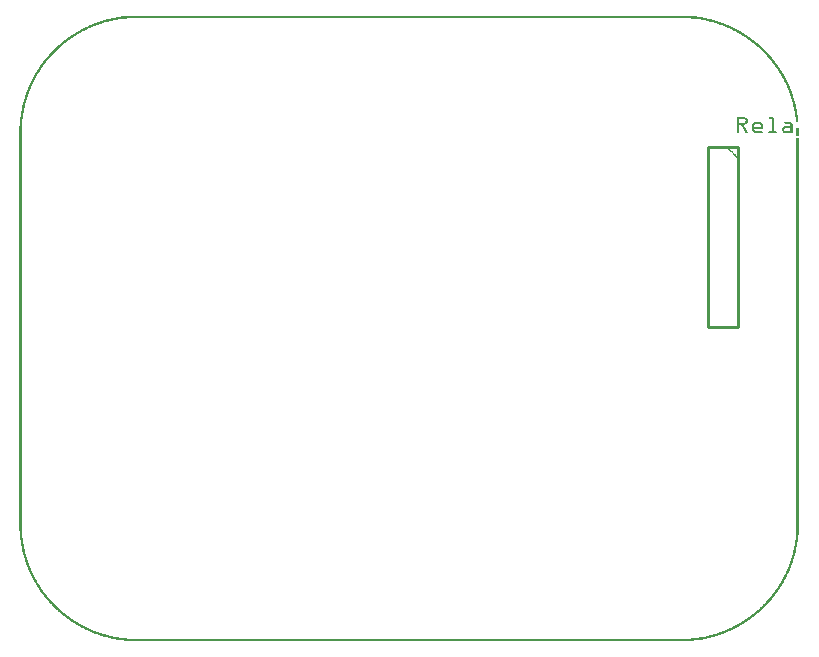
<source format=gbo>
G04 MADE WITH FRITZING*
G04 WWW.FRITZING.ORG*
G04 DOUBLE SIDED*
G04 HOLES PLATED*
G04 CONTOUR ON CENTER OF CONTOUR VECTOR*
%ASAXBY*%
%FSLAX23Y23*%
%MOIN*%
%OFA0B0*%
%SFA1.0B1.0*%
%ADD10C,0.010000*%
%ADD11R,0.001000X0.001000*%
%LNSILK0*%
G90*
G70*
G54D10*
X2394Y1648D02*
X2394Y1048D01*
D02*
X2394Y1048D02*
X2294Y1048D01*
D02*
X2294Y1048D02*
X2294Y1648D01*
D02*
X2294Y1648D02*
X2394Y1648D01*
G54D11*
X372Y2087D02*
X2225Y2087D01*
X358Y2086D02*
X2239Y2086D01*
X348Y2085D02*
X2249Y2085D01*
X340Y2084D02*
X2257Y2084D01*
X333Y2083D02*
X2264Y2083D01*
X327Y2082D02*
X2270Y2082D01*
X321Y2081D02*
X2276Y2081D01*
X316Y2080D02*
X2281Y2080D01*
X311Y2079D02*
X371Y2079D01*
X2226Y2079D02*
X2286Y2079D01*
X306Y2078D02*
X357Y2078D01*
X2240Y2078D02*
X2291Y2078D01*
X302Y2077D02*
X347Y2077D01*
X2250Y2077D02*
X2295Y2077D01*
X298Y2076D02*
X339Y2076D01*
X2258Y2076D02*
X2299Y2076D01*
X294Y2075D02*
X332Y2075D01*
X2265Y2075D02*
X2303Y2075D01*
X290Y2074D02*
X326Y2074D01*
X2271Y2074D02*
X2307Y2074D01*
X286Y2073D02*
X320Y2073D01*
X2277Y2073D02*
X2311Y2073D01*
X283Y2072D02*
X315Y2072D01*
X2282Y2072D02*
X2314Y2072D01*
X279Y2071D02*
X310Y2071D01*
X2287Y2071D02*
X2318Y2071D01*
X276Y2070D02*
X306Y2070D01*
X2291Y2070D02*
X2321Y2070D01*
X273Y2069D02*
X301Y2069D01*
X2296Y2069D02*
X2324Y2069D01*
X270Y2068D02*
X297Y2068D01*
X2300Y2068D02*
X2327Y2068D01*
X267Y2067D02*
X293Y2067D01*
X2304Y2067D02*
X2330Y2067D01*
X264Y2066D02*
X289Y2066D01*
X2307Y2066D02*
X2333Y2066D01*
X261Y2065D02*
X286Y2065D01*
X2311Y2065D02*
X2336Y2065D01*
X258Y2064D02*
X282Y2064D01*
X2315Y2064D02*
X2339Y2064D01*
X255Y2063D02*
X279Y2063D01*
X2318Y2063D02*
X2342Y2063D01*
X253Y2062D02*
X276Y2062D01*
X2321Y2062D02*
X2344Y2062D01*
X250Y2061D02*
X273Y2061D01*
X2324Y2061D02*
X2347Y2061D01*
X248Y2060D02*
X270Y2060D01*
X2327Y2060D02*
X2349Y2060D01*
X245Y2059D02*
X267Y2059D01*
X2330Y2059D02*
X2352Y2059D01*
X243Y2058D02*
X264Y2058D01*
X2333Y2058D02*
X2354Y2058D01*
X240Y2057D02*
X261Y2057D01*
X2336Y2057D02*
X2357Y2057D01*
X238Y2056D02*
X258Y2056D01*
X2339Y2056D02*
X2359Y2056D01*
X235Y2055D02*
X255Y2055D01*
X2342Y2055D02*
X2362Y2055D01*
X233Y2054D02*
X253Y2054D01*
X2344Y2054D02*
X2364Y2054D01*
X231Y2053D02*
X250Y2053D01*
X2347Y2053D02*
X2366Y2053D01*
X229Y2052D02*
X248Y2052D01*
X2349Y2052D02*
X2368Y2052D01*
X227Y2051D02*
X245Y2051D01*
X2352Y2051D02*
X2370Y2051D01*
X224Y2050D02*
X243Y2050D01*
X2354Y2050D02*
X2373Y2050D01*
X222Y2049D02*
X240Y2049D01*
X2357Y2049D02*
X2375Y2049D01*
X220Y2048D02*
X238Y2048D01*
X2359Y2048D02*
X2377Y2048D01*
X218Y2047D02*
X236Y2047D01*
X2361Y2047D02*
X2379Y2047D01*
X216Y2046D02*
X234Y2046D01*
X2363Y2046D02*
X2381Y2046D01*
X214Y2045D02*
X231Y2045D01*
X2366Y2045D02*
X2383Y2045D01*
X212Y2044D02*
X229Y2044D01*
X2368Y2044D02*
X2385Y2044D01*
X210Y2043D02*
X227Y2043D01*
X2370Y2043D02*
X2387Y2043D01*
X208Y2042D02*
X225Y2042D01*
X2372Y2042D02*
X2389Y2042D01*
X206Y2041D02*
X223Y2041D01*
X2374Y2041D02*
X2391Y2041D01*
X204Y2040D02*
X221Y2040D01*
X2376Y2040D02*
X2393Y2040D01*
X203Y2039D02*
X219Y2039D01*
X2378Y2039D02*
X2394Y2039D01*
X201Y2038D02*
X217Y2038D01*
X2380Y2038D02*
X2396Y2038D01*
X199Y2037D02*
X215Y2037D01*
X2382Y2037D02*
X2398Y2037D01*
X197Y2036D02*
X213Y2036D01*
X2384Y2036D02*
X2400Y2036D01*
X196Y2035D02*
X211Y2035D01*
X2386Y2035D02*
X2401Y2035D01*
X194Y2034D02*
X209Y2034D01*
X2388Y2034D02*
X2403Y2034D01*
X192Y2033D02*
X207Y2033D01*
X2390Y2033D02*
X2405Y2033D01*
X190Y2032D02*
X205Y2032D01*
X2392Y2032D02*
X2407Y2032D01*
X189Y2031D02*
X204Y2031D01*
X2393Y2031D02*
X2408Y2031D01*
X187Y2030D02*
X202Y2030D01*
X2395Y2030D02*
X2410Y2030D01*
X185Y2029D02*
X200Y2029D01*
X2397Y2029D02*
X2412Y2029D01*
X184Y2028D02*
X198Y2028D01*
X2399Y2028D02*
X2413Y2028D01*
X182Y2027D02*
X197Y2027D01*
X2400Y2027D02*
X2415Y2027D01*
X181Y2026D02*
X195Y2026D01*
X2402Y2026D02*
X2416Y2026D01*
X179Y2025D02*
X193Y2025D01*
X2404Y2025D02*
X2418Y2025D01*
X178Y2024D02*
X191Y2024D01*
X2406Y2024D02*
X2419Y2024D01*
X176Y2023D02*
X190Y2023D01*
X2407Y2023D02*
X2421Y2023D01*
X174Y2022D02*
X188Y2022D01*
X2409Y2022D02*
X2423Y2022D01*
X173Y2021D02*
X187Y2021D01*
X2410Y2021D02*
X2424Y2021D01*
X171Y2020D02*
X185Y2020D01*
X2412Y2020D02*
X2426Y2020D01*
X170Y2019D02*
X183Y2019D01*
X2414Y2019D02*
X2427Y2019D01*
X169Y2018D02*
X182Y2018D01*
X2415Y2018D02*
X2428Y2018D01*
X167Y2017D02*
X180Y2017D01*
X2417Y2017D02*
X2430Y2017D01*
X166Y2016D02*
X179Y2016D01*
X2418Y2016D02*
X2431Y2016D01*
X164Y2015D02*
X177Y2015D01*
X2420Y2015D02*
X2433Y2015D01*
X163Y2014D02*
X176Y2014D01*
X2421Y2014D02*
X2434Y2014D01*
X162Y2013D02*
X174Y2013D01*
X2423Y2013D02*
X2435Y2013D01*
X160Y2012D02*
X173Y2012D01*
X2424Y2012D02*
X2437Y2012D01*
X159Y2011D02*
X171Y2011D01*
X2426Y2011D02*
X2438Y2011D01*
X157Y2010D02*
X170Y2010D01*
X2427Y2010D02*
X2440Y2010D01*
X156Y2009D02*
X169Y2009D01*
X2428Y2009D02*
X2441Y2009D01*
X155Y2008D02*
X167Y2008D01*
X2430Y2008D02*
X2442Y2008D01*
X153Y2007D02*
X166Y2007D01*
X2431Y2007D02*
X2444Y2007D01*
X152Y2006D02*
X164Y2006D01*
X2433Y2006D02*
X2445Y2006D01*
X151Y2005D02*
X163Y2005D01*
X2434Y2005D02*
X2446Y2005D01*
X150Y2004D02*
X162Y2004D01*
X2435Y2004D02*
X2447Y2004D01*
X148Y2003D02*
X160Y2003D01*
X2437Y2003D02*
X2449Y2003D01*
X147Y2002D02*
X159Y2002D01*
X2438Y2002D02*
X2450Y2002D01*
X146Y2001D02*
X158Y2001D01*
X2439Y2001D02*
X2451Y2001D01*
X144Y2000D02*
X156Y2000D01*
X2441Y2000D02*
X2453Y2000D01*
X143Y1999D02*
X155Y1999D01*
X2442Y1999D02*
X2454Y1999D01*
X142Y1998D02*
X154Y1998D01*
X2443Y1998D02*
X2455Y1998D01*
X141Y1997D02*
X153Y1997D01*
X2444Y1997D02*
X2456Y1997D01*
X140Y1996D02*
X151Y1996D01*
X2446Y1996D02*
X2457Y1996D01*
X138Y1995D02*
X150Y1995D01*
X2447Y1995D02*
X2459Y1995D01*
X137Y1994D02*
X149Y1994D01*
X2448Y1994D02*
X2460Y1994D01*
X136Y1993D02*
X147Y1993D01*
X2450Y1993D02*
X2461Y1993D01*
X135Y1992D02*
X146Y1992D01*
X2451Y1992D02*
X2462Y1992D01*
X134Y1991D02*
X145Y1991D01*
X2452Y1991D02*
X2463Y1991D01*
X133Y1990D02*
X144Y1990D01*
X2453Y1990D02*
X2464Y1990D01*
X131Y1989D02*
X143Y1989D01*
X2454Y1989D02*
X2466Y1989D01*
X130Y1988D02*
X142Y1988D01*
X2455Y1988D02*
X2467Y1988D01*
X129Y1987D02*
X140Y1987D01*
X2457Y1987D02*
X2468Y1987D01*
X128Y1986D02*
X139Y1986D01*
X2458Y1986D02*
X2469Y1986D01*
X127Y1985D02*
X138Y1985D01*
X2459Y1985D02*
X2470Y1985D01*
X126Y1984D02*
X137Y1984D01*
X2460Y1984D02*
X2471Y1984D01*
X125Y1983D02*
X136Y1983D01*
X2461Y1983D02*
X2472Y1983D01*
X124Y1982D02*
X135Y1982D01*
X2462Y1982D02*
X2473Y1982D01*
X123Y1981D02*
X133Y1981D01*
X2464Y1981D02*
X2474Y1981D01*
X122Y1980D02*
X132Y1980D01*
X2465Y1980D02*
X2475Y1980D01*
X121Y1979D02*
X131Y1979D01*
X2466Y1979D02*
X2476Y1979D01*
X119Y1978D02*
X130Y1978D01*
X2467Y1978D02*
X2478Y1978D01*
X118Y1977D02*
X129Y1977D01*
X2468Y1977D02*
X2479Y1977D01*
X117Y1976D02*
X128Y1976D01*
X2469Y1976D02*
X2480Y1976D01*
X116Y1975D02*
X127Y1975D01*
X2470Y1975D02*
X2481Y1975D01*
X115Y1974D02*
X126Y1974D01*
X2471Y1974D02*
X2482Y1974D01*
X114Y1973D02*
X125Y1973D01*
X2472Y1973D02*
X2483Y1973D01*
X113Y1972D02*
X124Y1972D01*
X2473Y1972D02*
X2484Y1972D01*
X112Y1971D02*
X123Y1971D01*
X2474Y1971D02*
X2485Y1971D01*
X111Y1970D02*
X122Y1970D01*
X2475Y1970D02*
X2486Y1970D01*
X110Y1969D02*
X121Y1969D01*
X2476Y1969D02*
X2487Y1969D01*
X109Y1968D02*
X120Y1968D01*
X2477Y1968D02*
X2488Y1968D01*
X108Y1967D02*
X119Y1967D01*
X2478Y1967D02*
X2489Y1967D01*
X108Y1966D02*
X118Y1966D01*
X2479Y1966D02*
X2489Y1966D01*
X107Y1965D02*
X117Y1965D01*
X2480Y1965D02*
X2490Y1965D01*
X106Y1964D02*
X116Y1964D01*
X2481Y1964D02*
X2491Y1964D01*
X105Y1963D02*
X115Y1963D01*
X2482Y1963D02*
X2492Y1963D01*
X104Y1962D02*
X114Y1962D01*
X2483Y1962D02*
X2493Y1962D01*
X103Y1961D02*
X113Y1961D01*
X2484Y1961D02*
X2494Y1961D01*
X102Y1960D02*
X112Y1960D01*
X2485Y1960D02*
X2495Y1960D01*
X101Y1959D02*
X111Y1959D01*
X2486Y1959D02*
X2496Y1959D01*
X100Y1958D02*
X110Y1958D01*
X2487Y1958D02*
X2497Y1958D01*
X99Y1957D02*
X109Y1957D01*
X2488Y1957D02*
X2498Y1957D01*
X98Y1956D02*
X108Y1956D01*
X2489Y1956D02*
X2499Y1956D01*
X97Y1955D02*
X107Y1955D01*
X2490Y1955D02*
X2500Y1955D01*
X97Y1954D02*
X106Y1954D01*
X2491Y1954D02*
X2500Y1954D01*
X96Y1953D02*
X105Y1953D01*
X2492Y1953D02*
X2501Y1953D01*
X95Y1952D02*
X104Y1952D01*
X2493Y1952D02*
X2502Y1952D01*
X94Y1951D02*
X104Y1951D01*
X2493Y1951D02*
X2503Y1951D01*
X93Y1950D02*
X103Y1950D01*
X2494Y1950D02*
X2504Y1950D01*
X92Y1949D02*
X102Y1949D01*
X2495Y1949D02*
X2505Y1949D01*
X91Y1948D02*
X101Y1948D01*
X2496Y1948D02*
X2506Y1948D01*
X90Y1947D02*
X100Y1947D01*
X2497Y1947D02*
X2507Y1947D01*
X90Y1946D02*
X99Y1946D01*
X2498Y1946D02*
X2507Y1946D01*
X89Y1945D02*
X98Y1945D01*
X2499Y1945D02*
X2508Y1945D01*
X88Y1944D02*
X97Y1944D01*
X2500Y1944D02*
X2509Y1944D01*
X87Y1943D02*
X96Y1943D01*
X2501Y1943D02*
X2510Y1943D01*
X86Y1942D02*
X96Y1942D01*
X2501Y1942D02*
X2511Y1942D01*
X86Y1941D02*
X95Y1941D01*
X2502Y1941D02*
X2511Y1941D01*
X85Y1940D02*
X94Y1940D01*
X2503Y1940D02*
X2512Y1940D01*
X84Y1939D02*
X93Y1939D01*
X2504Y1939D02*
X2513Y1939D01*
X83Y1938D02*
X92Y1938D01*
X2505Y1938D02*
X2514Y1938D01*
X82Y1937D02*
X92Y1937D01*
X2505Y1937D02*
X2515Y1937D01*
X82Y1936D02*
X91Y1936D01*
X2506Y1936D02*
X2515Y1936D01*
X81Y1935D02*
X90Y1935D01*
X2507Y1935D02*
X2516Y1935D01*
X80Y1934D02*
X89Y1934D01*
X2508Y1934D02*
X2517Y1934D01*
X79Y1933D02*
X88Y1933D01*
X2509Y1933D02*
X2518Y1933D01*
X78Y1932D02*
X88Y1932D01*
X2509Y1932D02*
X2519Y1932D01*
X78Y1931D02*
X87Y1931D01*
X2510Y1931D02*
X2519Y1931D01*
X77Y1930D02*
X86Y1930D01*
X2511Y1930D02*
X2520Y1930D01*
X76Y1929D02*
X85Y1929D01*
X2512Y1929D02*
X2521Y1929D01*
X76Y1928D02*
X84Y1928D01*
X2513Y1928D02*
X2521Y1928D01*
X75Y1927D02*
X84Y1927D01*
X2513Y1927D02*
X2522Y1927D01*
X74Y1926D02*
X83Y1926D01*
X2514Y1926D02*
X2523Y1926D01*
X73Y1925D02*
X82Y1925D01*
X2515Y1925D02*
X2524Y1925D01*
X73Y1924D02*
X81Y1924D01*
X2516Y1924D02*
X2524Y1924D01*
X72Y1923D02*
X81Y1923D01*
X2516Y1923D02*
X2525Y1923D01*
X71Y1922D02*
X80Y1922D01*
X2517Y1922D02*
X2526Y1922D01*
X70Y1921D02*
X79Y1921D01*
X2518Y1921D02*
X2527Y1921D01*
X70Y1920D02*
X79Y1920D01*
X2518Y1920D02*
X2527Y1920D01*
X69Y1919D02*
X78Y1919D01*
X2519Y1919D02*
X2528Y1919D01*
X68Y1918D02*
X77Y1918D01*
X2520Y1918D02*
X2529Y1918D01*
X68Y1917D02*
X76Y1917D01*
X2521Y1917D02*
X2529Y1917D01*
X67Y1916D02*
X76Y1916D01*
X2521Y1916D02*
X2530Y1916D01*
X66Y1915D02*
X75Y1915D01*
X2522Y1915D02*
X2531Y1915D01*
X66Y1914D02*
X74Y1914D01*
X2523Y1914D02*
X2531Y1914D01*
X65Y1913D02*
X73Y1913D01*
X2524Y1913D02*
X2532Y1913D01*
X64Y1912D02*
X73Y1912D01*
X2524Y1912D02*
X2533Y1912D01*
X64Y1911D02*
X72Y1911D01*
X2525Y1911D02*
X2533Y1911D01*
X63Y1910D02*
X71Y1910D01*
X2526Y1910D02*
X2534Y1910D01*
X62Y1909D02*
X71Y1909D01*
X2526Y1909D02*
X2535Y1909D01*
X62Y1908D02*
X70Y1908D01*
X2527Y1908D02*
X2535Y1908D01*
X61Y1907D02*
X70Y1907D01*
X2527Y1907D02*
X2536Y1907D01*
X60Y1906D02*
X69Y1906D01*
X2528Y1906D02*
X2537Y1906D01*
X60Y1905D02*
X68Y1905D01*
X2529Y1905D02*
X2537Y1905D01*
X59Y1904D02*
X68Y1904D01*
X2529Y1904D02*
X2538Y1904D01*
X59Y1903D02*
X67Y1903D01*
X2530Y1903D02*
X2538Y1903D01*
X58Y1902D02*
X66Y1902D01*
X2531Y1902D02*
X2539Y1902D01*
X57Y1901D02*
X66Y1901D01*
X2531Y1901D02*
X2540Y1901D01*
X57Y1900D02*
X65Y1900D01*
X2532Y1900D02*
X2540Y1900D01*
X56Y1899D02*
X64Y1899D01*
X2533Y1899D02*
X2541Y1899D01*
X55Y1898D02*
X64Y1898D01*
X2533Y1898D02*
X2542Y1898D01*
X55Y1897D02*
X63Y1897D01*
X2534Y1897D02*
X2542Y1897D01*
X54Y1896D02*
X62Y1896D01*
X2535Y1896D02*
X2543Y1896D01*
X54Y1895D02*
X62Y1895D01*
X2535Y1895D02*
X2543Y1895D01*
X53Y1894D02*
X61Y1894D01*
X2536Y1894D02*
X2544Y1894D01*
X53Y1893D02*
X61Y1893D01*
X2536Y1893D02*
X2544Y1893D01*
X52Y1892D02*
X60Y1892D01*
X2537Y1892D02*
X2545Y1892D01*
X51Y1891D02*
X59Y1891D01*
X2538Y1891D02*
X2546Y1891D01*
X51Y1890D02*
X59Y1890D01*
X2538Y1890D02*
X2546Y1890D01*
X50Y1889D02*
X58Y1889D01*
X2539Y1889D02*
X2547Y1889D01*
X50Y1888D02*
X58Y1888D01*
X2539Y1888D02*
X2547Y1888D01*
X49Y1887D02*
X57Y1887D01*
X2540Y1887D02*
X2548Y1887D01*
X48Y1886D02*
X57Y1886D01*
X2540Y1886D02*
X2549Y1886D01*
X48Y1885D02*
X56Y1885D01*
X2541Y1885D02*
X2549Y1885D01*
X47Y1884D02*
X55Y1884D01*
X2542Y1884D02*
X2550Y1884D01*
X47Y1883D02*
X55Y1883D01*
X2542Y1883D02*
X2550Y1883D01*
X46Y1882D02*
X54Y1882D01*
X2543Y1882D02*
X2551Y1882D01*
X46Y1881D02*
X54Y1881D01*
X2543Y1881D02*
X2551Y1881D01*
X45Y1880D02*
X53Y1880D01*
X2544Y1880D02*
X2552Y1880D01*
X45Y1879D02*
X53Y1879D01*
X2544Y1879D02*
X2552Y1879D01*
X44Y1878D02*
X52Y1878D01*
X2545Y1878D02*
X2553Y1878D01*
X44Y1877D02*
X52Y1877D01*
X2545Y1877D02*
X2553Y1877D01*
X43Y1876D02*
X51Y1876D01*
X2546Y1876D02*
X2554Y1876D01*
X43Y1875D02*
X51Y1875D01*
X2546Y1875D02*
X2554Y1875D01*
X42Y1874D02*
X50Y1874D01*
X2547Y1874D02*
X2555Y1874D01*
X42Y1873D02*
X49Y1873D01*
X2548Y1873D02*
X2555Y1873D01*
X41Y1872D02*
X49Y1872D01*
X2548Y1872D02*
X2556Y1872D01*
X41Y1871D02*
X48Y1871D01*
X2549Y1871D02*
X2556Y1871D01*
X40Y1870D02*
X48Y1870D01*
X2549Y1870D02*
X2557Y1870D01*
X40Y1869D02*
X47Y1869D01*
X2550Y1869D02*
X2557Y1869D01*
X39Y1868D02*
X47Y1868D01*
X2550Y1868D02*
X2558Y1868D01*
X39Y1867D02*
X46Y1867D01*
X2551Y1867D02*
X2558Y1867D01*
X38Y1866D02*
X46Y1866D01*
X2551Y1866D02*
X2559Y1866D01*
X38Y1865D02*
X45Y1865D01*
X2552Y1865D02*
X2559Y1865D01*
X37Y1864D02*
X45Y1864D01*
X2552Y1864D02*
X2560Y1864D01*
X37Y1863D02*
X44Y1863D01*
X2553Y1863D02*
X2560Y1863D01*
X36Y1862D02*
X44Y1862D01*
X2553Y1862D02*
X2561Y1862D01*
X36Y1861D02*
X43Y1861D01*
X2554Y1861D02*
X2561Y1861D01*
X35Y1860D02*
X43Y1860D01*
X2554Y1860D02*
X2562Y1860D01*
X35Y1859D02*
X43Y1859D01*
X2554Y1859D02*
X2562Y1859D01*
X34Y1858D02*
X42Y1858D01*
X2555Y1858D02*
X2563Y1858D01*
X34Y1857D02*
X42Y1857D01*
X2555Y1857D02*
X2563Y1857D01*
X34Y1856D02*
X41Y1856D01*
X2556Y1856D02*
X2563Y1856D01*
X33Y1855D02*
X41Y1855D01*
X2556Y1855D02*
X2564Y1855D01*
X33Y1854D02*
X40Y1854D01*
X2557Y1854D02*
X2564Y1854D01*
X32Y1853D02*
X40Y1853D01*
X2557Y1853D02*
X2565Y1853D01*
X32Y1852D02*
X39Y1852D01*
X2558Y1852D02*
X2565Y1852D01*
X31Y1851D02*
X39Y1851D01*
X2558Y1851D02*
X2566Y1851D01*
X31Y1850D02*
X38Y1850D01*
X2559Y1850D02*
X2566Y1850D01*
X30Y1849D02*
X38Y1849D01*
X2559Y1849D02*
X2567Y1849D01*
X30Y1848D02*
X38Y1848D01*
X2559Y1848D02*
X2567Y1848D01*
X30Y1847D02*
X37Y1847D01*
X2560Y1847D02*
X2567Y1847D01*
X29Y1846D02*
X37Y1846D01*
X2560Y1846D02*
X2568Y1846D01*
X29Y1845D02*
X36Y1845D01*
X2561Y1845D02*
X2568Y1845D01*
X28Y1844D02*
X36Y1844D01*
X2561Y1844D02*
X2569Y1844D01*
X28Y1843D02*
X35Y1843D01*
X2562Y1843D02*
X2569Y1843D01*
X28Y1842D02*
X35Y1842D01*
X2562Y1842D02*
X2569Y1842D01*
X27Y1841D02*
X35Y1841D01*
X2562Y1841D02*
X2570Y1841D01*
X27Y1840D02*
X34Y1840D01*
X2563Y1840D02*
X2570Y1840D01*
X26Y1839D02*
X34Y1839D01*
X2563Y1839D02*
X2571Y1839D01*
X26Y1838D02*
X33Y1838D01*
X2564Y1838D02*
X2571Y1838D01*
X26Y1837D02*
X33Y1837D01*
X2564Y1837D02*
X2571Y1837D01*
X25Y1836D02*
X33Y1836D01*
X2564Y1836D02*
X2572Y1836D01*
X25Y1835D02*
X32Y1835D01*
X2565Y1835D02*
X2572Y1835D01*
X24Y1834D02*
X32Y1834D01*
X2565Y1834D02*
X2573Y1834D01*
X24Y1833D02*
X31Y1833D01*
X2565Y1833D02*
X2573Y1833D01*
X24Y1832D02*
X31Y1832D01*
X2566Y1832D02*
X2573Y1832D01*
X23Y1831D02*
X31Y1831D01*
X2566Y1831D02*
X2574Y1831D01*
X23Y1830D02*
X30Y1830D01*
X2567Y1830D02*
X2574Y1830D01*
X23Y1829D02*
X30Y1829D01*
X2567Y1829D02*
X2574Y1829D01*
X22Y1828D02*
X30Y1828D01*
X2567Y1828D02*
X2575Y1828D01*
X22Y1827D02*
X29Y1827D01*
X2568Y1827D02*
X2575Y1827D01*
X22Y1826D02*
X29Y1826D01*
X2568Y1826D02*
X2575Y1826D01*
X21Y1825D02*
X29Y1825D01*
X2568Y1825D02*
X2576Y1825D01*
X21Y1824D02*
X28Y1824D01*
X2569Y1824D02*
X2576Y1824D01*
X21Y1823D02*
X28Y1823D01*
X2569Y1823D02*
X2576Y1823D01*
X20Y1822D02*
X28Y1822D01*
X2569Y1822D02*
X2577Y1822D01*
X20Y1821D02*
X27Y1821D01*
X2570Y1821D02*
X2577Y1821D01*
X20Y1820D02*
X27Y1820D01*
X2570Y1820D02*
X2577Y1820D01*
X19Y1819D02*
X27Y1819D01*
X2570Y1819D02*
X2578Y1819D01*
X19Y1818D02*
X26Y1818D01*
X2571Y1818D02*
X2578Y1818D01*
X19Y1817D02*
X26Y1817D01*
X2571Y1817D02*
X2578Y1817D01*
X18Y1816D02*
X26Y1816D01*
X2571Y1816D02*
X2579Y1816D01*
X18Y1815D02*
X25Y1815D01*
X2572Y1815D02*
X2579Y1815D01*
X18Y1814D02*
X25Y1814D01*
X2572Y1814D02*
X2579Y1814D01*
X17Y1813D02*
X24Y1813D01*
X2573Y1813D02*
X2580Y1813D01*
X17Y1812D02*
X24Y1812D01*
X2573Y1812D02*
X2580Y1812D01*
X17Y1811D02*
X24Y1811D01*
X2573Y1811D02*
X2580Y1811D01*
X16Y1810D02*
X24Y1810D01*
X2573Y1810D02*
X2581Y1810D01*
X16Y1809D02*
X23Y1809D01*
X2574Y1809D02*
X2581Y1809D01*
X16Y1808D02*
X23Y1808D01*
X2574Y1808D02*
X2581Y1808D01*
X15Y1807D02*
X23Y1807D01*
X2574Y1807D02*
X2582Y1807D01*
X15Y1806D02*
X22Y1806D01*
X2575Y1806D02*
X2582Y1806D01*
X15Y1805D02*
X22Y1805D01*
X2575Y1805D02*
X2582Y1805D01*
X15Y1804D02*
X22Y1804D01*
X2575Y1804D02*
X2582Y1804D01*
X14Y1803D02*
X21Y1803D01*
X2576Y1803D02*
X2583Y1803D01*
X14Y1802D02*
X21Y1802D01*
X2576Y1802D02*
X2583Y1802D01*
X14Y1801D02*
X21Y1801D01*
X2576Y1801D02*
X2583Y1801D01*
X13Y1800D02*
X21Y1800D01*
X2576Y1800D02*
X2584Y1800D01*
X13Y1799D02*
X20Y1799D01*
X2577Y1799D02*
X2584Y1799D01*
X13Y1798D02*
X20Y1798D01*
X2577Y1798D02*
X2584Y1798D01*
X13Y1797D02*
X20Y1797D01*
X2577Y1797D02*
X2584Y1797D01*
X12Y1796D02*
X20Y1796D01*
X2577Y1796D02*
X2585Y1796D01*
X12Y1795D02*
X19Y1795D01*
X2578Y1795D02*
X2585Y1795D01*
X12Y1794D02*
X19Y1794D01*
X2578Y1794D02*
X2585Y1794D01*
X12Y1793D02*
X19Y1793D01*
X2578Y1793D02*
X2585Y1793D01*
X11Y1792D02*
X19Y1792D01*
X2578Y1792D02*
X2586Y1792D01*
X11Y1791D02*
X18Y1791D01*
X2579Y1791D02*
X2586Y1791D01*
X11Y1790D02*
X18Y1790D01*
X2579Y1790D02*
X2586Y1790D01*
X11Y1789D02*
X18Y1789D01*
X2579Y1789D02*
X2586Y1789D01*
X10Y1788D02*
X18Y1788D01*
X2579Y1788D02*
X2587Y1788D01*
X10Y1787D02*
X17Y1787D01*
X2580Y1787D02*
X2587Y1787D01*
X10Y1786D02*
X17Y1786D01*
X2580Y1786D02*
X2587Y1786D01*
X10Y1785D02*
X17Y1785D01*
X2580Y1785D02*
X2587Y1785D01*
X9Y1784D02*
X17Y1784D01*
X2580Y1784D02*
X2588Y1784D01*
X9Y1783D02*
X16Y1783D01*
X2581Y1783D02*
X2588Y1783D01*
X9Y1782D02*
X16Y1782D01*
X2581Y1782D02*
X2588Y1782D01*
X9Y1781D02*
X16Y1781D01*
X2581Y1781D02*
X2588Y1781D01*
X9Y1780D02*
X16Y1780D01*
X2581Y1780D02*
X2588Y1780D01*
X8Y1779D02*
X15Y1779D01*
X2582Y1779D02*
X2589Y1779D01*
X8Y1778D02*
X15Y1778D01*
X2582Y1778D02*
X2589Y1778D01*
X8Y1777D02*
X15Y1777D01*
X2582Y1777D02*
X2589Y1777D01*
X8Y1776D02*
X15Y1776D01*
X2582Y1776D02*
X2589Y1776D01*
X8Y1775D02*
X15Y1775D01*
X2582Y1775D02*
X2589Y1775D01*
X7Y1774D02*
X14Y1774D01*
X2583Y1774D02*
X2590Y1774D01*
X7Y1773D02*
X14Y1773D01*
X2583Y1773D02*
X2590Y1773D01*
X7Y1772D02*
X14Y1772D01*
X2583Y1772D02*
X2590Y1772D01*
X7Y1771D02*
X14Y1771D01*
X2583Y1771D02*
X2590Y1771D01*
X7Y1770D02*
X14Y1770D01*
X2583Y1770D02*
X2590Y1770D01*
X6Y1769D02*
X13Y1769D01*
X2584Y1769D02*
X2591Y1769D01*
X6Y1768D02*
X13Y1768D01*
X2584Y1768D02*
X2591Y1768D01*
X6Y1767D02*
X13Y1767D01*
X2584Y1767D02*
X2591Y1767D01*
X6Y1766D02*
X13Y1766D01*
X2584Y1766D02*
X2591Y1766D01*
X6Y1765D02*
X13Y1765D01*
X2584Y1765D02*
X2591Y1765D01*
X6Y1764D02*
X13Y1764D01*
X2584Y1764D02*
X2591Y1764D01*
X5Y1763D02*
X12Y1763D01*
X2585Y1763D02*
X2592Y1763D01*
X5Y1762D02*
X12Y1762D01*
X2585Y1762D02*
X2592Y1762D01*
X5Y1761D02*
X12Y1761D01*
X2585Y1761D02*
X2592Y1761D01*
X5Y1760D02*
X12Y1760D01*
X2585Y1760D02*
X2592Y1760D01*
X5Y1759D02*
X12Y1759D01*
X2585Y1759D02*
X2592Y1759D01*
X5Y1758D02*
X12Y1758D01*
X2585Y1758D02*
X2592Y1758D01*
X4Y1757D02*
X11Y1757D01*
X2586Y1757D02*
X2593Y1757D01*
X4Y1756D02*
X11Y1756D01*
X2586Y1756D02*
X2593Y1756D01*
X4Y1755D02*
X11Y1755D01*
X2586Y1755D02*
X2593Y1755D01*
X4Y1754D02*
X11Y1754D01*
X2586Y1754D02*
X2593Y1754D01*
X4Y1753D02*
X11Y1753D01*
X2586Y1753D02*
X2593Y1753D01*
X4Y1752D02*
X11Y1752D01*
X2586Y1752D02*
X2593Y1752D01*
X4Y1751D02*
X11Y1751D01*
X2586Y1751D02*
X2593Y1751D01*
X3Y1750D02*
X10Y1750D01*
X2587Y1750D02*
X2594Y1750D01*
X3Y1749D02*
X10Y1749D01*
X2587Y1749D02*
X2594Y1749D01*
X3Y1748D02*
X10Y1748D01*
X2393Y1748D02*
X2419Y1748D01*
X2498Y1748D02*
X2511Y1748D01*
X2587Y1748D02*
X2594Y1748D01*
X3Y1747D02*
X10Y1747D01*
X2393Y1747D02*
X2421Y1747D01*
X2497Y1747D02*
X2512Y1747D01*
X2587Y1747D02*
X2594Y1747D01*
X3Y1746D02*
X10Y1746D01*
X2393Y1746D02*
X2423Y1746D01*
X2497Y1746D02*
X2513Y1746D01*
X2587Y1746D02*
X2594Y1746D01*
X3Y1745D02*
X10Y1745D01*
X2393Y1745D02*
X2424Y1745D01*
X2496Y1745D02*
X2513Y1745D01*
X2587Y1745D02*
X2594Y1745D01*
X3Y1744D02*
X10Y1744D01*
X2393Y1744D02*
X2425Y1744D01*
X2497Y1744D02*
X2513Y1744D01*
X2587Y1744D02*
X2594Y1744D01*
X3Y1743D02*
X10Y1743D01*
X2393Y1743D02*
X2425Y1743D01*
X2497Y1743D02*
X2513Y1743D01*
X2587Y1743D02*
X2594Y1743D01*
X2Y1742D02*
X9Y1742D01*
X2393Y1742D02*
X2426Y1742D01*
X2498Y1742D02*
X2513Y1742D01*
X2588Y1742D02*
X2595Y1742D01*
X2Y1741D02*
X9Y1741D01*
X2393Y1741D02*
X2399Y1741D01*
X2419Y1741D02*
X2426Y1741D01*
X2507Y1741D02*
X2513Y1741D01*
X2588Y1741D02*
X2595Y1741D01*
X2Y1740D02*
X9Y1740D01*
X2393Y1740D02*
X2399Y1740D01*
X2420Y1740D02*
X2426Y1740D01*
X2507Y1740D02*
X2513Y1740D01*
X2588Y1740D02*
X2595Y1740D01*
X2Y1739D02*
X9Y1739D01*
X2393Y1739D02*
X2399Y1739D01*
X2420Y1739D02*
X2426Y1739D01*
X2507Y1739D02*
X2513Y1739D01*
X2588Y1739D02*
X2595Y1739D01*
X2Y1738D02*
X9Y1738D01*
X2393Y1738D02*
X2399Y1738D01*
X2421Y1738D02*
X2427Y1738D01*
X2507Y1738D02*
X2513Y1738D01*
X2588Y1738D02*
X2595Y1738D01*
X2Y1737D02*
X9Y1737D01*
X2393Y1737D02*
X2399Y1737D01*
X2421Y1737D02*
X2427Y1737D01*
X2507Y1737D02*
X2513Y1737D01*
X2588Y1737D02*
X2595Y1737D01*
X2Y1736D02*
X9Y1736D01*
X2393Y1736D02*
X2399Y1736D01*
X2421Y1736D02*
X2427Y1736D01*
X2507Y1736D02*
X2513Y1736D01*
X2588Y1736D02*
X2595Y1736D01*
X2Y1735D02*
X9Y1735D01*
X2393Y1735D02*
X2399Y1735D01*
X2421Y1735D02*
X2427Y1735D01*
X2507Y1735D02*
X2513Y1735D01*
X2588Y1735D02*
X2595Y1735D01*
X2Y1734D02*
X9Y1734D01*
X2393Y1734D02*
X2399Y1734D01*
X2420Y1734D02*
X2427Y1734D01*
X2507Y1734D02*
X2513Y1734D01*
X2588Y1734D02*
X2595Y1734D01*
X2Y1733D02*
X9Y1733D01*
X2393Y1733D02*
X2399Y1733D01*
X2420Y1733D02*
X2426Y1733D01*
X2452Y1733D02*
X2468Y1733D01*
X2507Y1733D02*
X2513Y1733D01*
X2551Y1733D02*
X2569Y1733D01*
X2588Y1733D02*
X2598Y1733D01*
X1Y1732D02*
X8Y1732D01*
X2393Y1732D02*
X2399Y1732D01*
X2419Y1732D02*
X2426Y1732D01*
X2450Y1732D02*
X2470Y1732D01*
X2507Y1732D02*
X2513Y1732D01*
X2550Y1732D02*
X2571Y1732D01*
X1Y1731D02*
X8Y1731D01*
X2393Y1731D02*
X2399Y1731D01*
X2418Y1731D02*
X2426Y1731D01*
X2449Y1731D02*
X2471Y1731D01*
X2507Y1731D02*
X2513Y1731D01*
X2550Y1731D02*
X2572Y1731D01*
X1Y1730D02*
X8Y1730D01*
X2393Y1730D02*
X2426Y1730D01*
X2448Y1730D02*
X2472Y1730D01*
X2507Y1730D02*
X2513Y1730D01*
X2550Y1730D02*
X2573Y1730D01*
X1Y1729D02*
X8Y1729D01*
X2393Y1729D02*
X2425Y1729D01*
X2446Y1729D02*
X2473Y1729D01*
X2507Y1729D02*
X2513Y1729D01*
X2550Y1729D02*
X2574Y1729D01*
X1Y1728D02*
X8Y1728D01*
X2393Y1728D02*
X2424Y1728D01*
X2446Y1728D02*
X2474Y1728D01*
X2507Y1728D02*
X2513Y1728D01*
X2551Y1728D02*
X2575Y1728D01*
X1Y1727D02*
X8Y1727D01*
X2393Y1727D02*
X2423Y1727D01*
X2445Y1727D02*
X2475Y1727D01*
X2507Y1727D02*
X2513Y1727D01*
X2552Y1727D02*
X2575Y1727D01*
X1Y1726D02*
X8Y1726D01*
X2393Y1726D02*
X2422Y1726D01*
X2444Y1726D02*
X2453Y1726D01*
X2467Y1726D02*
X2475Y1726D01*
X2507Y1726D02*
X2513Y1726D01*
X2568Y1726D02*
X2575Y1726D01*
X1Y1725D02*
X8Y1725D01*
X2393Y1725D02*
X2421Y1725D01*
X2444Y1725D02*
X2451Y1725D01*
X2468Y1725D02*
X2476Y1725D01*
X2507Y1725D02*
X2513Y1725D01*
X2569Y1725D02*
X2576Y1725D01*
X1Y1724D02*
X8Y1724D01*
X2393Y1724D02*
X2418Y1724D01*
X2443Y1724D02*
X2450Y1724D01*
X2469Y1724D02*
X2476Y1724D01*
X2507Y1724D02*
X2513Y1724D01*
X2569Y1724D02*
X2576Y1724D01*
X1Y1723D02*
X8Y1723D01*
X2393Y1723D02*
X2399Y1723D01*
X2405Y1723D02*
X2413Y1723D01*
X2443Y1723D02*
X2450Y1723D01*
X2470Y1723D02*
X2476Y1723D01*
X2507Y1723D02*
X2513Y1723D01*
X2570Y1723D02*
X2576Y1723D01*
X1Y1722D02*
X8Y1722D01*
X2393Y1722D02*
X2399Y1722D01*
X2406Y1722D02*
X2413Y1722D01*
X2443Y1722D02*
X2449Y1722D01*
X2470Y1722D02*
X2477Y1722D01*
X2507Y1722D02*
X2513Y1722D01*
X2570Y1722D02*
X2576Y1722D01*
X1Y1721D02*
X8Y1721D01*
X2393Y1721D02*
X2399Y1721D01*
X2406Y1721D02*
X2414Y1721D01*
X2443Y1721D02*
X2449Y1721D01*
X2471Y1721D02*
X2477Y1721D01*
X2507Y1721D02*
X2513Y1721D01*
X2570Y1721D02*
X2576Y1721D01*
X1Y1720D02*
X8Y1720D01*
X2393Y1720D02*
X2399Y1720D01*
X2407Y1720D02*
X2414Y1720D01*
X2443Y1720D02*
X2449Y1720D01*
X2471Y1720D02*
X2477Y1720D01*
X2507Y1720D02*
X2513Y1720D01*
X2570Y1720D02*
X2576Y1720D01*
X1Y1719D02*
X8Y1719D01*
X2393Y1719D02*
X2399Y1719D01*
X2408Y1719D02*
X2415Y1719D01*
X2443Y1719D02*
X2449Y1719D01*
X2471Y1719D02*
X2477Y1719D01*
X2507Y1719D02*
X2513Y1719D01*
X2552Y1719D02*
X2567Y1719D01*
X2570Y1719D02*
X2576Y1719D01*
X0Y1718D02*
X7Y1718D01*
X2393Y1718D02*
X2399Y1718D01*
X2408Y1718D02*
X2415Y1718D01*
X2443Y1718D02*
X2449Y1718D01*
X2471Y1718D02*
X2477Y1718D01*
X2507Y1718D02*
X2513Y1718D01*
X2549Y1718D02*
X2576Y1718D01*
X0Y1717D02*
X7Y1717D01*
X2393Y1717D02*
X2399Y1717D01*
X2409Y1717D02*
X2416Y1717D01*
X2443Y1717D02*
X2449Y1717D01*
X2471Y1717D02*
X2477Y1717D01*
X2507Y1717D02*
X2513Y1717D01*
X2547Y1717D02*
X2576Y1717D01*
X0Y1716D02*
X7Y1716D01*
X2393Y1716D02*
X2399Y1716D01*
X2409Y1716D02*
X2417Y1716D01*
X2443Y1716D02*
X2477Y1716D01*
X2507Y1716D02*
X2513Y1716D01*
X2546Y1716D02*
X2576Y1716D01*
X0Y1715D02*
X7Y1715D01*
X2393Y1715D02*
X2399Y1715D01*
X2410Y1715D02*
X2417Y1715D01*
X2443Y1715D02*
X2477Y1715D01*
X2507Y1715D02*
X2513Y1715D01*
X2545Y1715D02*
X2576Y1715D01*
X0Y1714D02*
X7Y1714D01*
X2393Y1714D02*
X2399Y1714D01*
X2411Y1714D02*
X2418Y1714D01*
X2443Y1714D02*
X2477Y1714D01*
X2507Y1714D02*
X2513Y1714D01*
X2544Y1714D02*
X2576Y1714D01*
X0Y1713D02*
X7Y1713D01*
X2393Y1713D02*
X2399Y1713D01*
X2411Y1713D02*
X2418Y1713D01*
X2443Y1713D02*
X2477Y1713D01*
X2507Y1713D02*
X2513Y1713D01*
X2544Y1713D02*
X2576Y1713D01*
X0Y1712D02*
X7Y1712D01*
X2393Y1712D02*
X2399Y1712D01*
X2412Y1712D02*
X2419Y1712D01*
X2443Y1712D02*
X2476Y1712D01*
X2507Y1712D02*
X2513Y1712D01*
X2544Y1712D02*
X2552Y1712D01*
X2567Y1712D02*
X2576Y1712D01*
X0Y1711D02*
X7Y1711D01*
X2393Y1711D02*
X2399Y1711D01*
X2412Y1711D02*
X2420Y1711D01*
X2443Y1711D02*
X2476Y1711D01*
X2507Y1711D02*
X2513Y1711D01*
X2543Y1711D02*
X2550Y1711D01*
X2569Y1711D02*
X2576Y1711D01*
X2590Y1711D02*
X2597Y1711D01*
X0Y1710D02*
X7Y1710D01*
X2393Y1710D02*
X2399Y1710D01*
X2413Y1710D02*
X2420Y1710D01*
X2443Y1710D02*
X2475Y1710D01*
X2507Y1710D02*
X2513Y1710D01*
X2543Y1710D02*
X2549Y1710D01*
X2570Y1710D02*
X2576Y1710D01*
X2590Y1710D02*
X2597Y1710D01*
X0Y1709D02*
X7Y1709D01*
X2393Y1709D02*
X2399Y1709D01*
X2413Y1709D02*
X2421Y1709D01*
X2443Y1709D02*
X2449Y1709D01*
X2507Y1709D02*
X2513Y1709D01*
X2543Y1709D02*
X2549Y1709D01*
X2570Y1709D02*
X2576Y1709D01*
X2590Y1709D02*
X2597Y1709D01*
X0Y1708D02*
X7Y1708D01*
X2393Y1708D02*
X2399Y1708D01*
X2414Y1708D02*
X2421Y1708D01*
X2443Y1708D02*
X2449Y1708D01*
X2507Y1708D02*
X2513Y1708D01*
X2543Y1708D02*
X2549Y1708D01*
X2570Y1708D02*
X2576Y1708D01*
X2590Y1708D02*
X2597Y1708D01*
X0Y1707D02*
X7Y1707D01*
X2393Y1707D02*
X2399Y1707D01*
X2415Y1707D02*
X2422Y1707D01*
X2443Y1707D02*
X2449Y1707D01*
X2507Y1707D02*
X2513Y1707D01*
X2543Y1707D02*
X2549Y1707D01*
X2570Y1707D02*
X2576Y1707D01*
X2590Y1707D02*
X2597Y1707D01*
X0Y1706D02*
X7Y1706D01*
X2393Y1706D02*
X2399Y1706D01*
X2415Y1706D02*
X2422Y1706D01*
X2443Y1706D02*
X2449Y1706D01*
X2507Y1706D02*
X2513Y1706D01*
X2543Y1706D02*
X2549Y1706D01*
X2570Y1706D02*
X2576Y1706D01*
X2590Y1706D02*
X2597Y1706D01*
X0Y1705D02*
X7Y1705D01*
X2393Y1705D02*
X2399Y1705D01*
X2416Y1705D02*
X2423Y1705D01*
X2443Y1705D02*
X2450Y1705D01*
X2507Y1705D02*
X2513Y1705D01*
X2543Y1705D02*
X2549Y1705D01*
X2569Y1705D02*
X2576Y1705D01*
X2590Y1705D02*
X2597Y1705D01*
X0Y1704D02*
X7Y1704D01*
X2393Y1704D02*
X2399Y1704D01*
X2416Y1704D02*
X2424Y1704D01*
X2443Y1704D02*
X2451Y1704D01*
X2507Y1704D02*
X2513Y1704D01*
X2543Y1704D02*
X2549Y1704D01*
X2567Y1704D02*
X2576Y1704D01*
X2590Y1704D02*
X2597Y1704D01*
X0Y1703D02*
X7Y1703D01*
X2393Y1703D02*
X2399Y1703D01*
X2417Y1703D02*
X2424Y1703D01*
X2444Y1703D02*
X2452Y1703D01*
X2507Y1703D02*
X2513Y1703D01*
X2543Y1703D02*
X2550Y1703D01*
X2565Y1703D02*
X2576Y1703D01*
X2590Y1703D02*
X2597Y1703D01*
X0Y1702D02*
X7Y1702D01*
X2393Y1702D02*
X2399Y1702D01*
X2418Y1702D02*
X2425Y1702D01*
X2444Y1702D02*
X2453Y1702D01*
X2507Y1702D02*
X2513Y1702D01*
X2543Y1702D02*
X2551Y1702D01*
X2564Y1702D02*
X2576Y1702D01*
X2590Y1702D02*
X2597Y1702D01*
X0Y1701D02*
X7Y1701D01*
X2393Y1701D02*
X2399Y1701D01*
X2418Y1701D02*
X2425Y1701D01*
X2445Y1701D02*
X2475Y1701D01*
X2498Y1701D02*
X2521Y1701D01*
X2544Y1701D02*
X2576Y1701D01*
X2590Y1701D02*
X2597Y1701D01*
X0Y1700D02*
X7Y1700D01*
X2393Y1700D02*
X2399Y1700D01*
X2419Y1700D02*
X2426Y1700D01*
X2446Y1700D02*
X2476Y1700D01*
X2497Y1700D02*
X2522Y1700D01*
X2544Y1700D02*
X2576Y1700D01*
X2590Y1700D02*
X2597Y1700D01*
X0Y1699D02*
X7Y1699D01*
X2393Y1699D02*
X2399Y1699D01*
X2419Y1699D02*
X2426Y1699D01*
X2447Y1699D02*
X2476Y1699D01*
X2497Y1699D02*
X2523Y1699D01*
X2545Y1699D02*
X2577Y1699D01*
X2590Y1699D02*
X2597Y1699D01*
X0Y1698D02*
X7Y1698D01*
X2393Y1698D02*
X2399Y1698D01*
X2420Y1698D02*
X2427Y1698D01*
X2448Y1698D02*
X2477Y1698D01*
X2496Y1698D02*
X2523Y1698D01*
X2546Y1698D02*
X2577Y1698D01*
X2590Y1698D02*
X2597Y1698D01*
X0Y1697D02*
X7Y1697D01*
X2393Y1697D02*
X2399Y1697D01*
X2421Y1697D02*
X2426Y1697D01*
X2449Y1697D02*
X2476Y1697D01*
X2497Y1697D02*
X2523Y1697D01*
X2547Y1697D02*
X2568Y1697D01*
X2571Y1697D02*
X2576Y1697D01*
X2590Y1697D02*
X2597Y1697D01*
X0Y1696D02*
X7Y1696D01*
X2394Y1696D02*
X2398Y1696D01*
X2421Y1696D02*
X2426Y1696D01*
X2450Y1696D02*
X2476Y1696D01*
X2497Y1696D02*
X2522Y1696D01*
X2548Y1696D02*
X2566Y1696D01*
X2571Y1696D02*
X2576Y1696D01*
X2590Y1696D02*
X2597Y1696D01*
X0Y1695D02*
X7Y1695D01*
X2395Y1695D02*
X2397Y1695D01*
X2422Y1695D02*
X2425Y1695D01*
X2452Y1695D02*
X2475Y1695D01*
X2498Y1695D02*
X2521Y1695D01*
X2550Y1695D02*
X2565Y1695D01*
X2572Y1695D02*
X2575Y1695D01*
X2590Y1695D02*
X2597Y1695D01*
X0Y1694D02*
X7Y1694D01*
X2590Y1694D02*
X2597Y1694D01*
X0Y1693D02*
X7Y1693D01*
X2590Y1693D02*
X2597Y1693D01*
X0Y1692D02*
X7Y1692D01*
X2590Y1692D02*
X2597Y1692D01*
X0Y1691D02*
X7Y1691D01*
X2590Y1691D02*
X2597Y1691D01*
X0Y1690D02*
X7Y1690D01*
X2590Y1690D02*
X2597Y1690D01*
X0Y1689D02*
X7Y1689D01*
X2590Y1689D02*
X2597Y1689D01*
X0Y1688D02*
X7Y1688D01*
X2590Y1688D02*
X2597Y1688D01*
X0Y1687D02*
X7Y1687D01*
X2590Y1687D02*
X2597Y1687D01*
X0Y1686D02*
X7Y1686D01*
X0Y1685D02*
X7Y1685D01*
X0Y1684D02*
X7Y1684D01*
X0Y1683D02*
X7Y1683D01*
X0Y1682D02*
X7Y1682D01*
X0Y1681D02*
X7Y1681D01*
X0Y1680D02*
X7Y1680D01*
X0Y1679D02*
X7Y1679D01*
X2590Y1679D02*
X2597Y1679D01*
X0Y1678D02*
X7Y1678D01*
X2590Y1678D02*
X2597Y1678D01*
X0Y1677D02*
X7Y1677D01*
X2590Y1677D02*
X2597Y1677D01*
X0Y1676D02*
X7Y1676D01*
X2590Y1676D02*
X2597Y1676D01*
X0Y1675D02*
X7Y1675D01*
X2590Y1675D02*
X2597Y1675D01*
X0Y1674D02*
X7Y1674D01*
X2590Y1674D02*
X2597Y1674D01*
X0Y1673D02*
X7Y1673D01*
X2590Y1673D02*
X2597Y1673D01*
X0Y1672D02*
X7Y1672D01*
X2590Y1672D02*
X2597Y1672D01*
X0Y1671D02*
X7Y1671D01*
X2590Y1671D02*
X2597Y1671D01*
X0Y1670D02*
X7Y1670D01*
X2590Y1670D02*
X2597Y1670D01*
X0Y1669D02*
X7Y1669D01*
X2590Y1669D02*
X2597Y1669D01*
X0Y1668D02*
X7Y1668D01*
X2590Y1668D02*
X2597Y1668D01*
X0Y1667D02*
X7Y1667D01*
X2590Y1667D02*
X2597Y1667D01*
X0Y1666D02*
X7Y1666D01*
X2590Y1666D02*
X2597Y1666D01*
X0Y1665D02*
X7Y1665D01*
X2590Y1665D02*
X2597Y1665D01*
X0Y1664D02*
X7Y1664D01*
X2590Y1664D02*
X2597Y1664D01*
X0Y1663D02*
X7Y1663D01*
X2590Y1663D02*
X2597Y1663D01*
X0Y1662D02*
X7Y1662D01*
X2590Y1662D02*
X2597Y1662D01*
X0Y1661D02*
X7Y1661D01*
X2590Y1661D02*
X2597Y1661D01*
X0Y1660D02*
X7Y1660D01*
X2590Y1660D02*
X2597Y1660D01*
X0Y1659D02*
X7Y1659D01*
X2590Y1659D02*
X2597Y1659D01*
X0Y1658D02*
X7Y1658D01*
X2590Y1658D02*
X2597Y1658D01*
X0Y1657D02*
X7Y1657D01*
X2590Y1657D02*
X2597Y1657D01*
X0Y1656D02*
X7Y1656D01*
X2590Y1656D02*
X2597Y1656D01*
X0Y1655D02*
X7Y1655D01*
X2590Y1655D02*
X2597Y1655D01*
X0Y1654D02*
X7Y1654D01*
X2590Y1654D02*
X2597Y1654D01*
X0Y1653D02*
X7Y1653D01*
X2590Y1653D02*
X2597Y1653D01*
X0Y1652D02*
X7Y1652D01*
X2590Y1652D02*
X2597Y1652D01*
X0Y1651D02*
X7Y1651D01*
X2590Y1651D02*
X2597Y1651D01*
X0Y1650D02*
X7Y1650D01*
X2360Y1650D02*
X2360Y1650D01*
X2590Y1650D02*
X2597Y1650D01*
X0Y1649D02*
X7Y1649D01*
X2359Y1649D02*
X2361Y1649D01*
X2590Y1649D02*
X2597Y1649D01*
X0Y1648D02*
X7Y1648D01*
X2358Y1648D02*
X2362Y1648D01*
X2590Y1648D02*
X2597Y1648D01*
X0Y1647D02*
X7Y1647D01*
X2358Y1647D02*
X2363Y1647D01*
X2590Y1647D02*
X2597Y1647D01*
X0Y1646D02*
X7Y1646D01*
X2358Y1646D02*
X2364Y1646D01*
X2590Y1646D02*
X2597Y1646D01*
X0Y1645D02*
X7Y1645D01*
X2359Y1645D02*
X2365Y1645D01*
X2590Y1645D02*
X2597Y1645D01*
X0Y1644D02*
X7Y1644D01*
X2360Y1644D02*
X2366Y1644D01*
X2590Y1644D02*
X2597Y1644D01*
X0Y1643D02*
X7Y1643D01*
X2361Y1643D02*
X2367Y1643D01*
X2590Y1643D02*
X2597Y1643D01*
X0Y1642D02*
X7Y1642D01*
X2362Y1642D02*
X2368Y1642D01*
X2590Y1642D02*
X2597Y1642D01*
X0Y1641D02*
X7Y1641D01*
X2363Y1641D02*
X2369Y1641D01*
X2590Y1641D02*
X2597Y1641D01*
X0Y1640D02*
X7Y1640D01*
X2364Y1640D02*
X2370Y1640D01*
X2590Y1640D02*
X2597Y1640D01*
X0Y1639D02*
X7Y1639D01*
X2365Y1639D02*
X2371Y1639D01*
X2590Y1639D02*
X2597Y1639D01*
X0Y1638D02*
X7Y1638D01*
X2366Y1638D02*
X2372Y1638D01*
X2590Y1638D02*
X2597Y1638D01*
X0Y1637D02*
X7Y1637D01*
X2367Y1637D02*
X2373Y1637D01*
X2590Y1637D02*
X2597Y1637D01*
X0Y1636D02*
X7Y1636D01*
X2368Y1636D02*
X2374Y1636D01*
X2590Y1636D02*
X2597Y1636D01*
X0Y1635D02*
X7Y1635D01*
X2369Y1635D02*
X2375Y1635D01*
X2590Y1635D02*
X2597Y1635D01*
X0Y1634D02*
X7Y1634D01*
X2370Y1634D02*
X2376Y1634D01*
X2590Y1634D02*
X2597Y1634D01*
X0Y1633D02*
X7Y1633D01*
X2372Y1633D02*
X2377Y1633D01*
X2590Y1633D02*
X2597Y1633D01*
X0Y1632D02*
X7Y1632D01*
X2373Y1632D02*
X2378Y1632D01*
X2590Y1632D02*
X2597Y1632D01*
X0Y1631D02*
X7Y1631D01*
X2374Y1631D02*
X2379Y1631D01*
X2590Y1631D02*
X2597Y1631D01*
X0Y1630D02*
X7Y1630D01*
X2375Y1630D02*
X2380Y1630D01*
X2590Y1630D02*
X2597Y1630D01*
X0Y1629D02*
X7Y1629D01*
X2376Y1629D02*
X2381Y1629D01*
X2590Y1629D02*
X2597Y1629D01*
X0Y1628D02*
X7Y1628D01*
X2377Y1628D02*
X2382Y1628D01*
X2590Y1628D02*
X2597Y1628D01*
X0Y1627D02*
X7Y1627D01*
X2378Y1627D02*
X2383Y1627D01*
X2590Y1627D02*
X2597Y1627D01*
X0Y1626D02*
X7Y1626D01*
X2378Y1626D02*
X2384Y1626D01*
X2590Y1626D02*
X2597Y1626D01*
X0Y1625D02*
X7Y1625D01*
X2379Y1625D02*
X2385Y1625D01*
X2590Y1625D02*
X2597Y1625D01*
X0Y1624D02*
X7Y1624D01*
X2380Y1624D02*
X2386Y1624D01*
X2590Y1624D02*
X2597Y1624D01*
X0Y1623D02*
X7Y1623D01*
X2381Y1623D02*
X2387Y1623D01*
X2590Y1623D02*
X2597Y1623D01*
X0Y1622D02*
X7Y1622D01*
X2382Y1622D02*
X2388Y1622D01*
X2590Y1622D02*
X2597Y1622D01*
X0Y1621D02*
X7Y1621D01*
X2383Y1621D02*
X2389Y1621D01*
X2590Y1621D02*
X2597Y1621D01*
X0Y1620D02*
X7Y1620D01*
X2384Y1620D02*
X2390Y1620D01*
X2590Y1620D02*
X2597Y1620D01*
X0Y1619D02*
X7Y1619D01*
X2385Y1619D02*
X2391Y1619D01*
X2590Y1619D02*
X2597Y1619D01*
X0Y1618D02*
X7Y1618D01*
X2386Y1618D02*
X2392Y1618D01*
X2590Y1618D02*
X2597Y1618D01*
X0Y1617D02*
X7Y1617D01*
X2387Y1617D02*
X2393Y1617D01*
X2590Y1617D02*
X2597Y1617D01*
X0Y1616D02*
X7Y1616D01*
X2388Y1616D02*
X2394Y1616D01*
X2590Y1616D02*
X2597Y1616D01*
X0Y1615D02*
X7Y1615D01*
X2389Y1615D02*
X2394Y1615D01*
X2590Y1615D02*
X2597Y1615D01*
X0Y1614D02*
X7Y1614D01*
X2390Y1614D02*
X2393Y1614D01*
X2590Y1614D02*
X2597Y1614D01*
X0Y1613D02*
X7Y1613D01*
X2391Y1613D02*
X2392Y1613D01*
X2590Y1613D02*
X2597Y1613D01*
X0Y1612D02*
X7Y1612D01*
X2590Y1612D02*
X2597Y1612D01*
X0Y1611D02*
X7Y1611D01*
X2590Y1611D02*
X2597Y1611D01*
X0Y1610D02*
X7Y1610D01*
X2590Y1610D02*
X2597Y1610D01*
X0Y1609D02*
X7Y1609D01*
X2590Y1609D02*
X2597Y1609D01*
X0Y1608D02*
X7Y1608D01*
X2590Y1608D02*
X2597Y1608D01*
X0Y1607D02*
X7Y1607D01*
X2590Y1607D02*
X2597Y1607D01*
X0Y1606D02*
X7Y1606D01*
X2590Y1606D02*
X2597Y1606D01*
X0Y1605D02*
X7Y1605D01*
X2590Y1605D02*
X2597Y1605D01*
X0Y1604D02*
X7Y1604D01*
X2590Y1604D02*
X2597Y1604D01*
X0Y1603D02*
X7Y1603D01*
X2590Y1603D02*
X2597Y1603D01*
X0Y1602D02*
X7Y1602D01*
X2590Y1602D02*
X2597Y1602D01*
X0Y1601D02*
X7Y1601D01*
X2590Y1601D02*
X2597Y1601D01*
X0Y1600D02*
X7Y1600D01*
X2590Y1600D02*
X2597Y1600D01*
X0Y1599D02*
X7Y1599D01*
X2590Y1599D02*
X2597Y1599D01*
X0Y1598D02*
X7Y1598D01*
X2590Y1598D02*
X2597Y1598D01*
X0Y1597D02*
X7Y1597D01*
X2590Y1597D02*
X2597Y1597D01*
X0Y1596D02*
X7Y1596D01*
X2590Y1596D02*
X2597Y1596D01*
X0Y1595D02*
X7Y1595D01*
X2590Y1595D02*
X2597Y1595D01*
X0Y1594D02*
X7Y1594D01*
X2590Y1594D02*
X2597Y1594D01*
X0Y1593D02*
X7Y1593D01*
X2590Y1593D02*
X2597Y1593D01*
X0Y1592D02*
X7Y1592D01*
X2590Y1592D02*
X2597Y1592D01*
X0Y1591D02*
X7Y1591D01*
X2590Y1591D02*
X2597Y1591D01*
X0Y1590D02*
X7Y1590D01*
X2590Y1590D02*
X2597Y1590D01*
X0Y1589D02*
X7Y1589D01*
X2590Y1589D02*
X2597Y1589D01*
X0Y1588D02*
X7Y1588D01*
X2590Y1588D02*
X2597Y1588D01*
X0Y1587D02*
X7Y1587D01*
X2590Y1587D02*
X2597Y1587D01*
X0Y1586D02*
X7Y1586D01*
X2590Y1586D02*
X2597Y1586D01*
X0Y1585D02*
X7Y1585D01*
X2590Y1585D02*
X2597Y1585D01*
X0Y1584D02*
X7Y1584D01*
X2590Y1584D02*
X2597Y1584D01*
X0Y1583D02*
X7Y1583D01*
X2590Y1583D02*
X2597Y1583D01*
X0Y1582D02*
X7Y1582D01*
X2590Y1582D02*
X2597Y1582D01*
X0Y1581D02*
X7Y1581D01*
X2590Y1581D02*
X2597Y1581D01*
X0Y1580D02*
X7Y1580D01*
X2590Y1580D02*
X2597Y1580D01*
X0Y1579D02*
X7Y1579D01*
X2590Y1579D02*
X2597Y1579D01*
X0Y1578D02*
X7Y1578D01*
X2590Y1578D02*
X2597Y1578D01*
X0Y1577D02*
X7Y1577D01*
X2590Y1577D02*
X2597Y1577D01*
X0Y1576D02*
X7Y1576D01*
X2590Y1576D02*
X2597Y1576D01*
X0Y1575D02*
X7Y1575D01*
X2590Y1575D02*
X2597Y1575D01*
X0Y1574D02*
X7Y1574D01*
X2590Y1574D02*
X2597Y1574D01*
X0Y1573D02*
X7Y1573D01*
X2590Y1573D02*
X2597Y1573D01*
X0Y1572D02*
X7Y1572D01*
X2590Y1572D02*
X2597Y1572D01*
X0Y1571D02*
X7Y1571D01*
X2590Y1571D02*
X2597Y1571D01*
X0Y1570D02*
X7Y1570D01*
X2590Y1570D02*
X2597Y1570D01*
X0Y1569D02*
X7Y1569D01*
X2590Y1569D02*
X2597Y1569D01*
X0Y1568D02*
X7Y1568D01*
X2590Y1568D02*
X2597Y1568D01*
X0Y1567D02*
X7Y1567D01*
X2590Y1567D02*
X2597Y1567D01*
X0Y1566D02*
X7Y1566D01*
X2590Y1566D02*
X2597Y1566D01*
X0Y1565D02*
X7Y1565D01*
X2590Y1565D02*
X2597Y1565D01*
X0Y1564D02*
X7Y1564D01*
X2590Y1564D02*
X2597Y1564D01*
X0Y1563D02*
X7Y1563D01*
X2590Y1563D02*
X2597Y1563D01*
X0Y1562D02*
X7Y1562D01*
X2590Y1562D02*
X2597Y1562D01*
X0Y1561D02*
X7Y1561D01*
X2590Y1561D02*
X2597Y1561D01*
X0Y1560D02*
X7Y1560D01*
X2590Y1560D02*
X2597Y1560D01*
X0Y1559D02*
X7Y1559D01*
X2590Y1559D02*
X2597Y1559D01*
X0Y1558D02*
X7Y1558D01*
X2590Y1558D02*
X2597Y1558D01*
X0Y1557D02*
X7Y1557D01*
X2590Y1557D02*
X2597Y1557D01*
X0Y1556D02*
X7Y1556D01*
X2590Y1556D02*
X2597Y1556D01*
X0Y1555D02*
X7Y1555D01*
X2590Y1555D02*
X2597Y1555D01*
X0Y1554D02*
X7Y1554D01*
X2590Y1554D02*
X2597Y1554D01*
X0Y1553D02*
X7Y1553D01*
X2590Y1553D02*
X2597Y1553D01*
X0Y1552D02*
X7Y1552D01*
X2590Y1552D02*
X2597Y1552D01*
X0Y1551D02*
X7Y1551D01*
X2590Y1551D02*
X2597Y1551D01*
X0Y1550D02*
X7Y1550D01*
X2590Y1550D02*
X2597Y1550D01*
X0Y1549D02*
X7Y1549D01*
X2590Y1549D02*
X2597Y1549D01*
X0Y1548D02*
X7Y1548D01*
X2590Y1548D02*
X2597Y1548D01*
X0Y1547D02*
X7Y1547D01*
X2590Y1547D02*
X2597Y1547D01*
X0Y1546D02*
X7Y1546D01*
X2590Y1546D02*
X2597Y1546D01*
X0Y1545D02*
X7Y1545D01*
X2590Y1545D02*
X2597Y1545D01*
X0Y1544D02*
X7Y1544D01*
X2590Y1544D02*
X2597Y1544D01*
X0Y1543D02*
X7Y1543D01*
X2590Y1543D02*
X2597Y1543D01*
X0Y1542D02*
X7Y1542D01*
X2590Y1542D02*
X2597Y1542D01*
X0Y1541D02*
X7Y1541D01*
X2590Y1541D02*
X2597Y1541D01*
X0Y1540D02*
X7Y1540D01*
X2590Y1540D02*
X2597Y1540D01*
X0Y1539D02*
X7Y1539D01*
X2590Y1539D02*
X2597Y1539D01*
X0Y1538D02*
X7Y1538D01*
X2590Y1538D02*
X2597Y1538D01*
X0Y1537D02*
X7Y1537D01*
X2590Y1537D02*
X2597Y1537D01*
X0Y1536D02*
X7Y1536D01*
X2590Y1536D02*
X2597Y1536D01*
X0Y1535D02*
X7Y1535D01*
X2590Y1535D02*
X2597Y1535D01*
X0Y1534D02*
X7Y1534D01*
X2590Y1534D02*
X2597Y1534D01*
X0Y1533D02*
X7Y1533D01*
X2590Y1533D02*
X2597Y1533D01*
X0Y1532D02*
X7Y1532D01*
X2590Y1532D02*
X2597Y1532D01*
X0Y1531D02*
X7Y1531D01*
X2590Y1531D02*
X2597Y1531D01*
X0Y1530D02*
X7Y1530D01*
X2590Y1530D02*
X2597Y1530D01*
X0Y1529D02*
X7Y1529D01*
X2590Y1529D02*
X2597Y1529D01*
X0Y1528D02*
X7Y1528D01*
X2590Y1528D02*
X2597Y1528D01*
X0Y1527D02*
X7Y1527D01*
X2590Y1527D02*
X2597Y1527D01*
X0Y1526D02*
X7Y1526D01*
X2590Y1526D02*
X2597Y1526D01*
X0Y1525D02*
X7Y1525D01*
X2590Y1525D02*
X2597Y1525D01*
X0Y1524D02*
X7Y1524D01*
X2590Y1524D02*
X2597Y1524D01*
X0Y1523D02*
X7Y1523D01*
X2590Y1523D02*
X2597Y1523D01*
X0Y1522D02*
X7Y1522D01*
X2590Y1522D02*
X2597Y1522D01*
X0Y1521D02*
X7Y1521D01*
X2590Y1521D02*
X2597Y1521D01*
X0Y1520D02*
X7Y1520D01*
X2590Y1520D02*
X2597Y1520D01*
X0Y1519D02*
X7Y1519D01*
X2590Y1519D02*
X2597Y1519D01*
X0Y1518D02*
X7Y1518D01*
X2590Y1518D02*
X2597Y1518D01*
X0Y1517D02*
X7Y1517D01*
X2590Y1517D02*
X2597Y1517D01*
X0Y1516D02*
X7Y1516D01*
X2590Y1516D02*
X2597Y1516D01*
X0Y1515D02*
X7Y1515D01*
X2590Y1515D02*
X2597Y1515D01*
X0Y1514D02*
X7Y1514D01*
X2590Y1514D02*
X2597Y1514D01*
X0Y1513D02*
X7Y1513D01*
X2590Y1513D02*
X2597Y1513D01*
X0Y1512D02*
X7Y1512D01*
X2590Y1512D02*
X2597Y1512D01*
X0Y1511D02*
X7Y1511D01*
X2590Y1511D02*
X2597Y1511D01*
X0Y1510D02*
X7Y1510D01*
X2590Y1510D02*
X2597Y1510D01*
X0Y1509D02*
X7Y1509D01*
X2590Y1509D02*
X2597Y1509D01*
X0Y1508D02*
X7Y1508D01*
X2590Y1508D02*
X2597Y1508D01*
X0Y1507D02*
X7Y1507D01*
X2590Y1507D02*
X2597Y1507D01*
X0Y1506D02*
X7Y1506D01*
X2590Y1506D02*
X2597Y1506D01*
X0Y1505D02*
X7Y1505D01*
X2590Y1505D02*
X2597Y1505D01*
X0Y1504D02*
X7Y1504D01*
X2590Y1504D02*
X2597Y1504D01*
X0Y1503D02*
X7Y1503D01*
X2590Y1503D02*
X2597Y1503D01*
X0Y1502D02*
X7Y1502D01*
X2590Y1502D02*
X2597Y1502D01*
X0Y1501D02*
X7Y1501D01*
X2590Y1501D02*
X2597Y1501D01*
X0Y1500D02*
X7Y1500D01*
X2590Y1500D02*
X2597Y1500D01*
X0Y1499D02*
X7Y1499D01*
X2590Y1499D02*
X2597Y1499D01*
X0Y1498D02*
X7Y1498D01*
X2590Y1498D02*
X2597Y1498D01*
X0Y1497D02*
X7Y1497D01*
X2590Y1497D02*
X2597Y1497D01*
X0Y1496D02*
X7Y1496D01*
X2590Y1496D02*
X2597Y1496D01*
X0Y1495D02*
X7Y1495D01*
X2590Y1495D02*
X2597Y1495D01*
X0Y1494D02*
X7Y1494D01*
X2590Y1494D02*
X2597Y1494D01*
X0Y1493D02*
X7Y1493D01*
X2590Y1493D02*
X2597Y1493D01*
X0Y1492D02*
X7Y1492D01*
X2590Y1492D02*
X2597Y1492D01*
X0Y1491D02*
X7Y1491D01*
X2590Y1491D02*
X2597Y1491D01*
X0Y1490D02*
X7Y1490D01*
X2590Y1490D02*
X2597Y1490D01*
X0Y1489D02*
X7Y1489D01*
X2590Y1489D02*
X2597Y1489D01*
X0Y1488D02*
X7Y1488D01*
X2590Y1488D02*
X2597Y1488D01*
X0Y1487D02*
X7Y1487D01*
X2590Y1487D02*
X2597Y1487D01*
X0Y1486D02*
X7Y1486D01*
X2590Y1486D02*
X2597Y1486D01*
X0Y1485D02*
X7Y1485D01*
X2590Y1485D02*
X2597Y1485D01*
X0Y1484D02*
X7Y1484D01*
X2590Y1484D02*
X2597Y1484D01*
X0Y1483D02*
X7Y1483D01*
X2590Y1483D02*
X2597Y1483D01*
X0Y1482D02*
X7Y1482D01*
X2590Y1482D02*
X2597Y1482D01*
X0Y1481D02*
X7Y1481D01*
X2590Y1481D02*
X2597Y1481D01*
X0Y1480D02*
X7Y1480D01*
X2590Y1480D02*
X2597Y1480D01*
X0Y1479D02*
X7Y1479D01*
X2590Y1479D02*
X2597Y1479D01*
X0Y1478D02*
X7Y1478D01*
X2590Y1478D02*
X2597Y1478D01*
X0Y1477D02*
X7Y1477D01*
X2590Y1477D02*
X2597Y1477D01*
X0Y1476D02*
X7Y1476D01*
X2590Y1476D02*
X2597Y1476D01*
X0Y1475D02*
X7Y1475D01*
X2590Y1475D02*
X2597Y1475D01*
X0Y1474D02*
X7Y1474D01*
X2590Y1474D02*
X2597Y1474D01*
X0Y1473D02*
X7Y1473D01*
X2590Y1473D02*
X2597Y1473D01*
X0Y1472D02*
X7Y1472D01*
X2590Y1472D02*
X2597Y1472D01*
X0Y1471D02*
X7Y1471D01*
X2590Y1471D02*
X2597Y1471D01*
X0Y1470D02*
X7Y1470D01*
X2590Y1470D02*
X2597Y1470D01*
X0Y1469D02*
X7Y1469D01*
X2590Y1469D02*
X2597Y1469D01*
X0Y1468D02*
X7Y1468D01*
X2590Y1468D02*
X2597Y1468D01*
X0Y1467D02*
X7Y1467D01*
X2590Y1467D02*
X2597Y1467D01*
X0Y1466D02*
X7Y1466D01*
X2590Y1466D02*
X2597Y1466D01*
X0Y1465D02*
X7Y1465D01*
X2590Y1465D02*
X2597Y1465D01*
X0Y1464D02*
X7Y1464D01*
X2590Y1464D02*
X2597Y1464D01*
X0Y1463D02*
X7Y1463D01*
X2590Y1463D02*
X2597Y1463D01*
X0Y1462D02*
X7Y1462D01*
X2590Y1462D02*
X2597Y1462D01*
X0Y1461D02*
X7Y1461D01*
X2590Y1461D02*
X2597Y1461D01*
X0Y1460D02*
X7Y1460D01*
X2590Y1460D02*
X2597Y1460D01*
X0Y1459D02*
X7Y1459D01*
X2590Y1459D02*
X2597Y1459D01*
X0Y1458D02*
X7Y1458D01*
X2590Y1458D02*
X2597Y1458D01*
X0Y1457D02*
X7Y1457D01*
X2590Y1457D02*
X2597Y1457D01*
X0Y1456D02*
X7Y1456D01*
X2590Y1456D02*
X2597Y1456D01*
X0Y1455D02*
X7Y1455D01*
X2590Y1455D02*
X2597Y1455D01*
X0Y1454D02*
X7Y1454D01*
X2590Y1454D02*
X2597Y1454D01*
X0Y1453D02*
X7Y1453D01*
X2590Y1453D02*
X2597Y1453D01*
X0Y1452D02*
X7Y1452D01*
X2590Y1452D02*
X2597Y1452D01*
X0Y1451D02*
X7Y1451D01*
X2590Y1451D02*
X2597Y1451D01*
X0Y1450D02*
X7Y1450D01*
X2590Y1450D02*
X2597Y1450D01*
X0Y1449D02*
X7Y1449D01*
X2590Y1449D02*
X2597Y1449D01*
X0Y1448D02*
X7Y1448D01*
X2590Y1448D02*
X2597Y1448D01*
X0Y1447D02*
X7Y1447D01*
X2590Y1447D02*
X2597Y1447D01*
X0Y1446D02*
X7Y1446D01*
X2590Y1446D02*
X2597Y1446D01*
X0Y1445D02*
X7Y1445D01*
X2590Y1445D02*
X2597Y1445D01*
X0Y1444D02*
X7Y1444D01*
X2590Y1444D02*
X2597Y1444D01*
X0Y1443D02*
X7Y1443D01*
X2590Y1443D02*
X2597Y1443D01*
X0Y1442D02*
X7Y1442D01*
X2590Y1442D02*
X2597Y1442D01*
X0Y1441D02*
X7Y1441D01*
X2590Y1441D02*
X2597Y1441D01*
X0Y1440D02*
X7Y1440D01*
X2590Y1440D02*
X2597Y1440D01*
X0Y1439D02*
X7Y1439D01*
X2590Y1439D02*
X2597Y1439D01*
X0Y1438D02*
X7Y1438D01*
X2590Y1438D02*
X2597Y1438D01*
X0Y1437D02*
X7Y1437D01*
X2590Y1437D02*
X2597Y1437D01*
X0Y1436D02*
X7Y1436D01*
X2590Y1436D02*
X2597Y1436D01*
X0Y1435D02*
X7Y1435D01*
X2590Y1435D02*
X2597Y1435D01*
X0Y1434D02*
X7Y1434D01*
X2590Y1434D02*
X2597Y1434D01*
X0Y1433D02*
X7Y1433D01*
X2590Y1433D02*
X2597Y1433D01*
X0Y1432D02*
X7Y1432D01*
X2590Y1432D02*
X2597Y1432D01*
X0Y1431D02*
X7Y1431D01*
X2590Y1431D02*
X2597Y1431D01*
X0Y1430D02*
X7Y1430D01*
X2590Y1430D02*
X2597Y1430D01*
X0Y1429D02*
X7Y1429D01*
X2590Y1429D02*
X2597Y1429D01*
X0Y1428D02*
X7Y1428D01*
X2590Y1428D02*
X2597Y1428D01*
X0Y1427D02*
X7Y1427D01*
X2590Y1427D02*
X2597Y1427D01*
X0Y1426D02*
X7Y1426D01*
X2590Y1426D02*
X2597Y1426D01*
X0Y1425D02*
X7Y1425D01*
X2590Y1425D02*
X2597Y1425D01*
X0Y1424D02*
X7Y1424D01*
X2590Y1424D02*
X2597Y1424D01*
X0Y1423D02*
X7Y1423D01*
X2590Y1423D02*
X2597Y1423D01*
X0Y1422D02*
X7Y1422D01*
X2590Y1422D02*
X2597Y1422D01*
X0Y1421D02*
X7Y1421D01*
X2590Y1421D02*
X2597Y1421D01*
X0Y1420D02*
X7Y1420D01*
X2590Y1420D02*
X2597Y1420D01*
X0Y1419D02*
X7Y1419D01*
X2590Y1419D02*
X2597Y1419D01*
X0Y1418D02*
X7Y1418D01*
X2590Y1418D02*
X2597Y1418D01*
X0Y1417D02*
X7Y1417D01*
X2590Y1417D02*
X2597Y1417D01*
X0Y1416D02*
X7Y1416D01*
X2590Y1416D02*
X2597Y1416D01*
X0Y1415D02*
X7Y1415D01*
X2590Y1415D02*
X2597Y1415D01*
X0Y1414D02*
X7Y1414D01*
X2590Y1414D02*
X2597Y1414D01*
X0Y1413D02*
X7Y1413D01*
X2590Y1413D02*
X2597Y1413D01*
X0Y1412D02*
X7Y1412D01*
X2590Y1412D02*
X2597Y1412D01*
X0Y1411D02*
X7Y1411D01*
X2590Y1411D02*
X2597Y1411D01*
X0Y1410D02*
X7Y1410D01*
X2590Y1410D02*
X2597Y1410D01*
X0Y1409D02*
X7Y1409D01*
X2590Y1409D02*
X2597Y1409D01*
X0Y1408D02*
X7Y1408D01*
X2590Y1408D02*
X2597Y1408D01*
X0Y1407D02*
X7Y1407D01*
X2590Y1407D02*
X2597Y1407D01*
X0Y1406D02*
X7Y1406D01*
X2590Y1406D02*
X2597Y1406D01*
X0Y1405D02*
X7Y1405D01*
X2590Y1405D02*
X2597Y1405D01*
X0Y1404D02*
X7Y1404D01*
X2590Y1404D02*
X2597Y1404D01*
X0Y1403D02*
X7Y1403D01*
X2590Y1403D02*
X2597Y1403D01*
X0Y1402D02*
X7Y1402D01*
X2590Y1402D02*
X2597Y1402D01*
X0Y1401D02*
X7Y1401D01*
X2590Y1401D02*
X2597Y1401D01*
X0Y1400D02*
X7Y1400D01*
X2590Y1400D02*
X2597Y1400D01*
X0Y1399D02*
X7Y1399D01*
X2590Y1399D02*
X2597Y1399D01*
X0Y1398D02*
X7Y1398D01*
X2590Y1398D02*
X2597Y1398D01*
X0Y1397D02*
X7Y1397D01*
X2590Y1397D02*
X2597Y1397D01*
X0Y1396D02*
X7Y1396D01*
X2590Y1396D02*
X2597Y1396D01*
X0Y1395D02*
X7Y1395D01*
X2590Y1395D02*
X2597Y1395D01*
X0Y1394D02*
X7Y1394D01*
X2590Y1394D02*
X2597Y1394D01*
X0Y1393D02*
X7Y1393D01*
X2590Y1393D02*
X2597Y1393D01*
X0Y1392D02*
X7Y1392D01*
X2590Y1392D02*
X2597Y1392D01*
X0Y1391D02*
X7Y1391D01*
X2590Y1391D02*
X2597Y1391D01*
X0Y1390D02*
X7Y1390D01*
X2590Y1390D02*
X2597Y1390D01*
X0Y1389D02*
X7Y1389D01*
X2590Y1389D02*
X2597Y1389D01*
X0Y1388D02*
X7Y1388D01*
X2590Y1388D02*
X2597Y1388D01*
X0Y1387D02*
X7Y1387D01*
X2590Y1387D02*
X2597Y1387D01*
X0Y1386D02*
X7Y1386D01*
X2590Y1386D02*
X2597Y1386D01*
X0Y1385D02*
X7Y1385D01*
X2590Y1385D02*
X2597Y1385D01*
X0Y1384D02*
X7Y1384D01*
X2590Y1384D02*
X2597Y1384D01*
X0Y1383D02*
X7Y1383D01*
X2590Y1383D02*
X2597Y1383D01*
X0Y1382D02*
X7Y1382D01*
X2590Y1382D02*
X2597Y1382D01*
X0Y1381D02*
X7Y1381D01*
X2590Y1381D02*
X2597Y1381D01*
X0Y1380D02*
X7Y1380D01*
X2590Y1380D02*
X2597Y1380D01*
X0Y1379D02*
X7Y1379D01*
X2590Y1379D02*
X2597Y1379D01*
X0Y1378D02*
X7Y1378D01*
X2590Y1378D02*
X2597Y1378D01*
X0Y1377D02*
X7Y1377D01*
X2590Y1377D02*
X2597Y1377D01*
X0Y1376D02*
X7Y1376D01*
X2590Y1376D02*
X2597Y1376D01*
X0Y1375D02*
X7Y1375D01*
X2590Y1375D02*
X2597Y1375D01*
X0Y1374D02*
X7Y1374D01*
X2590Y1374D02*
X2597Y1374D01*
X0Y1373D02*
X7Y1373D01*
X2590Y1373D02*
X2597Y1373D01*
X0Y1372D02*
X7Y1372D01*
X2590Y1372D02*
X2597Y1372D01*
X0Y1371D02*
X7Y1371D01*
X2590Y1371D02*
X2597Y1371D01*
X0Y1370D02*
X7Y1370D01*
X2590Y1370D02*
X2597Y1370D01*
X0Y1369D02*
X7Y1369D01*
X2590Y1369D02*
X2597Y1369D01*
X0Y1368D02*
X7Y1368D01*
X2590Y1368D02*
X2597Y1368D01*
X0Y1367D02*
X7Y1367D01*
X2590Y1367D02*
X2597Y1367D01*
X0Y1366D02*
X7Y1366D01*
X2590Y1366D02*
X2597Y1366D01*
X0Y1365D02*
X7Y1365D01*
X2590Y1365D02*
X2597Y1365D01*
X0Y1364D02*
X7Y1364D01*
X2590Y1364D02*
X2597Y1364D01*
X0Y1363D02*
X7Y1363D01*
X2590Y1363D02*
X2597Y1363D01*
X0Y1362D02*
X7Y1362D01*
X2590Y1362D02*
X2597Y1362D01*
X0Y1361D02*
X7Y1361D01*
X2590Y1361D02*
X2597Y1361D01*
X0Y1360D02*
X7Y1360D01*
X2590Y1360D02*
X2597Y1360D01*
X0Y1359D02*
X7Y1359D01*
X2590Y1359D02*
X2597Y1359D01*
X0Y1358D02*
X7Y1358D01*
X2590Y1358D02*
X2597Y1358D01*
X0Y1357D02*
X7Y1357D01*
X2590Y1357D02*
X2597Y1357D01*
X0Y1356D02*
X7Y1356D01*
X2590Y1356D02*
X2597Y1356D01*
X0Y1355D02*
X7Y1355D01*
X2590Y1355D02*
X2597Y1355D01*
X0Y1354D02*
X7Y1354D01*
X2590Y1354D02*
X2597Y1354D01*
X0Y1353D02*
X7Y1353D01*
X2590Y1353D02*
X2597Y1353D01*
X0Y1352D02*
X7Y1352D01*
X2590Y1352D02*
X2597Y1352D01*
X0Y1351D02*
X7Y1351D01*
X2590Y1351D02*
X2597Y1351D01*
X0Y1350D02*
X7Y1350D01*
X2590Y1350D02*
X2597Y1350D01*
X0Y1349D02*
X7Y1349D01*
X2590Y1349D02*
X2597Y1349D01*
X0Y1348D02*
X7Y1348D01*
X2590Y1348D02*
X2597Y1348D01*
X0Y1347D02*
X7Y1347D01*
X2590Y1347D02*
X2597Y1347D01*
X0Y1346D02*
X7Y1346D01*
X2590Y1346D02*
X2597Y1346D01*
X0Y1345D02*
X7Y1345D01*
X2590Y1345D02*
X2597Y1345D01*
X0Y1344D02*
X7Y1344D01*
X2590Y1344D02*
X2597Y1344D01*
X0Y1343D02*
X7Y1343D01*
X2590Y1343D02*
X2597Y1343D01*
X0Y1342D02*
X7Y1342D01*
X2590Y1342D02*
X2597Y1342D01*
X0Y1341D02*
X7Y1341D01*
X2590Y1341D02*
X2597Y1341D01*
X0Y1340D02*
X7Y1340D01*
X2590Y1340D02*
X2597Y1340D01*
X0Y1339D02*
X7Y1339D01*
X2590Y1339D02*
X2597Y1339D01*
X0Y1338D02*
X7Y1338D01*
X2590Y1338D02*
X2597Y1338D01*
X0Y1337D02*
X7Y1337D01*
X2590Y1337D02*
X2597Y1337D01*
X0Y1336D02*
X7Y1336D01*
X2590Y1336D02*
X2597Y1336D01*
X0Y1335D02*
X7Y1335D01*
X2590Y1335D02*
X2597Y1335D01*
X0Y1334D02*
X7Y1334D01*
X2590Y1334D02*
X2597Y1334D01*
X0Y1333D02*
X7Y1333D01*
X2590Y1333D02*
X2597Y1333D01*
X0Y1332D02*
X7Y1332D01*
X2590Y1332D02*
X2597Y1332D01*
X0Y1331D02*
X7Y1331D01*
X2590Y1331D02*
X2597Y1331D01*
X0Y1330D02*
X7Y1330D01*
X2590Y1330D02*
X2597Y1330D01*
X0Y1329D02*
X7Y1329D01*
X2590Y1329D02*
X2597Y1329D01*
X0Y1328D02*
X7Y1328D01*
X2590Y1328D02*
X2597Y1328D01*
X0Y1327D02*
X7Y1327D01*
X2590Y1327D02*
X2597Y1327D01*
X0Y1326D02*
X7Y1326D01*
X2590Y1326D02*
X2597Y1326D01*
X0Y1325D02*
X7Y1325D01*
X2590Y1325D02*
X2597Y1325D01*
X0Y1324D02*
X7Y1324D01*
X2590Y1324D02*
X2597Y1324D01*
X0Y1323D02*
X7Y1323D01*
X2590Y1323D02*
X2597Y1323D01*
X0Y1322D02*
X7Y1322D01*
X2590Y1322D02*
X2597Y1322D01*
X0Y1321D02*
X7Y1321D01*
X2590Y1321D02*
X2597Y1321D01*
X0Y1320D02*
X7Y1320D01*
X2590Y1320D02*
X2597Y1320D01*
X0Y1319D02*
X7Y1319D01*
X2590Y1319D02*
X2597Y1319D01*
X0Y1318D02*
X7Y1318D01*
X2590Y1318D02*
X2597Y1318D01*
X0Y1317D02*
X7Y1317D01*
X2590Y1317D02*
X2597Y1317D01*
X0Y1316D02*
X7Y1316D01*
X2590Y1316D02*
X2597Y1316D01*
X0Y1315D02*
X7Y1315D01*
X2590Y1315D02*
X2597Y1315D01*
X0Y1314D02*
X7Y1314D01*
X2590Y1314D02*
X2597Y1314D01*
X0Y1313D02*
X7Y1313D01*
X2590Y1313D02*
X2597Y1313D01*
X0Y1312D02*
X7Y1312D01*
X2590Y1312D02*
X2597Y1312D01*
X0Y1311D02*
X7Y1311D01*
X2590Y1311D02*
X2597Y1311D01*
X0Y1310D02*
X7Y1310D01*
X2590Y1310D02*
X2597Y1310D01*
X0Y1309D02*
X7Y1309D01*
X2590Y1309D02*
X2597Y1309D01*
X0Y1308D02*
X7Y1308D01*
X2590Y1308D02*
X2597Y1308D01*
X0Y1307D02*
X7Y1307D01*
X2590Y1307D02*
X2597Y1307D01*
X0Y1306D02*
X7Y1306D01*
X2590Y1306D02*
X2597Y1306D01*
X0Y1305D02*
X7Y1305D01*
X2590Y1305D02*
X2597Y1305D01*
X0Y1304D02*
X7Y1304D01*
X2590Y1304D02*
X2597Y1304D01*
X0Y1303D02*
X7Y1303D01*
X2590Y1303D02*
X2597Y1303D01*
X0Y1302D02*
X7Y1302D01*
X2590Y1302D02*
X2597Y1302D01*
X0Y1301D02*
X7Y1301D01*
X2590Y1301D02*
X2597Y1301D01*
X0Y1300D02*
X7Y1300D01*
X2590Y1300D02*
X2597Y1300D01*
X0Y1299D02*
X7Y1299D01*
X2590Y1299D02*
X2597Y1299D01*
X0Y1298D02*
X7Y1298D01*
X2590Y1298D02*
X2597Y1298D01*
X0Y1297D02*
X7Y1297D01*
X2590Y1297D02*
X2597Y1297D01*
X0Y1296D02*
X7Y1296D01*
X2590Y1296D02*
X2597Y1296D01*
X0Y1295D02*
X7Y1295D01*
X2590Y1295D02*
X2597Y1295D01*
X0Y1294D02*
X7Y1294D01*
X2590Y1294D02*
X2597Y1294D01*
X0Y1293D02*
X7Y1293D01*
X2590Y1293D02*
X2597Y1293D01*
X0Y1292D02*
X7Y1292D01*
X2590Y1292D02*
X2597Y1292D01*
X0Y1291D02*
X7Y1291D01*
X2590Y1291D02*
X2597Y1291D01*
X0Y1290D02*
X7Y1290D01*
X2590Y1290D02*
X2597Y1290D01*
X0Y1289D02*
X7Y1289D01*
X2590Y1289D02*
X2597Y1289D01*
X0Y1288D02*
X7Y1288D01*
X2590Y1288D02*
X2597Y1288D01*
X0Y1287D02*
X7Y1287D01*
X2590Y1287D02*
X2597Y1287D01*
X0Y1286D02*
X7Y1286D01*
X2590Y1286D02*
X2597Y1286D01*
X0Y1285D02*
X7Y1285D01*
X2590Y1285D02*
X2597Y1285D01*
X0Y1284D02*
X7Y1284D01*
X2590Y1284D02*
X2597Y1284D01*
X0Y1283D02*
X7Y1283D01*
X2590Y1283D02*
X2597Y1283D01*
X0Y1282D02*
X7Y1282D01*
X2590Y1282D02*
X2597Y1282D01*
X0Y1281D02*
X7Y1281D01*
X2590Y1281D02*
X2597Y1281D01*
X0Y1280D02*
X7Y1280D01*
X2590Y1280D02*
X2597Y1280D01*
X0Y1279D02*
X7Y1279D01*
X2590Y1279D02*
X2597Y1279D01*
X0Y1278D02*
X7Y1278D01*
X2590Y1278D02*
X2597Y1278D01*
X0Y1277D02*
X7Y1277D01*
X2590Y1277D02*
X2597Y1277D01*
X0Y1276D02*
X7Y1276D01*
X2590Y1276D02*
X2597Y1276D01*
X0Y1275D02*
X7Y1275D01*
X2590Y1275D02*
X2597Y1275D01*
X0Y1274D02*
X7Y1274D01*
X2590Y1274D02*
X2597Y1274D01*
X0Y1273D02*
X7Y1273D01*
X2590Y1273D02*
X2597Y1273D01*
X0Y1272D02*
X7Y1272D01*
X2590Y1272D02*
X2597Y1272D01*
X0Y1271D02*
X7Y1271D01*
X2590Y1271D02*
X2597Y1271D01*
X0Y1270D02*
X7Y1270D01*
X2590Y1270D02*
X2597Y1270D01*
X0Y1269D02*
X7Y1269D01*
X2590Y1269D02*
X2597Y1269D01*
X0Y1268D02*
X7Y1268D01*
X2590Y1268D02*
X2597Y1268D01*
X0Y1267D02*
X7Y1267D01*
X2590Y1267D02*
X2597Y1267D01*
X0Y1266D02*
X7Y1266D01*
X2590Y1266D02*
X2597Y1266D01*
X0Y1265D02*
X7Y1265D01*
X2590Y1265D02*
X2597Y1265D01*
X0Y1264D02*
X7Y1264D01*
X2590Y1264D02*
X2597Y1264D01*
X0Y1263D02*
X7Y1263D01*
X2590Y1263D02*
X2597Y1263D01*
X0Y1262D02*
X7Y1262D01*
X2590Y1262D02*
X2597Y1262D01*
X0Y1261D02*
X7Y1261D01*
X2590Y1261D02*
X2597Y1261D01*
X0Y1260D02*
X7Y1260D01*
X2590Y1260D02*
X2597Y1260D01*
X0Y1259D02*
X7Y1259D01*
X2590Y1259D02*
X2597Y1259D01*
X0Y1258D02*
X7Y1258D01*
X2590Y1258D02*
X2597Y1258D01*
X0Y1257D02*
X7Y1257D01*
X2590Y1257D02*
X2597Y1257D01*
X0Y1256D02*
X7Y1256D01*
X2590Y1256D02*
X2597Y1256D01*
X0Y1255D02*
X7Y1255D01*
X2590Y1255D02*
X2597Y1255D01*
X0Y1254D02*
X7Y1254D01*
X2590Y1254D02*
X2597Y1254D01*
X0Y1253D02*
X7Y1253D01*
X2590Y1253D02*
X2597Y1253D01*
X0Y1252D02*
X7Y1252D01*
X2590Y1252D02*
X2597Y1252D01*
X0Y1251D02*
X7Y1251D01*
X2590Y1251D02*
X2597Y1251D01*
X0Y1250D02*
X7Y1250D01*
X2590Y1250D02*
X2597Y1250D01*
X0Y1249D02*
X7Y1249D01*
X2590Y1249D02*
X2597Y1249D01*
X0Y1248D02*
X7Y1248D01*
X2590Y1248D02*
X2597Y1248D01*
X0Y1247D02*
X7Y1247D01*
X2590Y1247D02*
X2597Y1247D01*
X0Y1246D02*
X7Y1246D01*
X2590Y1246D02*
X2597Y1246D01*
X0Y1245D02*
X7Y1245D01*
X2590Y1245D02*
X2597Y1245D01*
X0Y1244D02*
X7Y1244D01*
X2590Y1244D02*
X2597Y1244D01*
X0Y1243D02*
X7Y1243D01*
X2590Y1243D02*
X2597Y1243D01*
X0Y1242D02*
X7Y1242D01*
X2590Y1242D02*
X2597Y1242D01*
X0Y1241D02*
X7Y1241D01*
X2590Y1241D02*
X2597Y1241D01*
X0Y1240D02*
X7Y1240D01*
X2590Y1240D02*
X2597Y1240D01*
X0Y1239D02*
X7Y1239D01*
X2590Y1239D02*
X2597Y1239D01*
X0Y1238D02*
X7Y1238D01*
X2590Y1238D02*
X2597Y1238D01*
X0Y1237D02*
X7Y1237D01*
X2590Y1237D02*
X2597Y1237D01*
X0Y1236D02*
X7Y1236D01*
X2590Y1236D02*
X2597Y1236D01*
X0Y1235D02*
X7Y1235D01*
X2590Y1235D02*
X2597Y1235D01*
X0Y1234D02*
X7Y1234D01*
X2590Y1234D02*
X2597Y1234D01*
X0Y1233D02*
X7Y1233D01*
X2590Y1233D02*
X2597Y1233D01*
X0Y1232D02*
X7Y1232D01*
X2590Y1232D02*
X2597Y1232D01*
X0Y1231D02*
X7Y1231D01*
X2590Y1231D02*
X2597Y1231D01*
X0Y1230D02*
X7Y1230D01*
X2590Y1230D02*
X2597Y1230D01*
X0Y1229D02*
X7Y1229D01*
X2590Y1229D02*
X2597Y1229D01*
X0Y1228D02*
X7Y1228D01*
X2590Y1228D02*
X2597Y1228D01*
X0Y1227D02*
X7Y1227D01*
X2590Y1227D02*
X2597Y1227D01*
X0Y1226D02*
X7Y1226D01*
X2590Y1226D02*
X2597Y1226D01*
X0Y1225D02*
X7Y1225D01*
X2590Y1225D02*
X2597Y1225D01*
X0Y1224D02*
X7Y1224D01*
X2590Y1224D02*
X2597Y1224D01*
X0Y1223D02*
X7Y1223D01*
X2590Y1223D02*
X2597Y1223D01*
X0Y1222D02*
X7Y1222D01*
X2590Y1222D02*
X2597Y1222D01*
X0Y1221D02*
X7Y1221D01*
X2590Y1221D02*
X2597Y1221D01*
X0Y1220D02*
X7Y1220D01*
X2590Y1220D02*
X2597Y1220D01*
X0Y1219D02*
X7Y1219D01*
X2590Y1219D02*
X2597Y1219D01*
X0Y1218D02*
X7Y1218D01*
X2590Y1218D02*
X2597Y1218D01*
X0Y1217D02*
X7Y1217D01*
X2590Y1217D02*
X2597Y1217D01*
X0Y1216D02*
X7Y1216D01*
X2590Y1216D02*
X2597Y1216D01*
X0Y1215D02*
X7Y1215D01*
X2590Y1215D02*
X2597Y1215D01*
X0Y1214D02*
X7Y1214D01*
X2590Y1214D02*
X2597Y1214D01*
X0Y1213D02*
X7Y1213D01*
X2590Y1213D02*
X2597Y1213D01*
X0Y1212D02*
X7Y1212D01*
X2590Y1212D02*
X2597Y1212D01*
X0Y1211D02*
X7Y1211D01*
X2590Y1211D02*
X2597Y1211D01*
X0Y1210D02*
X7Y1210D01*
X2590Y1210D02*
X2597Y1210D01*
X0Y1209D02*
X7Y1209D01*
X2590Y1209D02*
X2597Y1209D01*
X0Y1208D02*
X7Y1208D01*
X2590Y1208D02*
X2597Y1208D01*
X0Y1207D02*
X7Y1207D01*
X2590Y1207D02*
X2597Y1207D01*
X0Y1206D02*
X7Y1206D01*
X2590Y1206D02*
X2597Y1206D01*
X0Y1205D02*
X7Y1205D01*
X2590Y1205D02*
X2597Y1205D01*
X0Y1204D02*
X7Y1204D01*
X2590Y1204D02*
X2597Y1204D01*
X0Y1203D02*
X7Y1203D01*
X2590Y1203D02*
X2597Y1203D01*
X0Y1202D02*
X7Y1202D01*
X2590Y1202D02*
X2597Y1202D01*
X0Y1201D02*
X7Y1201D01*
X2590Y1201D02*
X2597Y1201D01*
X0Y1200D02*
X7Y1200D01*
X2590Y1200D02*
X2597Y1200D01*
X0Y1199D02*
X7Y1199D01*
X2590Y1199D02*
X2597Y1199D01*
X0Y1198D02*
X7Y1198D01*
X2590Y1198D02*
X2597Y1198D01*
X0Y1197D02*
X7Y1197D01*
X2590Y1197D02*
X2597Y1197D01*
X0Y1196D02*
X7Y1196D01*
X2590Y1196D02*
X2597Y1196D01*
X0Y1195D02*
X7Y1195D01*
X2590Y1195D02*
X2597Y1195D01*
X0Y1194D02*
X7Y1194D01*
X2590Y1194D02*
X2597Y1194D01*
X0Y1193D02*
X7Y1193D01*
X2590Y1193D02*
X2597Y1193D01*
X0Y1192D02*
X7Y1192D01*
X2590Y1192D02*
X2597Y1192D01*
X0Y1191D02*
X7Y1191D01*
X2590Y1191D02*
X2597Y1191D01*
X0Y1190D02*
X7Y1190D01*
X2590Y1190D02*
X2597Y1190D01*
X0Y1189D02*
X7Y1189D01*
X2590Y1189D02*
X2597Y1189D01*
X0Y1188D02*
X7Y1188D01*
X2590Y1188D02*
X2597Y1188D01*
X0Y1187D02*
X7Y1187D01*
X2590Y1187D02*
X2597Y1187D01*
X0Y1186D02*
X7Y1186D01*
X2590Y1186D02*
X2597Y1186D01*
X0Y1185D02*
X7Y1185D01*
X2590Y1185D02*
X2597Y1185D01*
X0Y1184D02*
X7Y1184D01*
X2590Y1184D02*
X2597Y1184D01*
X0Y1183D02*
X7Y1183D01*
X2590Y1183D02*
X2597Y1183D01*
X0Y1182D02*
X7Y1182D01*
X2590Y1182D02*
X2597Y1182D01*
X0Y1181D02*
X7Y1181D01*
X2590Y1181D02*
X2597Y1181D01*
X0Y1180D02*
X7Y1180D01*
X2590Y1180D02*
X2597Y1180D01*
X0Y1179D02*
X7Y1179D01*
X2590Y1179D02*
X2597Y1179D01*
X0Y1178D02*
X7Y1178D01*
X2590Y1178D02*
X2597Y1178D01*
X0Y1177D02*
X7Y1177D01*
X2590Y1177D02*
X2597Y1177D01*
X0Y1176D02*
X7Y1176D01*
X2590Y1176D02*
X2597Y1176D01*
X0Y1175D02*
X7Y1175D01*
X2590Y1175D02*
X2597Y1175D01*
X0Y1174D02*
X7Y1174D01*
X2590Y1174D02*
X2597Y1174D01*
X0Y1173D02*
X7Y1173D01*
X2590Y1173D02*
X2597Y1173D01*
X0Y1172D02*
X7Y1172D01*
X2590Y1172D02*
X2597Y1172D01*
X0Y1171D02*
X7Y1171D01*
X2590Y1171D02*
X2597Y1171D01*
X0Y1170D02*
X7Y1170D01*
X2590Y1170D02*
X2597Y1170D01*
X0Y1169D02*
X7Y1169D01*
X2590Y1169D02*
X2597Y1169D01*
X0Y1168D02*
X7Y1168D01*
X2590Y1168D02*
X2597Y1168D01*
X0Y1167D02*
X7Y1167D01*
X2590Y1167D02*
X2597Y1167D01*
X0Y1166D02*
X7Y1166D01*
X2590Y1166D02*
X2597Y1166D01*
X0Y1165D02*
X7Y1165D01*
X2590Y1165D02*
X2597Y1165D01*
X0Y1164D02*
X7Y1164D01*
X2590Y1164D02*
X2597Y1164D01*
X0Y1163D02*
X7Y1163D01*
X2590Y1163D02*
X2597Y1163D01*
X0Y1162D02*
X7Y1162D01*
X2590Y1162D02*
X2597Y1162D01*
X0Y1161D02*
X7Y1161D01*
X2590Y1161D02*
X2597Y1161D01*
X0Y1160D02*
X7Y1160D01*
X2590Y1160D02*
X2597Y1160D01*
X0Y1159D02*
X7Y1159D01*
X2590Y1159D02*
X2597Y1159D01*
X0Y1158D02*
X7Y1158D01*
X2590Y1158D02*
X2597Y1158D01*
X0Y1157D02*
X7Y1157D01*
X2590Y1157D02*
X2597Y1157D01*
X0Y1156D02*
X7Y1156D01*
X2590Y1156D02*
X2597Y1156D01*
X0Y1155D02*
X7Y1155D01*
X2590Y1155D02*
X2597Y1155D01*
X0Y1154D02*
X7Y1154D01*
X2590Y1154D02*
X2597Y1154D01*
X0Y1153D02*
X7Y1153D01*
X2590Y1153D02*
X2597Y1153D01*
X0Y1152D02*
X7Y1152D01*
X2590Y1152D02*
X2597Y1152D01*
X0Y1151D02*
X7Y1151D01*
X2590Y1151D02*
X2597Y1151D01*
X0Y1150D02*
X7Y1150D01*
X2590Y1150D02*
X2597Y1150D01*
X0Y1149D02*
X7Y1149D01*
X2590Y1149D02*
X2597Y1149D01*
X0Y1148D02*
X7Y1148D01*
X2590Y1148D02*
X2597Y1148D01*
X0Y1147D02*
X7Y1147D01*
X2590Y1147D02*
X2597Y1147D01*
X0Y1146D02*
X7Y1146D01*
X2590Y1146D02*
X2597Y1146D01*
X0Y1145D02*
X7Y1145D01*
X2590Y1145D02*
X2597Y1145D01*
X0Y1144D02*
X7Y1144D01*
X2590Y1144D02*
X2597Y1144D01*
X0Y1143D02*
X7Y1143D01*
X2590Y1143D02*
X2597Y1143D01*
X0Y1142D02*
X7Y1142D01*
X2590Y1142D02*
X2597Y1142D01*
X0Y1141D02*
X7Y1141D01*
X2590Y1141D02*
X2597Y1141D01*
X0Y1140D02*
X7Y1140D01*
X2590Y1140D02*
X2597Y1140D01*
X0Y1139D02*
X7Y1139D01*
X2590Y1139D02*
X2597Y1139D01*
X0Y1138D02*
X7Y1138D01*
X2590Y1138D02*
X2597Y1138D01*
X0Y1137D02*
X7Y1137D01*
X2590Y1137D02*
X2597Y1137D01*
X0Y1136D02*
X7Y1136D01*
X2590Y1136D02*
X2597Y1136D01*
X0Y1135D02*
X7Y1135D01*
X2590Y1135D02*
X2597Y1135D01*
X0Y1134D02*
X7Y1134D01*
X2590Y1134D02*
X2597Y1134D01*
X0Y1133D02*
X7Y1133D01*
X2590Y1133D02*
X2597Y1133D01*
X0Y1132D02*
X7Y1132D01*
X2590Y1132D02*
X2597Y1132D01*
X0Y1131D02*
X7Y1131D01*
X2590Y1131D02*
X2597Y1131D01*
X0Y1130D02*
X7Y1130D01*
X2590Y1130D02*
X2597Y1130D01*
X0Y1129D02*
X7Y1129D01*
X2590Y1129D02*
X2597Y1129D01*
X0Y1128D02*
X7Y1128D01*
X2590Y1128D02*
X2597Y1128D01*
X0Y1127D02*
X7Y1127D01*
X2590Y1127D02*
X2597Y1127D01*
X0Y1126D02*
X7Y1126D01*
X2590Y1126D02*
X2597Y1126D01*
X0Y1125D02*
X7Y1125D01*
X2590Y1125D02*
X2597Y1125D01*
X0Y1124D02*
X7Y1124D01*
X2590Y1124D02*
X2597Y1124D01*
X0Y1123D02*
X7Y1123D01*
X2590Y1123D02*
X2597Y1123D01*
X0Y1122D02*
X7Y1122D01*
X2590Y1122D02*
X2597Y1122D01*
X0Y1121D02*
X7Y1121D01*
X2590Y1121D02*
X2597Y1121D01*
X0Y1120D02*
X7Y1120D01*
X2590Y1120D02*
X2597Y1120D01*
X0Y1119D02*
X7Y1119D01*
X2590Y1119D02*
X2597Y1119D01*
X0Y1118D02*
X7Y1118D01*
X2590Y1118D02*
X2597Y1118D01*
X0Y1117D02*
X7Y1117D01*
X2590Y1117D02*
X2597Y1117D01*
X0Y1116D02*
X7Y1116D01*
X2590Y1116D02*
X2597Y1116D01*
X0Y1115D02*
X7Y1115D01*
X2590Y1115D02*
X2597Y1115D01*
X0Y1114D02*
X7Y1114D01*
X2590Y1114D02*
X2597Y1114D01*
X0Y1113D02*
X7Y1113D01*
X2590Y1113D02*
X2597Y1113D01*
X0Y1112D02*
X7Y1112D01*
X2590Y1112D02*
X2597Y1112D01*
X0Y1111D02*
X7Y1111D01*
X2590Y1111D02*
X2597Y1111D01*
X0Y1110D02*
X7Y1110D01*
X2590Y1110D02*
X2597Y1110D01*
X0Y1109D02*
X7Y1109D01*
X2590Y1109D02*
X2597Y1109D01*
X0Y1108D02*
X7Y1108D01*
X2590Y1108D02*
X2597Y1108D01*
X0Y1107D02*
X7Y1107D01*
X2590Y1107D02*
X2597Y1107D01*
X0Y1106D02*
X7Y1106D01*
X2590Y1106D02*
X2597Y1106D01*
X0Y1105D02*
X7Y1105D01*
X2590Y1105D02*
X2597Y1105D01*
X0Y1104D02*
X7Y1104D01*
X2590Y1104D02*
X2597Y1104D01*
X0Y1103D02*
X7Y1103D01*
X2590Y1103D02*
X2597Y1103D01*
X0Y1102D02*
X7Y1102D01*
X2590Y1102D02*
X2597Y1102D01*
X0Y1101D02*
X7Y1101D01*
X2590Y1101D02*
X2597Y1101D01*
X0Y1100D02*
X7Y1100D01*
X2590Y1100D02*
X2597Y1100D01*
X0Y1099D02*
X7Y1099D01*
X2590Y1099D02*
X2597Y1099D01*
X0Y1098D02*
X7Y1098D01*
X2590Y1098D02*
X2597Y1098D01*
X0Y1097D02*
X7Y1097D01*
X2590Y1097D02*
X2597Y1097D01*
X0Y1096D02*
X7Y1096D01*
X2590Y1096D02*
X2597Y1096D01*
X0Y1095D02*
X7Y1095D01*
X2590Y1095D02*
X2597Y1095D01*
X0Y1094D02*
X7Y1094D01*
X2590Y1094D02*
X2597Y1094D01*
X0Y1093D02*
X7Y1093D01*
X2590Y1093D02*
X2597Y1093D01*
X0Y1092D02*
X7Y1092D01*
X2590Y1092D02*
X2597Y1092D01*
X0Y1091D02*
X7Y1091D01*
X2590Y1091D02*
X2597Y1091D01*
X0Y1090D02*
X7Y1090D01*
X2590Y1090D02*
X2597Y1090D01*
X0Y1089D02*
X7Y1089D01*
X2590Y1089D02*
X2597Y1089D01*
X0Y1088D02*
X7Y1088D01*
X2590Y1088D02*
X2597Y1088D01*
X0Y1087D02*
X7Y1087D01*
X2590Y1087D02*
X2597Y1087D01*
X0Y1086D02*
X7Y1086D01*
X2590Y1086D02*
X2597Y1086D01*
X0Y1085D02*
X7Y1085D01*
X2590Y1085D02*
X2597Y1085D01*
X0Y1084D02*
X7Y1084D01*
X2590Y1084D02*
X2597Y1084D01*
X0Y1083D02*
X7Y1083D01*
X2590Y1083D02*
X2597Y1083D01*
X0Y1082D02*
X7Y1082D01*
X2590Y1082D02*
X2597Y1082D01*
X0Y1081D02*
X7Y1081D01*
X2590Y1081D02*
X2597Y1081D01*
X0Y1080D02*
X7Y1080D01*
X2590Y1080D02*
X2597Y1080D01*
X0Y1079D02*
X7Y1079D01*
X2590Y1079D02*
X2597Y1079D01*
X0Y1078D02*
X7Y1078D01*
X2590Y1078D02*
X2597Y1078D01*
X0Y1077D02*
X7Y1077D01*
X2590Y1077D02*
X2597Y1077D01*
X0Y1076D02*
X7Y1076D01*
X2590Y1076D02*
X2597Y1076D01*
X0Y1075D02*
X7Y1075D01*
X2590Y1075D02*
X2597Y1075D01*
X0Y1074D02*
X7Y1074D01*
X2590Y1074D02*
X2597Y1074D01*
X0Y1073D02*
X7Y1073D01*
X2590Y1073D02*
X2597Y1073D01*
X0Y1072D02*
X7Y1072D01*
X2590Y1072D02*
X2597Y1072D01*
X0Y1071D02*
X7Y1071D01*
X2590Y1071D02*
X2597Y1071D01*
X0Y1070D02*
X7Y1070D01*
X2590Y1070D02*
X2597Y1070D01*
X0Y1069D02*
X7Y1069D01*
X2590Y1069D02*
X2597Y1069D01*
X0Y1068D02*
X7Y1068D01*
X2590Y1068D02*
X2597Y1068D01*
X0Y1067D02*
X7Y1067D01*
X2590Y1067D02*
X2597Y1067D01*
X0Y1066D02*
X7Y1066D01*
X2590Y1066D02*
X2597Y1066D01*
X0Y1065D02*
X7Y1065D01*
X2590Y1065D02*
X2597Y1065D01*
X0Y1064D02*
X7Y1064D01*
X2590Y1064D02*
X2597Y1064D01*
X0Y1063D02*
X7Y1063D01*
X2590Y1063D02*
X2597Y1063D01*
X0Y1062D02*
X7Y1062D01*
X2590Y1062D02*
X2597Y1062D01*
X0Y1061D02*
X7Y1061D01*
X2590Y1061D02*
X2597Y1061D01*
X0Y1060D02*
X7Y1060D01*
X2590Y1060D02*
X2597Y1060D01*
X0Y1059D02*
X7Y1059D01*
X2590Y1059D02*
X2597Y1059D01*
X0Y1058D02*
X7Y1058D01*
X2590Y1058D02*
X2597Y1058D01*
X0Y1057D02*
X7Y1057D01*
X2590Y1057D02*
X2597Y1057D01*
X0Y1056D02*
X7Y1056D01*
X2590Y1056D02*
X2597Y1056D01*
X0Y1055D02*
X7Y1055D01*
X2590Y1055D02*
X2597Y1055D01*
X0Y1054D02*
X7Y1054D01*
X2590Y1054D02*
X2597Y1054D01*
X0Y1053D02*
X7Y1053D01*
X2590Y1053D02*
X2597Y1053D01*
X0Y1052D02*
X7Y1052D01*
X2590Y1052D02*
X2597Y1052D01*
X0Y1051D02*
X7Y1051D01*
X2590Y1051D02*
X2597Y1051D01*
X0Y1050D02*
X7Y1050D01*
X2590Y1050D02*
X2597Y1050D01*
X0Y1049D02*
X7Y1049D01*
X2590Y1049D02*
X2597Y1049D01*
X0Y1048D02*
X7Y1048D01*
X2590Y1048D02*
X2597Y1048D01*
X0Y1047D02*
X7Y1047D01*
X2590Y1047D02*
X2597Y1047D01*
X0Y1046D02*
X7Y1046D01*
X2590Y1046D02*
X2597Y1046D01*
X0Y1045D02*
X7Y1045D01*
X2590Y1045D02*
X2597Y1045D01*
X0Y1044D02*
X7Y1044D01*
X2590Y1044D02*
X2597Y1044D01*
X0Y1043D02*
X7Y1043D01*
X2590Y1043D02*
X2597Y1043D01*
X0Y1042D02*
X7Y1042D01*
X2590Y1042D02*
X2597Y1042D01*
X0Y1041D02*
X7Y1041D01*
X2590Y1041D02*
X2597Y1041D01*
X0Y1040D02*
X7Y1040D01*
X2590Y1040D02*
X2597Y1040D01*
X0Y1039D02*
X7Y1039D01*
X2590Y1039D02*
X2597Y1039D01*
X0Y1038D02*
X7Y1038D01*
X2590Y1038D02*
X2597Y1038D01*
X0Y1037D02*
X7Y1037D01*
X2590Y1037D02*
X2597Y1037D01*
X0Y1036D02*
X7Y1036D01*
X2590Y1036D02*
X2597Y1036D01*
X0Y1035D02*
X7Y1035D01*
X2590Y1035D02*
X2597Y1035D01*
X0Y1034D02*
X7Y1034D01*
X2590Y1034D02*
X2597Y1034D01*
X0Y1033D02*
X7Y1033D01*
X2590Y1033D02*
X2597Y1033D01*
X0Y1032D02*
X7Y1032D01*
X2590Y1032D02*
X2597Y1032D01*
X0Y1031D02*
X7Y1031D01*
X2590Y1031D02*
X2597Y1031D01*
X0Y1030D02*
X7Y1030D01*
X2590Y1030D02*
X2597Y1030D01*
X0Y1029D02*
X7Y1029D01*
X2590Y1029D02*
X2597Y1029D01*
X0Y1028D02*
X7Y1028D01*
X2590Y1028D02*
X2597Y1028D01*
X0Y1027D02*
X7Y1027D01*
X2590Y1027D02*
X2597Y1027D01*
X0Y1026D02*
X7Y1026D01*
X2590Y1026D02*
X2597Y1026D01*
X0Y1025D02*
X7Y1025D01*
X2590Y1025D02*
X2597Y1025D01*
X0Y1024D02*
X7Y1024D01*
X2590Y1024D02*
X2597Y1024D01*
X0Y1023D02*
X7Y1023D01*
X2590Y1023D02*
X2597Y1023D01*
X0Y1022D02*
X7Y1022D01*
X2590Y1022D02*
X2597Y1022D01*
X0Y1021D02*
X7Y1021D01*
X2590Y1021D02*
X2597Y1021D01*
X0Y1020D02*
X7Y1020D01*
X2590Y1020D02*
X2597Y1020D01*
X0Y1019D02*
X7Y1019D01*
X2590Y1019D02*
X2597Y1019D01*
X0Y1018D02*
X7Y1018D01*
X2590Y1018D02*
X2597Y1018D01*
X0Y1017D02*
X7Y1017D01*
X2590Y1017D02*
X2597Y1017D01*
X0Y1016D02*
X7Y1016D01*
X2590Y1016D02*
X2597Y1016D01*
X0Y1015D02*
X7Y1015D01*
X2590Y1015D02*
X2597Y1015D01*
X0Y1014D02*
X7Y1014D01*
X2590Y1014D02*
X2597Y1014D01*
X0Y1013D02*
X7Y1013D01*
X2590Y1013D02*
X2597Y1013D01*
X0Y1012D02*
X7Y1012D01*
X2590Y1012D02*
X2597Y1012D01*
X0Y1011D02*
X7Y1011D01*
X2590Y1011D02*
X2597Y1011D01*
X0Y1010D02*
X7Y1010D01*
X2590Y1010D02*
X2597Y1010D01*
X0Y1009D02*
X7Y1009D01*
X2590Y1009D02*
X2597Y1009D01*
X0Y1008D02*
X7Y1008D01*
X2590Y1008D02*
X2597Y1008D01*
X0Y1007D02*
X7Y1007D01*
X2590Y1007D02*
X2597Y1007D01*
X0Y1006D02*
X7Y1006D01*
X2590Y1006D02*
X2597Y1006D01*
X0Y1005D02*
X7Y1005D01*
X2590Y1005D02*
X2597Y1005D01*
X0Y1004D02*
X7Y1004D01*
X2590Y1004D02*
X2597Y1004D01*
X0Y1003D02*
X7Y1003D01*
X2590Y1003D02*
X2597Y1003D01*
X0Y1002D02*
X7Y1002D01*
X2590Y1002D02*
X2597Y1002D01*
X0Y1001D02*
X7Y1001D01*
X2590Y1001D02*
X2597Y1001D01*
X0Y1000D02*
X7Y1000D01*
X2590Y1000D02*
X2597Y1000D01*
X0Y999D02*
X7Y999D01*
X2590Y999D02*
X2597Y999D01*
X0Y998D02*
X7Y998D01*
X2590Y998D02*
X2597Y998D01*
X0Y997D02*
X7Y997D01*
X2590Y997D02*
X2597Y997D01*
X0Y996D02*
X7Y996D01*
X2590Y996D02*
X2597Y996D01*
X0Y995D02*
X7Y995D01*
X2590Y995D02*
X2597Y995D01*
X0Y994D02*
X7Y994D01*
X2590Y994D02*
X2597Y994D01*
X0Y993D02*
X7Y993D01*
X2590Y993D02*
X2597Y993D01*
X0Y992D02*
X7Y992D01*
X2590Y992D02*
X2597Y992D01*
X0Y991D02*
X7Y991D01*
X2590Y991D02*
X2597Y991D01*
X0Y990D02*
X7Y990D01*
X2590Y990D02*
X2597Y990D01*
X0Y989D02*
X7Y989D01*
X2590Y989D02*
X2597Y989D01*
X0Y988D02*
X7Y988D01*
X2590Y988D02*
X2597Y988D01*
X0Y987D02*
X7Y987D01*
X2590Y987D02*
X2597Y987D01*
X0Y986D02*
X7Y986D01*
X2590Y986D02*
X2597Y986D01*
X0Y985D02*
X7Y985D01*
X2590Y985D02*
X2597Y985D01*
X0Y984D02*
X7Y984D01*
X2590Y984D02*
X2597Y984D01*
X0Y983D02*
X7Y983D01*
X2590Y983D02*
X2597Y983D01*
X0Y982D02*
X7Y982D01*
X2590Y982D02*
X2597Y982D01*
X0Y981D02*
X7Y981D01*
X2590Y981D02*
X2597Y981D01*
X0Y980D02*
X7Y980D01*
X2590Y980D02*
X2597Y980D01*
X0Y979D02*
X7Y979D01*
X2590Y979D02*
X2597Y979D01*
X0Y978D02*
X7Y978D01*
X2590Y978D02*
X2597Y978D01*
X0Y977D02*
X7Y977D01*
X2590Y977D02*
X2597Y977D01*
X0Y976D02*
X7Y976D01*
X2590Y976D02*
X2597Y976D01*
X0Y975D02*
X7Y975D01*
X2590Y975D02*
X2597Y975D01*
X0Y974D02*
X7Y974D01*
X2590Y974D02*
X2597Y974D01*
X0Y973D02*
X7Y973D01*
X2590Y973D02*
X2597Y973D01*
X0Y972D02*
X7Y972D01*
X2590Y972D02*
X2597Y972D01*
X0Y971D02*
X7Y971D01*
X2590Y971D02*
X2597Y971D01*
X0Y970D02*
X7Y970D01*
X2590Y970D02*
X2597Y970D01*
X0Y969D02*
X7Y969D01*
X2590Y969D02*
X2597Y969D01*
X0Y968D02*
X7Y968D01*
X2590Y968D02*
X2597Y968D01*
X0Y967D02*
X7Y967D01*
X2590Y967D02*
X2597Y967D01*
X0Y966D02*
X7Y966D01*
X2590Y966D02*
X2597Y966D01*
X0Y965D02*
X7Y965D01*
X2590Y965D02*
X2597Y965D01*
X0Y964D02*
X7Y964D01*
X2590Y964D02*
X2597Y964D01*
X0Y963D02*
X7Y963D01*
X2590Y963D02*
X2597Y963D01*
X0Y962D02*
X7Y962D01*
X2590Y962D02*
X2597Y962D01*
X0Y961D02*
X7Y961D01*
X2590Y961D02*
X2597Y961D01*
X0Y960D02*
X7Y960D01*
X2590Y960D02*
X2597Y960D01*
X0Y959D02*
X7Y959D01*
X2590Y959D02*
X2597Y959D01*
X0Y958D02*
X7Y958D01*
X2590Y958D02*
X2597Y958D01*
X0Y957D02*
X7Y957D01*
X2590Y957D02*
X2597Y957D01*
X0Y956D02*
X7Y956D01*
X2590Y956D02*
X2597Y956D01*
X0Y955D02*
X7Y955D01*
X2590Y955D02*
X2597Y955D01*
X0Y954D02*
X7Y954D01*
X2590Y954D02*
X2597Y954D01*
X0Y953D02*
X7Y953D01*
X2590Y953D02*
X2597Y953D01*
X0Y952D02*
X7Y952D01*
X2590Y952D02*
X2597Y952D01*
X0Y951D02*
X7Y951D01*
X2590Y951D02*
X2597Y951D01*
X0Y950D02*
X7Y950D01*
X2590Y950D02*
X2597Y950D01*
X0Y949D02*
X7Y949D01*
X2590Y949D02*
X2597Y949D01*
X0Y948D02*
X7Y948D01*
X2590Y948D02*
X2597Y948D01*
X0Y947D02*
X7Y947D01*
X2590Y947D02*
X2597Y947D01*
X0Y946D02*
X7Y946D01*
X2590Y946D02*
X2597Y946D01*
X0Y945D02*
X7Y945D01*
X2590Y945D02*
X2597Y945D01*
X0Y944D02*
X7Y944D01*
X2590Y944D02*
X2597Y944D01*
X0Y943D02*
X7Y943D01*
X2590Y943D02*
X2597Y943D01*
X0Y942D02*
X7Y942D01*
X2590Y942D02*
X2597Y942D01*
X0Y941D02*
X7Y941D01*
X2590Y941D02*
X2597Y941D01*
X0Y940D02*
X7Y940D01*
X2590Y940D02*
X2597Y940D01*
X0Y939D02*
X7Y939D01*
X2590Y939D02*
X2597Y939D01*
X0Y938D02*
X7Y938D01*
X2590Y938D02*
X2597Y938D01*
X0Y937D02*
X7Y937D01*
X2590Y937D02*
X2597Y937D01*
X0Y936D02*
X7Y936D01*
X2590Y936D02*
X2597Y936D01*
X0Y935D02*
X7Y935D01*
X2590Y935D02*
X2597Y935D01*
X0Y934D02*
X7Y934D01*
X2590Y934D02*
X2597Y934D01*
X0Y933D02*
X7Y933D01*
X2590Y933D02*
X2597Y933D01*
X0Y932D02*
X7Y932D01*
X2590Y932D02*
X2597Y932D01*
X0Y931D02*
X7Y931D01*
X2590Y931D02*
X2597Y931D01*
X0Y930D02*
X7Y930D01*
X2590Y930D02*
X2597Y930D01*
X0Y929D02*
X7Y929D01*
X2590Y929D02*
X2597Y929D01*
X0Y928D02*
X7Y928D01*
X2590Y928D02*
X2597Y928D01*
X0Y927D02*
X7Y927D01*
X2590Y927D02*
X2597Y927D01*
X0Y926D02*
X7Y926D01*
X2590Y926D02*
X2597Y926D01*
X0Y925D02*
X7Y925D01*
X2590Y925D02*
X2597Y925D01*
X0Y924D02*
X7Y924D01*
X2590Y924D02*
X2597Y924D01*
X0Y923D02*
X7Y923D01*
X2590Y923D02*
X2597Y923D01*
X0Y922D02*
X7Y922D01*
X2590Y922D02*
X2597Y922D01*
X0Y921D02*
X7Y921D01*
X2590Y921D02*
X2597Y921D01*
X0Y920D02*
X7Y920D01*
X2590Y920D02*
X2597Y920D01*
X0Y919D02*
X7Y919D01*
X2590Y919D02*
X2597Y919D01*
X0Y918D02*
X7Y918D01*
X2590Y918D02*
X2597Y918D01*
X0Y917D02*
X7Y917D01*
X2590Y917D02*
X2597Y917D01*
X0Y916D02*
X7Y916D01*
X2590Y916D02*
X2597Y916D01*
X0Y915D02*
X7Y915D01*
X2590Y915D02*
X2597Y915D01*
X0Y914D02*
X7Y914D01*
X2590Y914D02*
X2597Y914D01*
X0Y913D02*
X7Y913D01*
X2590Y913D02*
X2597Y913D01*
X0Y912D02*
X7Y912D01*
X2590Y912D02*
X2597Y912D01*
X0Y911D02*
X7Y911D01*
X2590Y911D02*
X2597Y911D01*
X0Y910D02*
X7Y910D01*
X2590Y910D02*
X2597Y910D01*
X0Y909D02*
X7Y909D01*
X2590Y909D02*
X2597Y909D01*
X0Y908D02*
X7Y908D01*
X2590Y908D02*
X2597Y908D01*
X0Y907D02*
X7Y907D01*
X2590Y907D02*
X2597Y907D01*
X0Y906D02*
X7Y906D01*
X2590Y906D02*
X2597Y906D01*
X0Y905D02*
X7Y905D01*
X2590Y905D02*
X2597Y905D01*
X0Y904D02*
X7Y904D01*
X2590Y904D02*
X2597Y904D01*
X0Y903D02*
X7Y903D01*
X2590Y903D02*
X2597Y903D01*
X0Y902D02*
X7Y902D01*
X2590Y902D02*
X2597Y902D01*
X0Y901D02*
X7Y901D01*
X2590Y901D02*
X2597Y901D01*
X0Y900D02*
X7Y900D01*
X2590Y900D02*
X2597Y900D01*
X0Y899D02*
X7Y899D01*
X2590Y899D02*
X2597Y899D01*
X0Y898D02*
X7Y898D01*
X2590Y898D02*
X2597Y898D01*
X0Y897D02*
X7Y897D01*
X2590Y897D02*
X2597Y897D01*
X0Y896D02*
X7Y896D01*
X2590Y896D02*
X2597Y896D01*
X0Y895D02*
X7Y895D01*
X2590Y895D02*
X2597Y895D01*
X0Y894D02*
X7Y894D01*
X2590Y894D02*
X2597Y894D01*
X0Y893D02*
X7Y893D01*
X2590Y893D02*
X2597Y893D01*
X0Y892D02*
X7Y892D01*
X2590Y892D02*
X2597Y892D01*
X0Y891D02*
X7Y891D01*
X2590Y891D02*
X2597Y891D01*
X0Y890D02*
X7Y890D01*
X2590Y890D02*
X2597Y890D01*
X0Y889D02*
X7Y889D01*
X2590Y889D02*
X2597Y889D01*
X0Y888D02*
X7Y888D01*
X2590Y888D02*
X2597Y888D01*
X0Y887D02*
X7Y887D01*
X2590Y887D02*
X2597Y887D01*
X0Y886D02*
X7Y886D01*
X2590Y886D02*
X2597Y886D01*
X0Y885D02*
X7Y885D01*
X2590Y885D02*
X2597Y885D01*
X0Y884D02*
X7Y884D01*
X2590Y884D02*
X2597Y884D01*
X0Y883D02*
X7Y883D01*
X2590Y883D02*
X2597Y883D01*
X0Y882D02*
X7Y882D01*
X2590Y882D02*
X2597Y882D01*
X0Y881D02*
X7Y881D01*
X2590Y881D02*
X2597Y881D01*
X0Y880D02*
X7Y880D01*
X2590Y880D02*
X2597Y880D01*
X0Y879D02*
X7Y879D01*
X2590Y879D02*
X2597Y879D01*
X0Y878D02*
X7Y878D01*
X2590Y878D02*
X2597Y878D01*
X0Y877D02*
X7Y877D01*
X2590Y877D02*
X2597Y877D01*
X0Y876D02*
X7Y876D01*
X2590Y876D02*
X2597Y876D01*
X0Y875D02*
X7Y875D01*
X2590Y875D02*
X2597Y875D01*
X0Y874D02*
X7Y874D01*
X2590Y874D02*
X2597Y874D01*
X0Y873D02*
X7Y873D01*
X2590Y873D02*
X2597Y873D01*
X0Y872D02*
X7Y872D01*
X2590Y872D02*
X2597Y872D01*
X0Y871D02*
X7Y871D01*
X2590Y871D02*
X2597Y871D01*
X0Y870D02*
X7Y870D01*
X2590Y870D02*
X2597Y870D01*
X0Y869D02*
X7Y869D01*
X2590Y869D02*
X2597Y869D01*
X0Y868D02*
X7Y868D01*
X2590Y868D02*
X2597Y868D01*
X0Y867D02*
X7Y867D01*
X2590Y867D02*
X2597Y867D01*
X0Y866D02*
X7Y866D01*
X2590Y866D02*
X2597Y866D01*
X0Y865D02*
X7Y865D01*
X2590Y865D02*
X2597Y865D01*
X0Y864D02*
X7Y864D01*
X2590Y864D02*
X2597Y864D01*
X0Y863D02*
X7Y863D01*
X2590Y863D02*
X2597Y863D01*
X0Y862D02*
X7Y862D01*
X2590Y862D02*
X2597Y862D01*
X0Y861D02*
X7Y861D01*
X2590Y861D02*
X2597Y861D01*
X0Y860D02*
X7Y860D01*
X2590Y860D02*
X2597Y860D01*
X0Y859D02*
X7Y859D01*
X2590Y859D02*
X2597Y859D01*
X0Y858D02*
X7Y858D01*
X2590Y858D02*
X2597Y858D01*
X0Y857D02*
X7Y857D01*
X2590Y857D02*
X2597Y857D01*
X0Y856D02*
X7Y856D01*
X2590Y856D02*
X2597Y856D01*
X0Y855D02*
X7Y855D01*
X2590Y855D02*
X2597Y855D01*
X0Y854D02*
X7Y854D01*
X2590Y854D02*
X2597Y854D01*
X0Y853D02*
X7Y853D01*
X2590Y853D02*
X2597Y853D01*
X0Y852D02*
X7Y852D01*
X2590Y852D02*
X2597Y852D01*
X0Y851D02*
X7Y851D01*
X2590Y851D02*
X2597Y851D01*
X0Y850D02*
X7Y850D01*
X2590Y850D02*
X2597Y850D01*
X0Y849D02*
X7Y849D01*
X2590Y849D02*
X2597Y849D01*
X0Y848D02*
X7Y848D01*
X2590Y848D02*
X2597Y848D01*
X0Y847D02*
X7Y847D01*
X2590Y847D02*
X2597Y847D01*
X0Y846D02*
X7Y846D01*
X2590Y846D02*
X2597Y846D01*
X0Y845D02*
X7Y845D01*
X2590Y845D02*
X2597Y845D01*
X0Y844D02*
X7Y844D01*
X2590Y844D02*
X2597Y844D01*
X0Y843D02*
X7Y843D01*
X2590Y843D02*
X2597Y843D01*
X0Y842D02*
X7Y842D01*
X2590Y842D02*
X2597Y842D01*
X0Y841D02*
X7Y841D01*
X2590Y841D02*
X2597Y841D01*
X0Y840D02*
X7Y840D01*
X2590Y840D02*
X2597Y840D01*
X0Y839D02*
X7Y839D01*
X2590Y839D02*
X2597Y839D01*
X0Y838D02*
X7Y838D01*
X2590Y838D02*
X2597Y838D01*
X0Y837D02*
X7Y837D01*
X2590Y837D02*
X2597Y837D01*
X0Y836D02*
X7Y836D01*
X2590Y836D02*
X2597Y836D01*
X0Y835D02*
X7Y835D01*
X2590Y835D02*
X2597Y835D01*
X0Y834D02*
X7Y834D01*
X2590Y834D02*
X2597Y834D01*
X0Y833D02*
X7Y833D01*
X2590Y833D02*
X2597Y833D01*
X0Y832D02*
X7Y832D01*
X2590Y832D02*
X2597Y832D01*
X0Y831D02*
X7Y831D01*
X2590Y831D02*
X2597Y831D01*
X0Y830D02*
X7Y830D01*
X2590Y830D02*
X2597Y830D01*
X0Y829D02*
X7Y829D01*
X2590Y829D02*
X2597Y829D01*
X0Y828D02*
X7Y828D01*
X2590Y828D02*
X2597Y828D01*
X0Y827D02*
X7Y827D01*
X2590Y827D02*
X2597Y827D01*
X0Y826D02*
X7Y826D01*
X2590Y826D02*
X2597Y826D01*
X0Y825D02*
X7Y825D01*
X2590Y825D02*
X2597Y825D01*
X0Y824D02*
X7Y824D01*
X2590Y824D02*
X2597Y824D01*
X0Y823D02*
X7Y823D01*
X2590Y823D02*
X2597Y823D01*
X0Y822D02*
X7Y822D01*
X2590Y822D02*
X2597Y822D01*
X0Y821D02*
X7Y821D01*
X2590Y821D02*
X2597Y821D01*
X0Y820D02*
X7Y820D01*
X2590Y820D02*
X2597Y820D01*
X0Y819D02*
X7Y819D01*
X2590Y819D02*
X2597Y819D01*
X0Y818D02*
X7Y818D01*
X2590Y818D02*
X2597Y818D01*
X0Y817D02*
X7Y817D01*
X2590Y817D02*
X2597Y817D01*
X0Y816D02*
X7Y816D01*
X2590Y816D02*
X2597Y816D01*
X0Y815D02*
X7Y815D01*
X2590Y815D02*
X2597Y815D01*
X0Y814D02*
X7Y814D01*
X2590Y814D02*
X2597Y814D01*
X0Y813D02*
X7Y813D01*
X2590Y813D02*
X2597Y813D01*
X0Y812D02*
X7Y812D01*
X2590Y812D02*
X2597Y812D01*
X0Y811D02*
X7Y811D01*
X2590Y811D02*
X2597Y811D01*
X0Y810D02*
X7Y810D01*
X2590Y810D02*
X2597Y810D01*
X0Y809D02*
X7Y809D01*
X2590Y809D02*
X2597Y809D01*
X0Y808D02*
X7Y808D01*
X2590Y808D02*
X2597Y808D01*
X0Y807D02*
X7Y807D01*
X2590Y807D02*
X2597Y807D01*
X0Y806D02*
X7Y806D01*
X2590Y806D02*
X2597Y806D01*
X0Y805D02*
X7Y805D01*
X2590Y805D02*
X2597Y805D01*
X0Y804D02*
X7Y804D01*
X2590Y804D02*
X2597Y804D01*
X0Y803D02*
X7Y803D01*
X2590Y803D02*
X2597Y803D01*
X0Y802D02*
X7Y802D01*
X2590Y802D02*
X2597Y802D01*
X0Y801D02*
X7Y801D01*
X2590Y801D02*
X2597Y801D01*
X0Y800D02*
X7Y800D01*
X2590Y800D02*
X2597Y800D01*
X0Y799D02*
X7Y799D01*
X2590Y799D02*
X2597Y799D01*
X0Y798D02*
X7Y798D01*
X2590Y798D02*
X2597Y798D01*
X0Y797D02*
X7Y797D01*
X2590Y797D02*
X2597Y797D01*
X0Y796D02*
X7Y796D01*
X2590Y796D02*
X2597Y796D01*
X0Y795D02*
X7Y795D01*
X2590Y795D02*
X2597Y795D01*
X0Y794D02*
X7Y794D01*
X2590Y794D02*
X2597Y794D01*
X0Y793D02*
X7Y793D01*
X2590Y793D02*
X2597Y793D01*
X0Y792D02*
X7Y792D01*
X2590Y792D02*
X2597Y792D01*
X0Y791D02*
X7Y791D01*
X2590Y791D02*
X2597Y791D01*
X0Y790D02*
X7Y790D01*
X2590Y790D02*
X2597Y790D01*
X0Y789D02*
X7Y789D01*
X2590Y789D02*
X2597Y789D01*
X0Y788D02*
X7Y788D01*
X2590Y788D02*
X2597Y788D01*
X0Y787D02*
X7Y787D01*
X2590Y787D02*
X2597Y787D01*
X0Y786D02*
X7Y786D01*
X2590Y786D02*
X2597Y786D01*
X0Y785D02*
X7Y785D01*
X2590Y785D02*
X2597Y785D01*
X0Y784D02*
X7Y784D01*
X2590Y784D02*
X2597Y784D01*
X0Y783D02*
X7Y783D01*
X2590Y783D02*
X2597Y783D01*
X0Y782D02*
X7Y782D01*
X2590Y782D02*
X2597Y782D01*
X0Y781D02*
X7Y781D01*
X2590Y781D02*
X2597Y781D01*
X0Y780D02*
X7Y780D01*
X2590Y780D02*
X2597Y780D01*
X0Y779D02*
X7Y779D01*
X2590Y779D02*
X2597Y779D01*
X0Y778D02*
X7Y778D01*
X2590Y778D02*
X2597Y778D01*
X0Y777D02*
X7Y777D01*
X2590Y777D02*
X2597Y777D01*
X0Y776D02*
X7Y776D01*
X2590Y776D02*
X2597Y776D01*
X0Y775D02*
X7Y775D01*
X2590Y775D02*
X2597Y775D01*
X0Y774D02*
X7Y774D01*
X2590Y774D02*
X2597Y774D01*
X0Y773D02*
X7Y773D01*
X2590Y773D02*
X2597Y773D01*
X0Y772D02*
X7Y772D01*
X2590Y772D02*
X2597Y772D01*
X0Y771D02*
X7Y771D01*
X2590Y771D02*
X2597Y771D01*
X0Y770D02*
X7Y770D01*
X2590Y770D02*
X2597Y770D01*
X0Y769D02*
X7Y769D01*
X2590Y769D02*
X2597Y769D01*
X0Y768D02*
X7Y768D01*
X2590Y768D02*
X2597Y768D01*
X0Y767D02*
X7Y767D01*
X2590Y767D02*
X2597Y767D01*
X0Y766D02*
X7Y766D01*
X2590Y766D02*
X2597Y766D01*
X0Y765D02*
X7Y765D01*
X2590Y765D02*
X2597Y765D01*
X0Y764D02*
X7Y764D01*
X2590Y764D02*
X2597Y764D01*
X0Y763D02*
X7Y763D01*
X2590Y763D02*
X2597Y763D01*
X0Y762D02*
X7Y762D01*
X2590Y762D02*
X2597Y762D01*
X0Y761D02*
X7Y761D01*
X2590Y761D02*
X2597Y761D01*
X0Y760D02*
X7Y760D01*
X2590Y760D02*
X2597Y760D01*
X0Y759D02*
X7Y759D01*
X2590Y759D02*
X2597Y759D01*
X0Y758D02*
X7Y758D01*
X2590Y758D02*
X2597Y758D01*
X0Y757D02*
X7Y757D01*
X2590Y757D02*
X2597Y757D01*
X0Y756D02*
X7Y756D01*
X2590Y756D02*
X2597Y756D01*
X0Y755D02*
X7Y755D01*
X2590Y755D02*
X2597Y755D01*
X0Y754D02*
X7Y754D01*
X2590Y754D02*
X2597Y754D01*
X0Y753D02*
X7Y753D01*
X2590Y753D02*
X2597Y753D01*
X0Y752D02*
X7Y752D01*
X2590Y752D02*
X2597Y752D01*
X0Y751D02*
X7Y751D01*
X2590Y751D02*
X2597Y751D01*
X0Y750D02*
X7Y750D01*
X2590Y750D02*
X2597Y750D01*
X0Y749D02*
X7Y749D01*
X2590Y749D02*
X2597Y749D01*
X0Y748D02*
X7Y748D01*
X2590Y748D02*
X2597Y748D01*
X0Y747D02*
X7Y747D01*
X2590Y747D02*
X2597Y747D01*
X0Y746D02*
X7Y746D01*
X2590Y746D02*
X2597Y746D01*
X0Y745D02*
X7Y745D01*
X2590Y745D02*
X2597Y745D01*
X0Y744D02*
X7Y744D01*
X2590Y744D02*
X2597Y744D01*
X0Y743D02*
X7Y743D01*
X2590Y743D02*
X2597Y743D01*
X0Y742D02*
X7Y742D01*
X2590Y742D02*
X2597Y742D01*
X0Y741D02*
X7Y741D01*
X2590Y741D02*
X2597Y741D01*
X0Y740D02*
X7Y740D01*
X2590Y740D02*
X2597Y740D01*
X0Y739D02*
X7Y739D01*
X2590Y739D02*
X2597Y739D01*
X0Y738D02*
X7Y738D01*
X2590Y738D02*
X2597Y738D01*
X0Y737D02*
X7Y737D01*
X2590Y737D02*
X2597Y737D01*
X0Y736D02*
X7Y736D01*
X2590Y736D02*
X2597Y736D01*
X0Y735D02*
X7Y735D01*
X2590Y735D02*
X2597Y735D01*
X0Y734D02*
X7Y734D01*
X2590Y734D02*
X2597Y734D01*
X0Y733D02*
X7Y733D01*
X2590Y733D02*
X2597Y733D01*
X0Y732D02*
X7Y732D01*
X2590Y732D02*
X2597Y732D01*
X0Y731D02*
X7Y731D01*
X2590Y731D02*
X2597Y731D01*
X0Y730D02*
X7Y730D01*
X2590Y730D02*
X2597Y730D01*
X0Y729D02*
X7Y729D01*
X2590Y729D02*
X2597Y729D01*
X0Y728D02*
X7Y728D01*
X2590Y728D02*
X2597Y728D01*
X0Y727D02*
X7Y727D01*
X2590Y727D02*
X2597Y727D01*
X0Y726D02*
X7Y726D01*
X2590Y726D02*
X2597Y726D01*
X0Y725D02*
X7Y725D01*
X2590Y725D02*
X2597Y725D01*
X0Y724D02*
X7Y724D01*
X2590Y724D02*
X2597Y724D01*
X0Y723D02*
X7Y723D01*
X2590Y723D02*
X2597Y723D01*
X0Y722D02*
X7Y722D01*
X2590Y722D02*
X2597Y722D01*
X0Y721D02*
X7Y721D01*
X2590Y721D02*
X2597Y721D01*
X0Y720D02*
X7Y720D01*
X2590Y720D02*
X2597Y720D01*
X0Y719D02*
X7Y719D01*
X2590Y719D02*
X2597Y719D01*
X0Y718D02*
X7Y718D01*
X2590Y718D02*
X2597Y718D01*
X0Y717D02*
X7Y717D01*
X2590Y717D02*
X2597Y717D01*
X0Y716D02*
X7Y716D01*
X2590Y716D02*
X2597Y716D01*
X0Y715D02*
X7Y715D01*
X2590Y715D02*
X2597Y715D01*
X0Y714D02*
X7Y714D01*
X2590Y714D02*
X2597Y714D01*
X0Y713D02*
X7Y713D01*
X2590Y713D02*
X2597Y713D01*
X0Y712D02*
X7Y712D01*
X2590Y712D02*
X2597Y712D01*
X0Y711D02*
X7Y711D01*
X2590Y711D02*
X2597Y711D01*
X0Y710D02*
X7Y710D01*
X2590Y710D02*
X2597Y710D01*
X0Y709D02*
X7Y709D01*
X2590Y709D02*
X2597Y709D01*
X0Y708D02*
X7Y708D01*
X2590Y708D02*
X2597Y708D01*
X0Y707D02*
X7Y707D01*
X2590Y707D02*
X2597Y707D01*
X0Y706D02*
X7Y706D01*
X2590Y706D02*
X2597Y706D01*
X0Y705D02*
X7Y705D01*
X2590Y705D02*
X2597Y705D01*
X0Y704D02*
X7Y704D01*
X2590Y704D02*
X2597Y704D01*
X0Y703D02*
X7Y703D01*
X2590Y703D02*
X2597Y703D01*
X0Y702D02*
X7Y702D01*
X2590Y702D02*
X2597Y702D01*
X0Y701D02*
X7Y701D01*
X2590Y701D02*
X2597Y701D01*
X0Y700D02*
X7Y700D01*
X2590Y700D02*
X2597Y700D01*
X0Y699D02*
X7Y699D01*
X2590Y699D02*
X2597Y699D01*
X0Y698D02*
X7Y698D01*
X2590Y698D02*
X2597Y698D01*
X0Y697D02*
X7Y697D01*
X2590Y697D02*
X2597Y697D01*
X0Y696D02*
X7Y696D01*
X2590Y696D02*
X2597Y696D01*
X0Y695D02*
X7Y695D01*
X2590Y695D02*
X2597Y695D01*
X0Y694D02*
X7Y694D01*
X2590Y694D02*
X2597Y694D01*
X0Y693D02*
X7Y693D01*
X2590Y693D02*
X2597Y693D01*
X0Y692D02*
X7Y692D01*
X2590Y692D02*
X2597Y692D01*
X0Y691D02*
X7Y691D01*
X2590Y691D02*
X2597Y691D01*
X0Y690D02*
X7Y690D01*
X2590Y690D02*
X2597Y690D01*
X0Y689D02*
X7Y689D01*
X2590Y689D02*
X2597Y689D01*
X0Y688D02*
X7Y688D01*
X2590Y688D02*
X2597Y688D01*
X0Y687D02*
X7Y687D01*
X2590Y687D02*
X2597Y687D01*
X0Y686D02*
X7Y686D01*
X2590Y686D02*
X2597Y686D01*
X0Y685D02*
X7Y685D01*
X2590Y685D02*
X2597Y685D01*
X0Y684D02*
X7Y684D01*
X2590Y684D02*
X2597Y684D01*
X0Y683D02*
X7Y683D01*
X2590Y683D02*
X2597Y683D01*
X0Y682D02*
X7Y682D01*
X2590Y682D02*
X2597Y682D01*
X0Y681D02*
X7Y681D01*
X2590Y681D02*
X2597Y681D01*
X0Y680D02*
X7Y680D01*
X2590Y680D02*
X2597Y680D01*
X0Y679D02*
X7Y679D01*
X2590Y679D02*
X2597Y679D01*
X0Y678D02*
X7Y678D01*
X2590Y678D02*
X2597Y678D01*
X0Y677D02*
X7Y677D01*
X2590Y677D02*
X2597Y677D01*
X0Y676D02*
X7Y676D01*
X2590Y676D02*
X2597Y676D01*
X0Y675D02*
X7Y675D01*
X2590Y675D02*
X2597Y675D01*
X0Y674D02*
X7Y674D01*
X2590Y674D02*
X2597Y674D01*
X0Y673D02*
X7Y673D01*
X2590Y673D02*
X2597Y673D01*
X0Y672D02*
X7Y672D01*
X2590Y672D02*
X2597Y672D01*
X0Y671D02*
X7Y671D01*
X2590Y671D02*
X2597Y671D01*
X0Y670D02*
X7Y670D01*
X2590Y670D02*
X2597Y670D01*
X0Y669D02*
X7Y669D01*
X2590Y669D02*
X2597Y669D01*
X0Y668D02*
X7Y668D01*
X2590Y668D02*
X2597Y668D01*
X0Y667D02*
X7Y667D01*
X2590Y667D02*
X2597Y667D01*
X0Y666D02*
X7Y666D01*
X2590Y666D02*
X2597Y666D01*
X0Y665D02*
X7Y665D01*
X2590Y665D02*
X2597Y665D01*
X0Y664D02*
X7Y664D01*
X2590Y664D02*
X2597Y664D01*
X0Y663D02*
X7Y663D01*
X2590Y663D02*
X2597Y663D01*
X0Y662D02*
X7Y662D01*
X2590Y662D02*
X2597Y662D01*
X0Y661D02*
X7Y661D01*
X2590Y661D02*
X2597Y661D01*
X0Y660D02*
X7Y660D01*
X2590Y660D02*
X2597Y660D01*
X0Y659D02*
X7Y659D01*
X2590Y659D02*
X2597Y659D01*
X0Y658D02*
X7Y658D01*
X2590Y658D02*
X2597Y658D01*
X0Y657D02*
X7Y657D01*
X2590Y657D02*
X2597Y657D01*
X0Y656D02*
X7Y656D01*
X2590Y656D02*
X2597Y656D01*
X0Y655D02*
X7Y655D01*
X2590Y655D02*
X2597Y655D01*
X0Y654D02*
X7Y654D01*
X2590Y654D02*
X2597Y654D01*
X0Y653D02*
X7Y653D01*
X2590Y653D02*
X2597Y653D01*
X0Y652D02*
X7Y652D01*
X2590Y652D02*
X2597Y652D01*
X0Y651D02*
X7Y651D01*
X2590Y651D02*
X2597Y651D01*
X0Y650D02*
X7Y650D01*
X2590Y650D02*
X2597Y650D01*
X0Y649D02*
X7Y649D01*
X2590Y649D02*
X2597Y649D01*
X0Y648D02*
X7Y648D01*
X2590Y648D02*
X2597Y648D01*
X0Y647D02*
X7Y647D01*
X2590Y647D02*
X2597Y647D01*
X0Y646D02*
X7Y646D01*
X2590Y646D02*
X2597Y646D01*
X0Y645D02*
X7Y645D01*
X2590Y645D02*
X2597Y645D01*
X0Y644D02*
X7Y644D01*
X2590Y644D02*
X2597Y644D01*
X0Y643D02*
X7Y643D01*
X2590Y643D02*
X2597Y643D01*
X0Y642D02*
X7Y642D01*
X2590Y642D02*
X2597Y642D01*
X0Y641D02*
X7Y641D01*
X2590Y641D02*
X2597Y641D01*
X0Y640D02*
X7Y640D01*
X2590Y640D02*
X2597Y640D01*
X0Y639D02*
X7Y639D01*
X2590Y639D02*
X2597Y639D01*
X0Y638D02*
X7Y638D01*
X2590Y638D02*
X2597Y638D01*
X0Y637D02*
X7Y637D01*
X2590Y637D02*
X2597Y637D01*
X0Y636D02*
X7Y636D01*
X2590Y636D02*
X2597Y636D01*
X0Y635D02*
X7Y635D01*
X2590Y635D02*
X2597Y635D01*
X0Y634D02*
X7Y634D01*
X2590Y634D02*
X2597Y634D01*
X0Y633D02*
X7Y633D01*
X2590Y633D02*
X2597Y633D01*
X0Y632D02*
X7Y632D01*
X2590Y632D02*
X2597Y632D01*
X0Y631D02*
X7Y631D01*
X2590Y631D02*
X2597Y631D01*
X0Y630D02*
X7Y630D01*
X2590Y630D02*
X2597Y630D01*
X0Y629D02*
X7Y629D01*
X2590Y629D02*
X2597Y629D01*
X0Y628D02*
X7Y628D01*
X2590Y628D02*
X2597Y628D01*
X0Y627D02*
X7Y627D01*
X2590Y627D02*
X2597Y627D01*
X0Y626D02*
X7Y626D01*
X2590Y626D02*
X2597Y626D01*
X0Y625D02*
X7Y625D01*
X2590Y625D02*
X2597Y625D01*
X0Y624D02*
X7Y624D01*
X2590Y624D02*
X2597Y624D01*
X0Y623D02*
X7Y623D01*
X2590Y623D02*
X2597Y623D01*
X0Y622D02*
X7Y622D01*
X2590Y622D02*
X2597Y622D01*
X0Y621D02*
X7Y621D01*
X2590Y621D02*
X2597Y621D01*
X0Y620D02*
X7Y620D01*
X2590Y620D02*
X2597Y620D01*
X0Y619D02*
X7Y619D01*
X2590Y619D02*
X2597Y619D01*
X0Y618D02*
X7Y618D01*
X2590Y618D02*
X2597Y618D01*
X0Y617D02*
X7Y617D01*
X2590Y617D02*
X2597Y617D01*
X0Y616D02*
X7Y616D01*
X2590Y616D02*
X2597Y616D01*
X0Y615D02*
X7Y615D01*
X2590Y615D02*
X2597Y615D01*
X0Y614D02*
X7Y614D01*
X2590Y614D02*
X2597Y614D01*
X0Y613D02*
X7Y613D01*
X2590Y613D02*
X2597Y613D01*
X0Y612D02*
X7Y612D01*
X2590Y612D02*
X2597Y612D01*
X0Y611D02*
X7Y611D01*
X2590Y611D02*
X2597Y611D01*
X0Y610D02*
X7Y610D01*
X2590Y610D02*
X2597Y610D01*
X0Y609D02*
X7Y609D01*
X2590Y609D02*
X2597Y609D01*
X0Y608D02*
X7Y608D01*
X2590Y608D02*
X2597Y608D01*
X0Y607D02*
X7Y607D01*
X2590Y607D02*
X2597Y607D01*
X0Y606D02*
X7Y606D01*
X2590Y606D02*
X2597Y606D01*
X0Y605D02*
X7Y605D01*
X2590Y605D02*
X2597Y605D01*
X0Y604D02*
X7Y604D01*
X2590Y604D02*
X2597Y604D01*
X0Y603D02*
X7Y603D01*
X2590Y603D02*
X2597Y603D01*
X0Y602D02*
X7Y602D01*
X2590Y602D02*
X2597Y602D01*
X0Y601D02*
X7Y601D01*
X2590Y601D02*
X2597Y601D01*
X0Y600D02*
X7Y600D01*
X2590Y600D02*
X2597Y600D01*
X0Y599D02*
X7Y599D01*
X2590Y599D02*
X2597Y599D01*
X0Y598D02*
X7Y598D01*
X2590Y598D02*
X2597Y598D01*
X0Y597D02*
X7Y597D01*
X2590Y597D02*
X2597Y597D01*
X0Y596D02*
X7Y596D01*
X2590Y596D02*
X2597Y596D01*
X0Y595D02*
X7Y595D01*
X2590Y595D02*
X2597Y595D01*
X0Y594D02*
X7Y594D01*
X2590Y594D02*
X2597Y594D01*
X0Y593D02*
X7Y593D01*
X2590Y593D02*
X2597Y593D01*
X0Y592D02*
X7Y592D01*
X2590Y592D02*
X2597Y592D01*
X0Y591D02*
X7Y591D01*
X2590Y591D02*
X2597Y591D01*
X0Y590D02*
X7Y590D01*
X2590Y590D02*
X2597Y590D01*
X0Y589D02*
X7Y589D01*
X2590Y589D02*
X2597Y589D01*
X0Y588D02*
X7Y588D01*
X2590Y588D02*
X2597Y588D01*
X0Y587D02*
X7Y587D01*
X2590Y587D02*
X2597Y587D01*
X0Y586D02*
X7Y586D01*
X2590Y586D02*
X2597Y586D01*
X0Y585D02*
X7Y585D01*
X2590Y585D02*
X2597Y585D01*
X0Y584D02*
X7Y584D01*
X2590Y584D02*
X2597Y584D01*
X0Y583D02*
X7Y583D01*
X2590Y583D02*
X2597Y583D01*
X0Y582D02*
X7Y582D01*
X2590Y582D02*
X2597Y582D01*
X0Y581D02*
X7Y581D01*
X2590Y581D02*
X2597Y581D01*
X0Y580D02*
X7Y580D01*
X2590Y580D02*
X2597Y580D01*
X0Y579D02*
X7Y579D01*
X2590Y579D02*
X2597Y579D01*
X0Y578D02*
X7Y578D01*
X2590Y578D02*
X2597Y578D01*
X0Y577D02*
X7Y577D01*
X2590Y577D02*
X2597Y577D01*
X0Y576D02*
X7Y576D01*
X2590Y576D02*
X2597Y576D01*
X0Y575D02*
X7Y575D01*
X2590Y575D02*
X2597Y575D01*
X0Y574D02*
X7Y574D01*
X2590Y574D02*
X2597Y574D01*
X0Y573D02*
X7Y573D01*
X2590Y573D02*
X2597Y573D01*
X0Y572D02*
X7Y572D01*
X2590Y572D02*
X2597Y572D01*
X0Y571D02*
X7Y571D01*
X2590Y571D02*
X2597Y571D01*
X0Y570D02*
X7Y570D01*
X2590Y570D02*
X2597Y570D01*
X0Y569D02*
X7Y569D01*
X2590Y569D02*
X2597Y569D01*
X0Y568D02*
X7Y568D01*
X2590Y568D02*
X2597Y568D01*
X0Y567D02*
X7Y567D01*
X2590Y567D02*
X2597Y567D01*
X0Y566D02*
X7Y566D01*
X2590Y566D02*
X2597Y566D01*
X0Y565D02*
X7Y565D01*
X2590Y565D02*
X2597Y565D01*
X0Y564D02*
X7Y564D01*
X2590Y564D02*
X2597Y564D01*
X0Y563D02*
X7Y563D01*
X2590Y563D02*
X2597Y563D01*
X0Y562D02*
X7Y562D01*
X2590Y562D02*
X2597Y562D01*
X0Y561D02*
X7Y561D01*
X2590Y561D02*
X2597Y561D01*
X0Y560D02*
X7Y560D01*
X2590Y560D02*
X2597Y560D01*
X0Y559D02*
X7Y559D01*
X2590Y559D02*
X2597Y559D01*
X0Y558D02*
X7Y558D01*
X2590Y558D02*
X2597Y558D01*
X0Y557D02*
X7Y557D01*
X2590Y557D02*
X2597Y557D01*
X0Y556D02*
X7Y556D01*
X2590Y556D02*
X2597Y556D01*
X0Y555D02*
X7Y555D01*
X2590Y555D02*
X2597Y555D01*
X0Y554D02*
X7Y554D01*
X2590Y554D02*
X2597Y554D01*
X0Y553D02*
X7Y553D01*
X2590Y553D02*
X2597Y553D01*
X0Y552D02*
X7Y552D01*
X2590Y552D02*
X2597Y552D01*
X0Y551D02*
X7Y551D01*
X2590Y551D02*
X2597Y551D01*
X0Y550D02*
X7Y550D01*
X2590Y550D02*
X2597Y550D01*
X0Y549D02*
X7Y549D01*
X2590Y549D02*
X2597Y549D01*
X0Y548D02*
X7Y548D01*
X2590Y548D02*
X2597Y548D01*
X0Y547D02*
X7Y547D01*
X2590Y547D02*
X2597Y547D01*
X0Y546D02*
X7Y546D01*
X2590Y546D02*
X2597Y546D01*
X0Y545D02*
X7Y545D01*
X2590Y545D02*
X2597Y545D01*
X0Y544D02*
X7Y544D01*
X2590Y544D02*
X2597Y544D01*
X0Y543D02*
X7Y543D01*
X2590Y543D02*
X2597Y543D01*
X0Y542D02*
X7Y542D01*
X2590Y542D02*
X2597Y542D01*
X0Y541D02*
X7Y541D01*
X2590Y541D02*
X2597Y541D01*
X0Y540D02*
X7Y540D01*
X2590Y540D02*
X2597Y540D01*
X0Y539D02*
X7Y539D01*
X2590Y539D02*
X2597Y539D01*
X0Y538D02*
X7Y538D01*
X2590Y538D02*
X2597Y538D01*
X0Y537D02*
X7Y537D01*
X2590Y537D02*
X2597Y537D01*
X0Y536D02*
X7Y536D01*
X2590Y536D02*
X2597Y536D01*
X0Y535D02*
X7Y535D01*
X2590Y535D02*
X2597Y535D01*
X0Y534D02*
X7Y534D01*
X2590Y534D02*
X2597Y534D01*
X0Y533D02*
X7Y533D01*
X2590Y533D02*
X2597Y533D01*
X0Y532D02*
X7Y532D01*
X2590Y532D02*
X2597Y532D01*
X0Y531D02*
X7Y531D01*
X2590Y531D02*
X2597Y531D01*
X0Y530D02*
X7Y530D01*
X2590Y530D02*
X2597Y530D01*
X0Y529D02*
X7Y529D01*
X2590Y529D02*
X2597Y529D01*
X0Y528D02*
X7Y528D01*
X2590Y528D02*
X2597Y528D01*
X0Y527D02*
X7Y527D01*
X2590Y527D02*
X2597Y527D01*
X0Y526D02*
X7Y526D01*
X2590Y526D02*
X2597Y526D01*
X0Y525D02*
X7Y525D01*
X2590Y525D02*
X2597Y525D01*
X0Y524D02*
X7Y524D01*
X2590Y524D02*
X2597Y524D01*
X0Y523D02*
X7Y523D01*
X2590Y523D02*
X2597Y523D01*
X0Y522D02*
X7Y522D01*
X2590Y522D02*
X2597Y522D01*
X0Y521D02*
X7Y521D01*
X2590Y521D02*
X2597Y521D01*
X0Y520D02*
X7Y520D01*
X2590Y520D02*
X2597Y520D01*
X0Y519D02*
X7Y519D01*
X2590Y519D02*
X2597Y519D01*
X0Y518D02*
X7Y518D01*
X2590Y518D02*
X2597Y518D01*
X0Y517D02*
X7Y517D01*
X2590Y517D02*
X2597Y517D01*
X0Y516D02*
X7Y516D01*
X2590Y516D02*
X2597Y516D01*
X0Y515D02*
X7Y515D01*
X2590Y515D02*
X2597Y515D01*
X0Y514D02*
X7Y514D01*
X2590Y514D02*
X2597Y514D01*
X0Y513D02*
X7Y513D01*
X2590Y513D02*
X2597Y513D01*
X0Y512D02*
X7Y512D01*
X2590Y512D02*
X2597Y512D01*
X0Y511D02*
X7Y511D01*
X2590Y511D02*
X2597Y511D01*
X0Y510D02*
X7Y510D01*
X2590Y510D02*
X2597Y510D01*
X0Y509D02*
X7Y509D01*
X2590Y509D02*
X2597Y509D01*
X0Y508D02*
X7Y508D01*
X2590Y508D02*
X2597Y508D01*
X0Y507D02*
X7Y507D01*
X2590Y507D02*
X2597Y507D01*
X0Y506D02*
X7Y506D01*
X2590Y506D02*
X2597Y506D01*
X0Y505D02*
X7Y505D01*
X2590Y505D02*
X2597Y505D01*
X0Y504D02*
X7Y504D01*
X2590Y504D02*
X2597Y504D01*
X0Y503D02*
X7Y503D01*
X2590Y503D02*
X2597Y503D01*
X0Y502D02*
X7Y502D01*
X2590Y502D02*
X2597Y502D01*
X0Y501D02*
X7Y501D01*
X2590Y501D02*
X2597Y501D01*
X0Y500D02*
X7Y500D01*
X2590Y500D02*
X2597Y500D01*
X0Y499D02*
X7Y499D01*
X2590Y499D02*
X2597Y499D01*
X0Y498D02*
X7Y498D01*
X2590Y498D02*
X2597Y498D01*
X0Y497D02*
X7Y497D01*
X2590Y497D02*
X2597Y497D01*
X0Y496D02*
X7Y496D01*
X2590Y496D02*
X2597Y496D01*
X0Y495D02*
X7Y495D01*
X2590Y495D02*
X2597Y495D01*
X0Y494D02*
X7Y494D01*
X2590Y494D02*
X2597Y494D01*
X0Y493D02*
X7Y493D01*
X2590Y493D02*
X2597Y493D01*
X0Y492D02*
X7Y492D01*
X2590Y492D02*
X2597Y492D01*
X0Y491D02*
X7Y491D01*
X2590Y491D02*
X2597Y491D01*
X0Y490D02*
X7Y490D01*
X2590Y490D02*
X2597Y490D01*
X0Y489D02*
X7Y489D01*
X2590Y489D02*
X2597Y489D01*
X0Y488D02*
X7Y488D01*
X2590Y488D02*
X2597Y488D01*
X0Y487D02*
X7Y487D01*
X2590Y487D02*
X2597Y487D01*
X0Y486D02*
X7Y486D01*
X2590Y486D02*
X2597Y486D01*
X0Y485D02*
X7Y485D01*
X2590Y485D02*
X2597Y485D01*
X0Y484D02*
X7Y484D01*
X2590Y484D02*
X2597Y484D01*
X0Y483D02*
X7Y483D01*
X2590Y483D02*
X2597Y483D01*
X0Y482D02*
X7Y482D01*
X2590Y482D02*
X2597Y482D01*
X0Y481D02*
X7Y481D01*
X2590Y481D02*
X2597Y481D01*
X0Y480D02*
X7Y480D01*
X2590Y480D02*
X2597Y480D01*
X0Y479D02*
X7Y479D01*
X2590Y479D02*
X2597Y479D01*
X0Y478D02*
X7Y478D01*
X2590Y478D02*
X2597Y478D01*
X0Y477D02*
X7Y477D01*
X2590Y477D02*
X2597Y477D01*
X0Y476D02*
X7Y476D01*
X2590Y476D02*
X2597Y476D01*
X0Y475D02*
X7Y475D01*
X2590Y475D02*
X2597Y475D01*
X0Y474D02*
X7Y474D01*
X2590Y474D02*
X2597Y474D01*
X0Y473D02*
X7Y473D01*
X2590Y473D02*
X2597Y473D01*
X0Y472D02*
X7Y472D01*
X2590Y472D02*
X2597Y472D01*
X0Y471D02*
X7Y471D01*
X2590Y471D02*
X2597Y471D01*
X0Y470D02*
X7Y470D01*
X2590Y470D02*
X2597Y470D01*
X0Y469D02*
X7Y469D01*
X2590Y469D02*
X2597Y469D01*
X0Y468D02*
X7Y468D01*
X2590Y468D02*
X2597Y468D01*
X0Y467D02*
X7Y467D01*
X2590Y467D02*
X2597Y467D01*
X0Y466D02*
X7Y466D01*
X2590Y466D02*
X2597Y466D01*
X0Y465D02*
X7Y465D01*
X2590Y465D02*
X2597Y465D01*
X0Y464D02*
X7Y464D01*
X2590Y464D02*
X2597Y464D01*
X0Y463D02*
X7Y463D01*
X2590Y463D02*
X2597Y463D01*
X0Y462D02*
X7Y462D01*
X2590Y462D02*
X2597Y462D01*
X0Y461D02*
X7Y461D01*
X2590Y461D02*
X2597Y461D01*
X0Y460D02*
X7Y460D01*
X2590Y460D02*
X2597Y460D01*
X0Y459D02*
X7Y459D01*
X2590Y459D02*
X2597Y459D01*
X0Y458D02*
X7Y458D01*
X2590Y458D02*
X2597Y458D01*
X0Y457D02*
X7Y457D01*
X2590Y457D02*
X2597Y457D01*
X0Y456D02*
X7Y456D01*
X2590Y456D02*
X2597Y456D01*
X0Y455D02*
X7Y455D01*
X2590Y455D02*
X2597Y455D01*
X0Y454D02*
X7Y454D01*
X2590Y454D02*
X2597Y454D01*
X0Y453D02*
X7Y453D01*
X2590Y453D02*
X2597Y453D01*
X0Y452D02*
X7Y452D01*
X2590Y452D02*
X2597Y452D01*
X0Y451D02*
X7Y451D01*
X2590Y451D02*
X2597Y451D01*
X0Y450D02*
X7Y450D01*
X2590Y450D02*
X2597Y450D01*
X0Y449D02*
X7Y449D01*
X2590Y449D02*
X2597Y449D01*
X0Y448D02*
X7Y448D01*
X2590Y448D02*
X2597Y448D01*
X0Y447D02*
X7Y447D01*
X2590Y447D02*
X2597Y447D01*
X0Y446D02*
X7Y446D01*
X2590Y446D02*
X2597Y446D01*
X0Y445D02*
X7Y445D01*
X2590Y445D02*
X2597Y445D01*
X0Y444D02*
X7Y444D01*
X2590Y444D02*
X2597Y444D01*
X0Y443D02*
X7Y443D01*
X2590Y443D02*
X2597Y443D01*
X0Y442D02*
X7Y442D01*
X2590Y442D02*
X2597Y442D01*
X0Y441D02*
X7Y441D01*
X2590Y441D02*
X2597Y441D01*
X0Y440D02*
X7Y440D01*
X2590Y440D02*
X2597Y440D01*
X0Y439D02*
X7Y439D01*
X2590Y439D02*
X2597Y439D01*
X0Y438D02*
X7Y438D01*
X2590Y438D02*
X2597Y438D01*
X0Y437D02*
X7Y437D01*
X2590Y437D02*
X2597Y437D01*
X0Y436D02*
X7Y436D01*
X2590Y436D02*
X2597Y436D01*
X0Y435D02*
X7Y435D01*
X2590Y435D02*
X2597Y435D01*
X0Y434D02*
X7Y434D01*
X2590Y434D02*
X2597Y434D01*
X0Y433D02*
X7Y433D01*
X2590Y433D02*
X2597Y433D01*
X0Y432D02*
X7Y432D01*
X2590Y432D02*
X2597Y432D01*
X0Y431D02*
X7Y431D01*
X2590Y431D02*
X2597Y431D01*
X0Y430D02*
X7Y430D01*
X2590Y430D02*
X2597Y430D01*
X0Y429D02*
X7Y429D01*
X2590Y429D02*
X2597Y429D01*
X0Y428D02*
X7Y428D01*
X2590Y428D02*
X2597Y428D01*
X0Y427D02*
X7Y427D01*
X2590Y427D02*
X2597Y427D01*
X0Y426D02*
X7Y426D01*
X2590Y426D02*
X2597Y426D01*
X0Y425D02*
X7Y425D01*
X2590Y425D02*
X2597Y425D01*
X0Y424D02*
X7Y424D01*
X2590Y424D02*
X2597Y424D01*
X0Y423D02*
X7Y423D01*
X2590Y423D02*
X2597Y423D01*
X0Y422D02*
X7Y422D01*
X2590Y422D02*
X2597Y422D01*
X0Y421D02*
X7Y421D01*
X2590Y421D02*
X2597Y421D01*
X0Y420D02*
X7Y420D01*
X2590Y420D02*
X2597Y420D01*
X0Y419D02*
X7Y419D01*
X2590Y419D02*
X2597Y419D01*
X0Y418D02*
X7Y418D01*
X2590Y418D02*
X2597Y418D01*
X0Y417D02*
X7Y417D01*
X2590Y417D02*
X2597Y417D01*
X0Y416D02*
X7Y416D01*
X2590Y416D02*
X2597Y416D01*
X0Y415D02*
X7Y415D01*
X2590Y415D02*
X2597Y415D01*
X0Y414D02*
X7Y414D01*
X2590Y414D02*
X2597Y414D01*
X0Y413D02*
X7Y413D01*
X2590Y413D02*
X2597Y413D01*
X0Y412D02*
X7Y412D01*
X2590Y412D02*
X2597Y412D01*
X0Y411D02*
X7Y411D01*
X2590Y411D02*
X2597Y411D01*
X0Y410D02*
X7Y410D01*
X2590Y410D02*
X2597Y410D01*
X0Y409D02*
X7Y409D01*
X2590Y409D02*
X2597Y409D01*
X0Y408D02*
X7Y408D01*
X2590Y408D02*
X2597Y408D01*
X0Y407D02*
X7Y407D01*
X2590Y407D02*
X2597Y407D01*
X0Y406D02*
X7Y406D01*
X2590Y406D02*
X2597Y406D01*
X0Y405D02*
X7Y405D01*
X2590Y405D02*
X2597Y405D01*
X0Y404D02*
X7Y404D01*
X2590Y404D02*
X2597Y404D01*
X0Y403D02*
X7Y403D01*
X2590Y403D02*
X2597Y403D01*
X0Y402D02*
X7Y402D01*
X2590Y402D02*
X2597Y402D01*
X0Y401D02*
X7Y401D01*
X2590Y401D02*
X2597Y401D01*
X0Y400D02*
X7Y400D01*
X2590Y400D02*
X2597Y400D01*
X0Y399D02*
X7Y399D01*
X2590Y399D02*
X2597Y399D01*
X0Y398D02*
X7Y398D01*
X2590Y398D02*
X2597Y398D01*
X0Y397D02*
X7Y397D01*
X2590Y397D02*
X2597Y397D01*
X0Y396D02*
X7Y396D01*
X2590Y396D02*
X2597Y396D01*
X0Y395D02*
X7Y395D01*
X2590Y395D02*
X2597Y395D01*
X0Y394D02*
X7Y394D01*
X2590Y394D02*
X2597Y394D01*
X0Y393D02*
X7Y393D01*
X2590Y393D02*
X2597Y393D01*
X0Y392D02*
X7Y392D01*
X2590Y392D02*
X2597Y392D01*
X0Y391D02*
X7Y391D01*
X2590Y391D02*
X2597Y391D01*
X0Y390D02*
X7Y390D01*
X2590Y390D02*
X2597Y390D01*
X0Y389D02*
X7Y389D01*
X2590Y389D02*
X2597Y389D01*
X0Y388D02*
X7Y388D01*
X2590Y388D02*
X2597Y388D01*
X0Y387D02*
X7Y387D01*
X2590Y387D02*
X2597Y387D01*
X0Y386D02*
X7Y386D01*
X2590Y386D02*
X2597Y386D01*
X0Y385D02*
X7Y385D01*
X2590Y385D02*
X2597Y385D01*
X0Y384D02*
X7Y384D01*
X2590Y384D02*
X2597Y384D01*
X0Y383D02*
X7Y383D01*
X2590Y383D02*
X2597Y383D01*
X0Y382D02*
X7Y382D01*
X2590Y382D02*
X2597Y382D01*
X0Y381D02*
X7Y381D01*
X2590Y381D02*
X2597Y381D01*
X0Y380D02*
X7Y380D01*
X2590Y380D02*
X2597Y380D01*
X0Y379D02*
X7Y379D01*
X2590Y379D02*
X2597Y379D01*
X0Y378D02*
X7Y378D01*
X2590Y378D02*
X2597Y378D01*
X0Y377D02*
X7Y377D01*
X2590Y377D02*
X2597Y377D01*
X0Y376D02*
X7Y376D01*
X2590Y376D02*
X2597Y376D01*
X0Y375D02*
X7Y375D01*
X2590Y375D02*
X2597Y375D01*
X0Y374D02*
X7Y374D01*
X2590Y374D02*
X2597Y374D01*
X0Y373D02*
X7Y373D01*
X2590Y373D02*
X2597Y373D01*
X0Y372D02*
X7Y372D01*
X2590Y372D02*
X2597Y372D01*
X0Y371D02*
X7Y371D01*
X2590Y371D02*
X2597Y371D01*
X1Y370D02*
X8Y370D01*
X2589Y370D02*
X2596Y370D01*
X1Y369D02*
X8Y369D01*
X2589Y369D02*
X2596Y369D01*
X1Y368D02*
X8Y368D01*
X2589Y368D02*
X2596Y368D01*
X1Y367D02*
X8Y367D01*
X2589Y367D02*
X2596Y367D01*
X1Y366D02*
X8Y366D01*
X2589Y366D02*
X2596Y366D01*
X1Y365D02*
X8Y365D01*
X2589Y365D02*
X2596Y365D01*
X1Y364D02*
X8Y364D01*
X2589Y364D02*
X2596Y364D01*
X1Y363D02*
X8Y363D01*
X2589Y363D02*
X2596Y363D01*
X1Y362D02*
X8Y362D01*
X2589Y362D02*
X2596Y362D01*
X1Y361D02*
X8Y361D01*
X2589Y361D02*
X2596Y361D01*
X1Y360D02*
X8Y360D01*
X2589Y360D02*
X2596Y360D01*
X1Y359D02*
X8Y359D01*
X2589Y359D02*
X2596Y359D01*
X1Y358D02*
X8Y358D01*
X2589Y358D02*
X2596Y358D01*
X1Y357D02*
X8Y357D01*
X2589Y357D02*
X2596Y357D01*
X2Y356D02*
X9Y356D01*
X2588Y356D02*
X2595Y356D01*
X2Y355D02*
X9Y355D01*
X2588Y355D02*
X2595Y355D01*
X2Y354D02*
X9Y354D01*
X2588Y354D02*
X2595Y354D01*
X2Y353D02*
X9Y353D01*
X2588Y353D02*
X2595Y353D01*
X2Y352D02*
X9Y352D01*
X2588Y352D02*
X2595Y352D01*
X2Y351D02*
X9Y351D01*
X2588Y351D02*
X2595Y351D01*
X2Y350D02*
X9Y350D01*
X2588Y350D02*
X2595Y350D01*
X2Y349D02*
X9Y349D01*
X2588Y349D02*
X2595Y349D01*
X2Y348D02*
X9Y348D01*
X2588Y348D02*
X2595Y348D01*
X2Y347D02*
X9Y347D01*
X2588Y347D02*
X2595Y347D01*
X3Y346D02*
X10Y346D01*
X2587Y346D02*
X2594Y346D01*
X3Y345D02*
X10Y345D01*
X2587Y345D02*
X2594Y345D01*
X3Y344D02*
X10Y344D01*
X2587Y344D02*
X2594Y344D01*
X3Y343D02*
X10Y343D01*
X2587Y343D02*
X2594Y343D01*
X3Y342D02*
X10Y342D01*
X2587Y342D02*
X2594Y342D01*
X3Y341D02*
X10Y341D01*
X2587Y341D02*
X2594Y341D01*
X3Y340D02*
X10Y340D01*
X2587Y340D02*
X2594Y340D01*
X3Y339D02*
X10Y339D01*
X2587Y339D02*
X2594Y339D01*
X4Y338D02*
X11Y338D01*
X2586Y338D02*
X2593Y338D01*
X4Y337D02*
X11Y337D01*
X2586Y337D02*
X2593Y337D01*
X4Y336D02*
X11Y336D01*
X2586Y336D02*
X2593Y336D01*
X4Y335D02*
X11Y335D01*
X2586Y335D02*
X2593Y335D01*
X4Y334D02*
X11Y334D01*
X2586Y334D02*
X2593Y334D01*
X4Y333D02*
X11Y333D01*
X2586Y333D02*
X2593Y333D01*
X4Y332D02*
X11Y332D01*
X2586Y332D02*
X2593Y332D01*
X5Y331D02*
X12Y331D01*
X2585Y331D02*
X2592Y331D01*
X5Y330D02*
X12Y330D01*
X2585Y330D02*
X2592Y330D01*
X5Y329D02*
X12Y329D01*
X2585Y329D02*
X2592Y329D01*
X5Y328D02*
X12Y328D01*
X2585Y328D02*
X2592Y328D01*
X5Y327D02*
X12Y327D01*
X2585Y327D02*
X2592Y327D01*
X5Y326D02*
X12Y326D01*
X2585Y326D02*
X2592Y326D01*
X6Y325D02*
X13Y325D01*
X2584Y325D02*
X2591Y325D01*
X6Y324D02*
X13Y324D01*
X2584Y324D02*
X2591Y324D01*
X6Y323D02*
X13Y323D01*
X2584Y323D02*
X2591Y323D01*
X6Y322D02*
X13Y322D01*
X2584Y322D02*
X2591Y322D01*
X6Y321D02*
X13Y321D01*
X2584Y321D02*
X2591Y321D01*
X6Y320D02*
X13Y320D01*
X2584Y320D02*
X2591Y320D01*
X7Y319D02*
X14Y319D01*
X2583Y319D02*
X2590Y319D01*
X7Y318D02*
X14Y318D01*
X2583Y318D02*
X2590Y318D01*
X7Y317D02*
X14Y317D01*
X2583Y317D02*
X2590Y317D01*
X7Y316D02*
X14Y316D01*
X2583Y316D02*
X2590Y316D01*
X7Y315D02*
X14Y315D01*
X2583Y315D02*
X2590Y315D01*
X8Y314D02*
X15Y314D01*
X2582Y314D02*
X2589Y314D01*
X8Y313D02*
X15Y313D01*
X2582Y313D02*
X2589Y313D01*
X8Y312D02*
X15Y312D01*
X2582Y312D02*
X2589Y312D01*
X8Y311D02*
X15Y311D01*
X2582Y311D02*
X2589Y311D01*
X8Y310D02*
X15Y310D01*
X2582Y310D02*
X2589Y310D01*
X9Y309D02*
X16Y309D01*
X2581Y309D02*
X2588Y309D01*
X9Y308D02*
X16Y308D01*
X2581Y308D02*
X2588Y308D01*
X9Y307D02*
X16Y307D01*
X2581Y307D02*
X2588Y307D01*
X9Y306D02*
X16Y306D01*
X2581Y306D02*
X2588Y306D01*
X9Y305D02*
X17Y305D01*
X2580Y305D02*
X2588Y305D01*
X10Y304D02*
X17Y304D01*
X2580Y304D02*
X2587Y304D01*
X10Y303D02*
X17Y303D01*
X2580Y303D02*
X2587Y303D01*
X10Y302D02*
X17Y302D01*
X2580Y302D02*
X2587Y302D01*
X10Y301D02*
X18Y301D01*
X2579Y301D02*
X2587Y301D01*
X11Y300D02*
X18Y300D01*
X2579Y300D02*
X2586Y300D01*
X11Y299D02*
X18Y299D01*
X2579Y299D02*
X2586Y299D01*
X11Y298D02*
X18Y298D01*
X2579Y298D02*
X2586Y298D01*
X11Y297D02*
X19Y297D01*
X2578Y297D02*
X2586Y297D01*
X12Y296D02*
X19Y296D01*
X2578Y296D02*
X2585Y296D01*
X12Y295D02*
X19Y295D01*
X2578Y295D02*
X2585Y295D01*
X12Y294D02*
X19Y294D01*
X2578Y294D02*
X2585Y294D01*
X12Y293D02*
X20Y293D01*
X2577Y293D02*
X2585Y293D01*
X13Y292D02*
X20Y292D01*
X2577Y292D02*
X2584Y292D01*
X13Y291D02*
X20Y291D01*
X2577Y291D02*
X2584Y291D01*
X13Y290D02*
X20Y290D01*
X2577Y290D02*
X2584Y290D01*
X13Y289D02*
X21Y289D01*
X2576Y289D02*
X2584Y289D01*
X14Y288D02*
X21Y288D01*
X2576Y288D02*
X2583Y288D01*
X14Y287D02*
X21Y287D01*
X2576Y287D02*
X2583Y287D01*
X14Y286D02*
X21Y286D01*
X2576Y286D02*
X2583Y286D01*
X15Y285D02*
X22Y285D01*
X2575Y285D02*
X2582Y285D01*
X15Y284D02*
X22Y284D01*
X2575Y284D02*
X2582Y284D01*
X15Y283D02*
X22Y283D01*
X2575Y283D02*
X2582Y283D01*
X15Y282D02*
X23Y282D01*
X2574Y282D02*
X2582Y282D01*
X16Y281D02*
X23Y281D01*
X2574Y281D02*
X2581Y281D01*
X16Y280D02*
X23Y280D01*
X2574Y280D02*
X2581Y280D01*
X16Y279D02*
X24Y279D01*
X2573Y279D02*
X2581Y279D01*
X17Y278D02*
X24Y278D01*
X2573Y278D02*
X2580Y278D01*
X17Y277D02*
X24Y277D01*
X2573Y277D02*
X2580Y277D01*
X17Y276D02*
X24Y276D01*
X2573Y276D02*
X2580Y276D01*
X18Y275D02*
X25Y275D01*
X2572Y275D02*
X2579Y275D01*
X18Y274D02*
X25Y274D01*
X2572Y274D02*
X2579Y274D01*
X18Y273D02*
X26Y273D01*
X2571Y273D02*
X2579Y273D01*
X19Y272D02*
X26Y272D01*
X2571Y272D02*
X2578Y272D01*
X19Y271D02*
X26Y271D01*
X2571Y271D02*
X2578Y271D01*
X19Y270D02*
X27Y270D01*
X2570Y270D02*
X2578Y270D01*
X20Y269D02*
X27Y269D01*
X2570Y269D02*
X2577Y269D01*
X20Y268D02*
X27Y268D01*
X2570Y268D02*
X2577Y268D01*
X20Y267D02*
X28Y267D01*
X2569Y267D02*
X2577Y267D01*
X21Y266D02*
X28Y266D01*
X2569Y266D02*
X2576Y266D01*
X21Y265D02*
X28Y265D01*
X2569Y265D02*
X2576Y265D01*
X21Y264D02*
X29Y264D01*
X2568Y264D02*
X2576Y264D01*
X22Y263D02*
X29Y263D01*
X2568Y263D02*
X2575Y263D01*
X22Y262D02*
X29Y262D01*
X2568Y262D02*
X2575Y262D01*
X22Y261D02*
X30Y261D01*
X2567Y261D02*
X2575Y261D01*
X23Y260D02*
X30Y260D01*
X2567Y260D02*
X2574Y260D01*
X23Y259D02*
X30Y259D01*
X2567Y259D02*
X2574Y259D01*
X23Y258D02*
X31Y258D01*
X2566Y258D02*
X2574Y258D01*
X24Y257D02*
X31Y257D01*
X2566Y257D02*
X2573Y257D01*
X24Y256D02*
X31Y256D01*
X2565Y256D02*
X2573Y256D01*
X24Y255D02*
X32Y255D01*
X2565Y255D02*
X2573Y255D01*
X25Y254D02*
X32Y254D01*
X2565Y254D02*
X2572Y254D01*
X25Y253D02*
X33Y253D01*
X2564Y253D02*
X2572Y253D01*
X26Y252D02*
X33Y252D01*
X2564Y252D02*
X2571Y252D01*
X26Y251D02*
X33Y251D01*
X2564Y251D02*
X2571Y251D01*
X26Y250D02*
X34Y250D01*
X2563Y250D02*
X2571Y250D01*
X27Y249D02*
X34Y249D01*
X2563Y249D02*
X2570Y249D01*
X27Y248D02*
X35Y248D01*
X2562Y248D02*
X2570Y248D01*
X28Y247D02*
X35Y247D01*
X2562Y247D02*
X2569Y247D01*
X28Y246D02*
X35Y246D01*
X2562Y246D02*
X2569Y246D01*
X28Y245D02*
X36Y245D01*
X2561Y245D02*
X2569Y245D01*
X29Y244D02*
X36Y244D01*
X2561Y244D02*
X2568Y244D01*
X29Y243D02*
X37Y243D01*
X2560Y243D02*
X2568Y243D01*
X30Y242D02*
X37Y242D01*
X2560Y242D02*
X2567Y242D01*
X30Y241D02*
X38Y241D01*
X2559Y241D02*
X2567Y241D01*
X30Y240D02*
X38Y240D01*
X2559Y240D02*
X2567Y240D01*
X31Y239D02*
X38Y239D01*
X2559Y239D02*
X2566Y239D01*
X31Y238D02*
X39Y238D01*
X2558Y238D02*
X2566Y238D01*
X32Y237D02*
X39Y237D01*
X2558Y237D02*
X2565Y237D01*
X32Y236D02*
X40Y236D01*
X2557Y236D02*
X2565Y236D01*
X33Y235D02*
X40Y235D01*
X2557Y235D02*
X2564Y235D01*
X33Y234D02*
X41Y234D01*
X2556Y234D02*
X2564Y234D01*
X34Y233D02*
X41Y233D01*
X2556Y233D02*
X2563Y233D01*
X34Y232D02*
X42Y232D01*
X2555Y232D02*
X2563Y232D01*
X34Y231D02*
X42Y231D01*
X2555Y231D02*
X2563Y231D01*
X35Y230D02*
X43Y230D01*
X2554Y230D02*
X2562Y230D01*
X35Y229D02*
X43Y229D01*
X2554Y229D02*
X2562Y229D01*
X36Y228D02*
X43Y228D01*
X2554Y228D02*
X2561Y228D01*
X36Y227D02*
X44Y227D01*
X2553Y227D02*
X2561Y227D01*
X37Y226D02*
X44Y226D01*
X2553Y226D02*
X2560Y226D01*
X37Y225D02*
X45Y225D01*
X2552Y225D02*
X2560Y225D01*
X38Y224D02*
X45Y224D01*
X2552Y224D02*
X2559Y224D01*
X38Y223D02*
X46Y223D01*
X2551Y223D02*
X2559Y223D01*
X39Y222D02*
X46Y222D01*
X2551Y222D02*
X2558Y222D01*
X39Y221D02*
X47Y221D01*
X2550Y221D02*
X2558Y221D01*
X40Y220D02*
X47Y220D01*
X2550Y220D02*
X2557Y220D01*
X40Y219D02*
X48Y219D01*
X2549Y219D02*
X2557Y219D01*
X41Y218D02*
X48Y218D01*
X2549Y218D02*
X2556Y218D01*
X41Y217D02*
X49Y217D01*
X2548Y217D02*
X2556Y217D01*
X42Y216D02*
X49Y216D01*
X2548Y216D02*
X2555Y216D01*
X42Y215D02*
X50Y215D01*
X2547Y215D02*
X2555Y215D01*
X43Y214D02*
X51Y214D01*
X2546Y214D02*
X2554Y214D01*
X43Y213D02*
X51Y213D01*
X2546Y213D02*
X2554Y213D01*
X44Y212D02*
X52Y212D01*
X2545Y212D02*
X2553Y212D01*
X44Y211D02*
X52Y211D01*
X2545Y211D02*
X2553Y211D01*
X45Y210D02*
X53Y210D01*
X2544Y210D02*
X2552Y210D01*
X45Y209D02*
X53Y209D01*
X2544Y209D02*
X2552Y209D01*
X46Y208D02*
X54Y208D01*
X2543Y208D02*
X2551Y208D01*
X46Y207D02*
X54Y207D01*
X2543Y207D02*
X2551Y207D01*
X47Y206D02*
X55Y206D01*
X2542Y206D02*
X2550Y206D01*
X47Y205D02*
X55Y205D01*
X2542Y205D02*
X2550Y205D01*
X48Y204D02*
X56Y204D01*
X2541Y204D02*
X2549Y204D01*
X48Y203D02*
X57Y203D01*
X2540Y203D02*
X2549Y203D01*
X49Y202D02*
X57Y202D01*
X2540Y202D02*
X2548Y202D01*
X50Y201D02*
X58Y201D01*
X2539Y201D02*
X2547Y201D01*
X50Y200D02*
X58Y200D01*
X2539Y200D02*
X2547Y200D01*
X51Y199D02*
X59Y199D01*
X2538Y199D02*
X2546Y199D01*
X51Y198D02*
X59Y198D01*
X2538Y198D02*
X2546Y198D01*
X52Y197D02*
X60Y197D01*
X2537Y197D02*
X2545Y197D01*
X53Y196D02*
X61Y196D01*
X2536Y196D02*
X2544Y196D01*
X53Y195D02*
X61Y195D01*
X2536Y195D02*
X2544Y195D01*
X54Y194D02*
X62Y194D01*
X2535Y194D02*
X2543Y194D01*
X54Y193D02*
X62Y193D01*
X2535Y193D02*
X2543Y193D01*
X55Y192D02*
X63Y192D01*
X2534Y192D02*
X2542Y192D01*
X55Y191D02*
X64Y191D01*
X2533Y191D02*
X2542Y191D01*
X56Y190D02*
X64Y190D01*
X2533Y190D02*
X2541Y190D01*
X57Y189D02*
X65Y189D01*
X2532Y189D02*
X2540Y189D01*
X57Y188D02*
X66Y188D01*
X2531Y188D02*
X2540Y188D01*
X58Y187D02*
X66Y187D01*
X2531Y187D02*
X2539Y187D01*
X59Y186D02*
X67Y186D01*
X2530Y186D02*
X2538Y186D01*
X59Y185D02*
X68Y185D01*
X2529Y185D02*
X2538Y185D01*
X60Y184D02*
X68Y184D01*
X2529Y184D02*
X2537Y184D01*
X60Y183D02*
X69Y183D01*
X2528Y183D02*
X2537Y183D01*
X61Y182D02*
X70Y182D01*
X2527Y182D02*
X2536Y182D01*
X62Y181D02*
X70Y181D01*
X2527Y181D02*
X2535Y181D01*
X62Y180D02*
X71Y180D01*
X2526Y180D02*
X2535Y180D01*
X63Y179D02*
X71Y179D01*
X2526Y179D02*
X2534Y179D01*
X64Y178D02*
X72Y178D01*
X2525Y178D02*
X2533Y178D01*
X64Y177D02*
X73Y177D01*
X2524Y177D02*
X2533Y177D01*
X65Y176D02*
X73Y176D01*
X2524Y176D02*
X2532Y176D01*
X66Y175D02*
X74Y175D01*
X2523Y175D02*
X2531Y175D01*
X66Y174D02*
X75Y174D01*
X2522Y174D02*
X2531Y174D01*
X67Y173D02*
X76Y173D01*
X2521Y173D02*
X2530Y173D01*
X68Y172D02*
X76Y172D01*
X2521Y172D02*
X2529Y172D01*
X68Y171D02*
X77Y171D01*
X2520Y171D02*
X2529Y171D01*
X69Y170D02*
X78Y170D01*
X2519Y170D02*
X2528Y170D01*
X70Y169D02*
X79Y169D01*
X2518Y169D02*
X2527Y169D01*
X70Y168D02*
X79Y168D01*
X2518Y168D02*
X2527Y168D01*
X71Y167D02*
X80Y167D01*
X2517Y167D02*
X2526Y167D01*
X72Y166D02*
X81Y166D01*
X2516Y166D02*
X2525Y166D01*
X73Y165D02*
X81Y165D01*
X2516Y165D02*
X2524Y165D01*
X73Y164D02*
X82Y164D01*
X2515Y164D02*
X2524Y164D01*
X74Y163D02*
X83Y163D01*
X2514Y163D02*
X2523Y163D01*
X75Y162D02*
X84Y162D01*
X2513Y162D02*
X2522Y162D01*
X76Y161D02*
X84Y161D01*
X2513Y161D02*
X2521Y161D01*
X76Y160D02*
X85Y160D01*
X2512Y160D02*
X2521Y160D01*
X77Y159D02*
X86Y159D01*
X2511Y159D02*
X2520Y159D01*
X78Y158D02*
X87Y158D01*
X2510Y158D02*
X2519Y158D01*
X78Y157D02*
X88Y157D01*
X2509Y157D02*
X2519Y157D01*
X79Y156D02*
X88Y156D01*
X2509Y156D02*
X2518Y156D01*
X80Y155D02*
X89Y155D01*
X2508Y155D02*
X2517Y155D01*
X81Y154D02*
X90Y154D01*
X2507Y154D02*
X2516Y154D01*
X82Y153D02*
X91Y153D01*
X2506Y153D02*
X2515Y153D01*
X82Y152D02*
X92Y152D01*
X2505Y152D02*
X2515Y152D01*
X83Y151D02*
X92Y151D01*
X2505Y151D02*
X2514Y151D01*
X84Y150D02*
X93Y150D01*
X2504Y150D02*
X2513Y150D01*
X85Y149D02*
X94Y149D01*
X2503Y149D02*
X2512Y149D01*
X86Y148D02*
X95Y148D01*
X2502Y148D02*
X2511Y148D01*
X86Y147D02*
X96Y147D01*
X2501Y147D02*
X2511Y147D01*
X87Y146D02*
X96Y146D01*
X2501Y146D02*
X2510Y146D01*
X88Y145D02*
X97Y145D01*
X2500Y145D02*
X2509Y145D01*
X89Y144D02*
X98Y144D01*
X2499Y144D02*
X2508Y144D01*
X90Y143D02*
X99Y143D01*
X2498Y143D02*
X2507Y143D01*
X90Y142D02*
X100Y142D01*
X2497Y142D02*
X2507Y142D01*
X91Y141D02*
X101Y141D01*
X2496Y141D02*
X2506Y141D01*
X92Y140D02*
X102Y140D01*
X2495Y140D02*
X2505Y140D01*
X93Y139D02*
X103Y139D01*
X2494Y139D02*
X2504Y139D01*
X94Y138D02*
X104Y138D01*
X2493Y138D02*
X2503Y138D01*
X95Y137D02*
X104Y137D01*
X2493Y137D02*
X2502Y137D01*
X96Y136D02*
X105Y136D01*
X2492Y136D02*
X2501Y136D01*
X97Y135D02*
X106Y135D01*
X2491Y135D02*
X2500Y135D01*
X97Y134D02*
X107Y134D01*
X2490Y134D02*
X2500Y134D01*
X98Y133D02*
X108Y133D01*
X2489Y133D02*
X2499Y133D01*
X99Y132D02*
X109Y132D01*
X2488Y132D02*
X2498Y132D01*
X100Y131D02*
X110Y131D01*
X2487Y131D02*
X2497Y131D01*
X101Y130D02*
X111Y130D01*
X2486Y130D02*
X2496Y130D01*
X102Y129D02*
X112Y129D01*
X2485Y129D02*
X2495Y129D01*
X103Y128D02*
X113Y128D01*
X2484Y128D02*
X2494Y128D01*
X104Y127D02*
X114Y127D01*
X2483Y127D02*
X2493Y127D01*
X105Y126D02*
X115Y126D01*
X2482Y126D02*
X2492Y126D01*
X106Y125D02*
X116Y125D01*
X2481Y125D02*
X2491Y125D01*
X107Y124D02*
X117Y124D01*
X2480Y124D02*
X2490Y124D01*
X108Y123D02*
X118Y123D01*
X2479Y123D02*
X2489Y123D01*
X108Y122D02*
X119Y122D01*
X2478Y122D02*
X2489Y122D01*
X109Y121D02*
X120Y121D01*
X2477Y121D02*
X2488Y121D01*
X110Y120D02*
X121Y120D01*
X2476Y120D02*
X2487Y120D01*
X111Y119D02*
X122Y119D01*
X2475Y119D02*
X2486Y119D01*
X112Y118D02*
X123Y118D01*
X2474Y118D02*
X2485Y118D01*
X113Y117D02*
X124Y117D01*
X2473Y117D02*
X2484Y117D01*
X114Y116D02*
X125Y116D01*
X2472Y116D02*
X2483Y116D01*
X115Y115D02*
X126Y115D01*
X2471Y115D02*
X2482Y115D01*
X116Y114D02*
X127Y114D01*
X2470Y114D02*
X2481Y114D01*
X117Y113D02*
X128Y113D01*
X2469Y113D02*
X2480Y113D01*
X118Y112D02*
X129Y112D01*
X2468Y112D02*
X2479Y112D01*
X119Y111D02*
X130Y111D01*
X2467Y111D02*
X2478Y111D01*
X121Y110D02*
X131Y110D01*
X2466Y110D02*
X2476Y110D01*
X122Y109D02*
X132Y109D01*
X2465Y109D02*
X2475Y109D01*
X123Y108D02*
X133Y108D01*
X2464Y108D02*
X2474Y108D01*
X124Y107D02*
X135Y107D01*
X2462Y107D02*
X2473Y107D01*
X125Y106D02*
X136Y106D01*
X2461Y106D02*
X2472Y106D01*
X126Y105D02*
X137Y105D01*
X2460Y105D02*
X2471Y105D01*
X127Y104D02*
X138Y104D01*
X2459Y104D02*
X2470Y104D01*
X128Y103D02*
X139Y103D01*
X2458Y103D02*
X2469Y103D01*
X129Y102D02*
X140Y102D01*
X2457Y102D02*
X2468Y102D01*
X130Y101D02*
X142Y101D01*
X2455Y101D02*
X2467Y101D01*
X131Y100D02*
X143Y100D01*
X2454Y100D02*
X2466Y100D01*
X133Y99D02*
X144Y99D01*
X2453Y99D02*
X2464Y99D01*
X134Y98D02*
X145Y98D01*
X2452Y98D02*
X2463Y98D01*
X135Y97D02*
X146Y97D01*
X2451Y97D02*
X2462Y97D01*
X136Y96D02*
X147Y96D01*
X2450Y96D02*
X2461Y96D01*
X137Y95D02*
X149Y95D01*
X2448Y95D02*
X2460Y95D01*
X138Y94D02*
X150Y94D01*
X2447Y94D02*
X2459Y94D01*
X140Y93D02*
X151Y93D01*
X2446Y93D02*
X2457Y93D01*
X141Y92D02*
X153Y92D01*
X2444Y92D02*
X2456Y92D01*
X142Y91D02*
X154Y91D01*
X2443Y91D02*
X2455Y91D01*
X143Y90D02*
X155Y90D01*
X2442Y90D02*
X2454Y90D01*
X144Y89D02*
X156Y89D01*
X2441Y89D02*
X2453Y89D01*
X146Y88D02*
X158Y88D01*
X2439Y88D02*
X2451Y88D01*
X147Y87D02*
X159Y87D01*
X2438Y87D02*
X2450Y87D01*
X148Y86D02*
X160Y86D01*
X2437Y86D02*
X2449Y86D01*
X150Y85D02*
X162Y85D01*
X2435Y85D02*
X2447Y85D01*
X151Y84D02*
X163Y84D01*
X2434Y84D02*
X2446Y84D01*
X152Y83D02*
X164Y83D01*
X2433Y83D02*
X2445Y83D01*
X153Y82D02*
X166Y82D01*
X2431Y82D02*
X2444Y82D01*
X155Y81D02*
X167Y81D01*
X2430Y81D02*
X2442Y81D01*
X156Y80D02*
X169Y80D01*
X2428Y80D02*
X2441Y80D01*
X157Y79D02*
X170Y79D01*
X2427Y79D02*
X2440Y79D01*
X159Y78D02*
X171Y78D01*
X2426Y78D02*
X2438Y78D01*
X160Y77D02*
X173Y77D01*
X2424Y77D02*
X2437Y77D01*
X162Y76D02*
X174Y76D01*
X2423Y76D02*
X2435Y76D01*
X163Y75D02*
X176Y75D01*
X2421Y75D02*
X2434Y75D01*
X164Y74D02*
X177Y74D01*
X2420Y74D02*
X2433Y74D01*
X166Y73D02*
X179Y73D01*
X2418Y73D02*
X2431Y73D01*
X167Y72D02*
X180Y72D01*
X2417Y72D02*
X2430Y72D01*
X169Y71D02*
X182Y71D01*
X2415Y71D02*
X2428Y71D01*
X170Y70D02*
X183Y70D01*
X2414Y70D02*
X2427Y70D01*
X171Y69D02*
X185Y69D01*
X2412Y69D02*
X2426Y69D01*
X173Y68D02*
X187Y68D01*
X2410Y68D02*
X2424Y68D01*
X174Y67D02*
X188Y67D01*
X2409Y67D02*
X2423Y67D01*
X176Y66D02*
X190Y66D01*
X2407Y66D02*
X2421Y66D01*
X178Y65D02*
X191Y65D01*
X2406Y65D02*
X2419Y65D01*
X179Y64D02*
X193Y64D01*
X2404Y64D02*
X2418Y64D01*
X181Y63D02*
X195Y63D01*
X2402Y63D02*
X2416Y63D01*
X182Y62D02*
X197Y62D01*
X2400Y62D02*
X2415Y62D01*
X184Y61D02*
X198Y61D01*
X2399Y61D02*
X2413Y61D01*
X185Y60D02*
X200Y60D01*
X2397Y60D02*
X2412Y60D01*
X187Y59D02*
X202Y59D01*
X2395Y59D02*
X2410Y59D01*
X189Y58D02*
X204Y58D01*
X2393Y58D02*
X2408Y58D01*
X190Y57D02*
X205Y57D01*
X2392Y57D02*
X2407Y57D01*
X192Y56D02*
X207Y56D01*
X2390Y56D02*
X2405Y56D01*
X194Y55D02*
X209Y55D01*
X2388Y55D02*
X2403Y55D01*
X196Y54D02*
X211Y54D01*
X2386Y54D02*
X2401Y54D01*
X197Y53D02*
X213Y53D01*
X2384Y53D02*
X2400Y53D01*
X199Y52D02*
X215Y52D01*
X2382Y52D02*
X2398Y52D01*
X201Y51D02*
X217Y51D01*
X2380Y51D02*
X2396Y51D01*
X203Y50D02*
X219Y50D01*
X2378Y50D02*
X2394Y50D01*
X204Y49D02*
X221Y49D01*
X2376Y49D02*
X2393Y49D01*
X206Y48D02*
X223Y48D01*
X2374Y48D02*
X2391Y48D01*
X208Y47D02*
X225Y47D01*
X2372Y47D02*
X2389Y47D01*
X210Y46D02*
X227Y46D01*
X2370Y46D02*
X2387Y46D01*
X212Y45D02*
X229Y45D01*
X2368Y45D02*
X2385Y45D01*
X214Y44D02*
X231Y44D01*
X2366Y44D02*
X2383Y44D01*
X216Y43D02*
X234Y43D01*
X2363Y43D02*
X2381Y43D01*
X218Y42D02*
X236Y42D01*
X2361Y42D02*
X2379Y42D01*
X220Y41D02*
X238Y41D01*
X2359Y41D02*
X2377Y41D01*
X222Y40D02*
X240Y40D01*
X2357Y40D02*
X2375Y40D01*
X224Y39D02*
X243Y39D01*
X2354Y39D02*
X2373Y39D01*
X227Y38D02*
X245Y38D01*
X2352Y38D02*
X2370Y38D01*
X229Y37D02*
X248Y37D01*
X2349Y37D02*
X2368Y37D01*
X231Y36D02*
X250Y36D01*
X2347Y36D02*
X2366Y36D01*
X233Y35D02*
X253Y35D01*
X2344Y35D02*
X2364Y35D01*
X235Y34D02*
X255Y34D01*
X2342Y34D02*
X2362Y34D01*
X238Y33D02*
X258Y33D01*
X2339Y33D02*
X2359Y33D01*
X240Y32D02*
X261Y32D01*
X2336Y32D02*
X2357Y32D01*
X243Y31D02*
X264Y31D01*
X2333Y31D02*
X2354Y31D01*
X245Y30D02*
X267Y30D01*
X2330Y30D02*
X2352Y30D01*
X248Y29D02*
X270Y29D01*
X2327Y29D02*
X2349Y29D01*
X250Y28D02*
X273Y28D01*
X2324Y28D02*
X2347Y28D01*
X253Y27D02*
X276Y27D01*
X2321Y27D02*
X2344Y27D01*
X255Y26D02*
X279Y26D01*
X2318Y26D02*
X2342Y26D01*
X258Y25D02*
X282Y25D01*
X2315Y25D02*
X2339Y25D01*
X261Y24D02*
X286Y24D01*
X2311Y24D02*
X2336Y24D01*
X264Y23D02*
X290Y23D01*
X2307Y23D02*
X2333Y23D01*
X267Y22D02*
X293Y22D01*
X2304Y22D02*
X2330Y22D01*
X270Y21D02*
X297Y21D01*
X2300Y21D02*
X2327Y21D01*
X273Y20D02*
X301Y20D01*
X2296Y20D02*
X2324Y20D01*
X276Y19D02*
X306Y19D01*
X2291Y19D02*
X2321Y19D01*
X279Y18D02*
X310Y18D01*
X2287Y18D02*
X2318Y18D01*
X283Y17D02*
X315Y17D01*
X2282Y17D02*
X2314Y17D01*
X286Y16D02*
X320Y16D01*
X2277Y16D02*
X2311Y16D01*
X290Y15D02*
X326Y15D01*
X2271Y15D02*
X2307Y15D01*
X294Y14D02*
X332Y14D01*
X2265Y14D02*
X2303Y14D01*
X298Y13D02*
X339Y13D01*
X2258Y13D02*
X2299Y13D01*
X302Y12D02*
X347Y12D01*
X2250Y12D02*
X2295Y12D01*
X306Y11D02*
X357Y11D01*
X2240Y11D02*
X2291Y11D01*
X311Y10D02*
X372Y10D01*
X2225Y10D02*
X2286Y10D01*
X316Y9D02*
X2281Y9D01*
X321Y8D02*
X2276Y8D01*
X327Y7D02*
X2270Y7D01*
X333Y6D02*
X2264Y6D01*
X340Y5D02*
X2257Y5D01*
X348Y4D02*
X2249Y4D01*
X358Y3D02*
X2239Y3D01*
X372Y2D02*
X2225Y2D01*
D02*
G04 End of Silk0*
M02*
</source>
